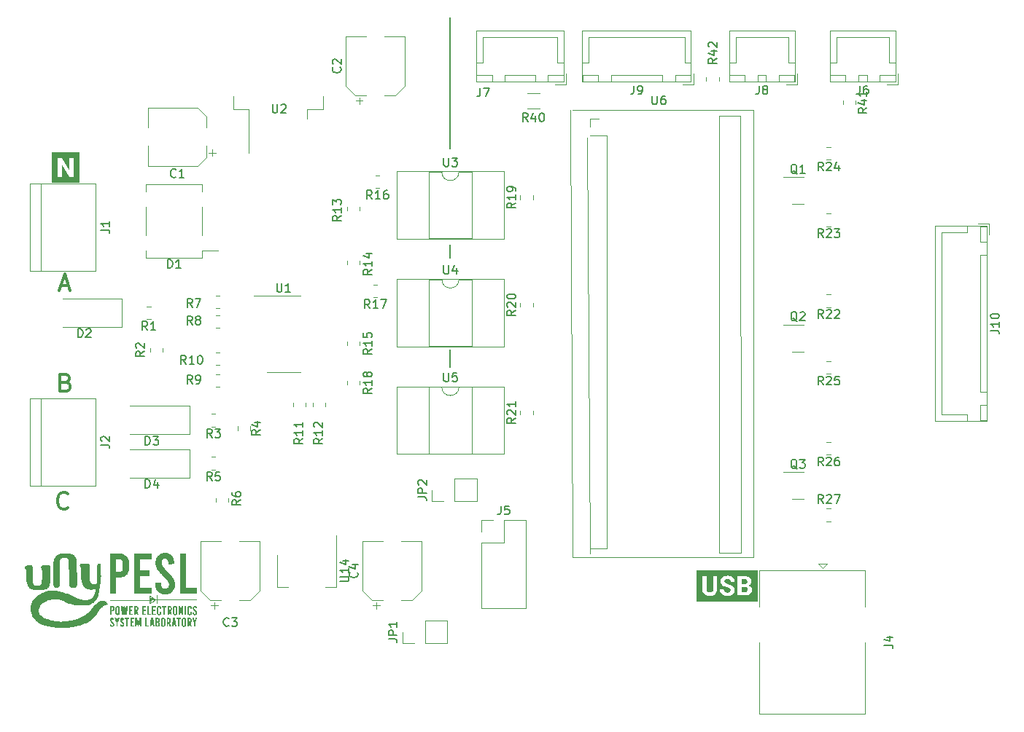
<source format=gbr>
%TF.GenerationSoftware,KiCad,Pcbnew,(7.0.0)*%
%TF.CreationDate,2023-04-03T14:28:29+07:00*%
%TF.ProjectId,3_phase_firing,335f7068-6173-4655-9f66-6972696e672e,rev?*%
%TF.SameCoordinates,Original*%
%TF.FileFunction,Legend,Top*%
%TF.FilePolarity,Positive*%
%FSLAX46Y46*%
G04 Gerber Fmt 4.6, Leading zero omitted, Abs format (unit mm)*
G04 Created by KiCad (PCBNEW (7.0.0)) date 2023-04-03 14:28:29*
%MOMM*%
%LPD*%
G01*
G04 APERTURE LIST*
%ADD10C,0.150000*%
%ADD11C,0.300000*%
%ADD12C,0.120000*%
%ADD13C,0.100000*%
G04 APERTURE END LIST*
D10*
X122428000Y-72136000D02*
X122428000Y-73660000D01*
X122500000Y-84328000D02*
X122500000Y-86360000D01*
X122500000Y-60960000D02*
X122500000Y-45720000D01*
D11*
X77247809Y-76871333D02*
X78200190Y-76871333D01*
X77057333Y-77442761D02*
X77723999Y-75442761D01*
X77723999Y-75442761D02*
X78390666Y-77442761D01*
X77866857Y-88079142D02*
X78152571Y-88174380D01*
X78152571Y-88174380D02*
X78247809Y-88269619D01*
X78247809Y-88269619D02*
X78343047Y-88460095D01*
X78343047Y-88460095D02*
X78343047Y-88745809D01*
X78343047Y-88745809D02*
X78247809Y-88936285D01*
X78247809Y-88936285D02*
X78152571Y-89031523D01*
X78152571Y-89031523D02*
X77962095Y-89126761D01*
X77962095Y-89126761D02*
X77200190Y-89126761D01*
X77200190Y-89126761D02*
X77200190Y-87126761D01*
X77200190Y-87126761D02*
X77866857Y-87126761D01*
X77866857Y-87126761D02*
X78057333Y-87222000D01*
X78057333Y-87222000D02*
X78152571Y-87317238D01*
X78152571Y-87317238D02*
X78247809Y-87507714D01*
X78247809Y-87507714D02*
X78247809Y-87698190D01*
X78247809Y-87698190D02*
X78152571Y-87888666D01*
X78152571Y-87888666D02*
X78057333Y-87983904D01*
X78057333Y-87983904D02*
X77866857Y-88079142D01*
X77866857Y-88079142D02*
X77200190Y-88079142D01*
X78119047Y-102652285D02*
X78023809Y-102747523D01*
X78023809Y-102747523D02*
X77738095Y-102842761D01*
X77738095Y-102842761D02*
X77547619Y-102842761D01*
X77547619Y-102842761D02*
X77261904Y-102747523D01*
X77261904Y-102747523D02*
X77071428Y-102557047D01*
X77071428Y-102557047D02*
X76976190Y-102366571D01*
X76976190Y-102366571D02*
X76880952Y-101985619D01*
X76880952Y-101985619D02*
X76880952Y-101699904D01*
X76880952Y-101699904D02*
X76976190Y-101318952D01*
X76976190Y-101318952D02*
X77071428Y-101128476D01*
X77071428Y-101128476D02*
X77261904Y-100938000D01*
X77261904Y-100938000D02*
X77547619Y-100842761D01*
X77547619Y-100842761D02*
X77738095Y-100842761D01*
X77738095Y-100842761D02*
X78023809Y-100938000D01*
X78023809Y-100938000D02*
X78119047Y-101033238D01*
D10*
%TO.C,JP2*%
X118750380Y-101434333D02*
X119464666Y-101434333D01*
X119464666Y-101434333D02*
X119607523Y-101481952D01*
X119607523Y-101481952D02*
X119702761Y-101577190D01*
X119702761Y-101577190D02*
X119750380Y-101720047D01*
X119750380Y-101720047D02*
X119750380Y-101815285D01*
X119750380Y-100958142D02*
X118750380Y-100958142D01*
X118750380Y-100958142D02*
X118750380Y-100577190D01*
X118750380Y-100577190D02*
X118798000Y-100481952D01*
X118798000Y-100481952D02*
X118845619Y-100434333D01*
X118845619Y-100434333D02*
X118940857Y-100386714D01*
X118940857Y-100386714D02*
X119083714Y-100386714D01*
X119083714Y-100386714D02*
X119178952Y-100434333D01*
X119178952Y-100434333D02*
X119226571Y-100481952D01*
X119226571Y-100481952D02*
X119274190Y-100577190D01*
X119274190Y-100577190D02*
X119274190Y-100958142D01*
X118845619Y-100005761D02*
X118798000Y-99958142D01*
X118798000Y-99958142D02*
X118750380Y-99862904D01*
X118750380Y-99862904D02*
X118750380Y-99624809D01*
X118750380Y-99624809D02*
X118798000Y-99529571D01*
X118798000Y-99529571D02*
X118845619Y-99481952D01*
X118845619Y-99481952D02*
X118940857Y-99434333D01*
X118940857Y-99434333D02*
X119036095Y-99434333D01*
X119036095Y-99434333D02*
X119178952Y-99481952D01*
X119178952Y-99481952D02*
X119750380Y-100053380D01*
X119750380Y-100053380D02*
X119750380Y-99434333D01*
%TO.C,J4*%
X172872380Y-118625833D02*
X173586666Y-118625833D01*
X173586666Y-118625833D02*
X173729523Y-118673452D01*
X173729523Y-118673452D02*
X173824761Y-118768690D01*
X173824761Y-118768690D02*
X173872380Y-118911547D01*
X173872380Y-118911547D02*
X173872380Y-119006785D01*
X173205714Y-117721071D02*
X173872380Y-117721071D01*
X172824761Y-117959166D02*
X173539047Y-118197261D01*
X173539047Y-118197261D02*
X173539047Y-117578214D01*
%TO.C,U3*%
X121738095Y-61997380D02*
X121738095Y-62806904D01*
X121738095Y-62806904D02*
X121785714Y-62902142D01*
X121785714Y-62902142D02*
X121833333Y-62949761D01*
X121833333Y-62949761D02*
X121928571Y-62997380D01*
X121928571Y-62997380D02*
X122119047Y-62997380D01*
X122119047Y-62997380D02*
X122214285Y-62949761D01*
X122214285Y-62949761D02*
X122261904Y-62902142D01*
X122261904Y-62902142D02*
X122309523Y-62806904D01*
X122309523Y-62806904D02*
X122309523Y-61997380D01*
X122690476Y-61997380D02*
X123309523Y-61997380D01*
X123309523Y-61997380D02*
X122976190Y-62378333D01*
X122976190Y-62378333D02*
X123119047Y-62378333D01*
X123119047Y-62378333D02*
X123214285Y-62425952D01*
X123214285Y-62425952D02*
X123261904Y-62473571D01*
X123261904Y-62473571D02*
X123309523Y-62568809D01*
X123309523Y-62568809D02*
X123309523Y-62806904D01*
X123309523Y-62806904D02*
X123261904Y-62902142D01*
X123261904Y-62902142D02*
X123214285Y-62949761D01*
X123214285Y-62949761D02*
X123119047Y-62997380D01*
X123119047Y-62997380D02*
X122833333Y-62997380D01*
X122833333Y-62997380D02*
X122738095Y-62949761D01*
X122738095Y-62949761D02*
X122690476Y-62902142D01*
%TO.C,R17*%
X113149142Y-79487380D02*
X112815809Y-79011190D01*
X112577714Y-79487380D02*
X112577714Y-78487380D01*
X112577714Y-78487380D02*
X112958666Y-78487380D01*
X112958666Y-78487380D02*
X113053904Y-78535000D01*
X113053904Y-78535000D02*
X113101523Y-78582619D01*
X113101523Y-78582619D02*
X113149142Y-78677857D01*
X113149142Y-78677857D02*
X113149142Y-78820714D01*
X113149142Y-78820714D02*
X113101523Y-78915952D01*
X113101523Y-78915952D02*
X113053904Y-78963571D01*
X113053904Y-78963571D02*
X112958666Y-79011190D01*
X112958666Y-79011190D02*
X112577714Y-79011190D01*
X114101523Y-79487380D02*
X113530095Y-79487380D01*
X113815809Y-79487380D02*
X113815809Y-78487380D01*
X113815809Y-78487380D02*
X113720571Y-78630238D01*
X113720571Y-78630238D02*
X113625333Y-78725476D01*
X113625333Y-78725476D02*
X113530095Y-78773095D01*
X114434857Y-78487380D02*
X115101523Y-78487380D01*
X115101523Y-78487380D02*
X114672952Y-79487380D01*
%TO.C,R41*%
X170847380Y-56182357D02*
X170371190Y-56515690D01*
X170847380Y-56753785D02*
X169847380Y-56753785D01*
X169847380Y-56753785D02*
X169847380Y-56372833D01*
X169847380Y-56372833D02*
X169895000Y-56277595D01*
X169895000Y-56277595D02*
X169942619Y-56229976D01*
X169942619Y-56229976D02*
X170037857Y-56182357D01*
X170037857Y-56182357D02*
X170180714Y-56182357D01*
X170180714Y-56182357D02*
X170275952Y-56229976D01*
X170275952Y-56229976D02*
X170323571Y-56277595D01*
X170323571Y-56277595D02*
X170371190Y-56372833D01*
X170371190Y-56372833D02*
X170371190Y-56753785D01*
X170180714Y-55325214D02*
X170847380Y-55325214D01*
X169799761Y-55563309D02*
X170514047Y-55801404D01*
X170514047Y-55801404D02*
X170514047Y-55182357D01*
X170847380Y-54277595D02*
X170847380Y-54849023D01*
X170847380Y-54563309D02*
X169847380Y-54563309D01*
X169847380Y-54563309D02*
X169990238Y-54658547D01*
X169990238Y-54658547D02*
X170085476Y-54753785D01*
X170085476Y-54753785D02*
X170133095Y-54849023D01*
%TO.C,R1*%
X87333333Y-82017380D02*
X87000000Y-81541190D01*
X86761905Y-82017380D02*
X86761905Y-81017380D01*
X86761905Y-81017380D02*
X87142857Y-81017380D01*
X87142857Y-81017380D02*
X87238095Y-81065000D01*
X87238095Y-81065000D02*
X87285714Y-81112619D01*
X87285714Y-81112619D02*
X87333333Y-81207857D01*
X87333333Y-81207857D02*
X87333333Y-81350714D01*
X87333333Y-81350714D02*
X87285714Y-81445952D01*
X87285714Y-81445952D02*
X87238095Y-81493571D01*
X87238095Y-81493571D02*
X87142857Y-81541190D01*
X87142857Y-81541190D02*
X86761905Y-81541190D01*
X88285714Y-82017380D02*
X87714286Y-82017380D01*
X88000000Y-82017380D02*
X88000000Y-81017380D01*
X88000000Y-81017380D02*
X87904762Y-81160238D01*
X87904762Y-81160238D02*
X87809524Y-81255476D01*
X87809524Y-81255476D02*
X87714286Y-81303095D01*
%TO.C,R22*%
X165774142Y-80647380D02*
X165440809Y-80171190D01*
X165202714Y-80647380D02*
X165202714Y-79647380D01*
X165202714Y-79647380D02*
X165583666Y-79647380D01*
X165583666Y-79647380D02*
X165678904Y-79695000D01*
X165678904Y-79695000D02*
X165726523Y-79742619D01*
X165726523Y-79742619D02*
X165774142Y-79837857D01*
X165774142Y-79837857D02*
X165774142Y-79980714D01*
X165774142Y-79980714D02*
X165726523Y-80075952D01*
X165726523Y-80075952D02*
X165678904Y-80123571D01*
X165678904Y-80123571D02*
X165583666Y-80171190D01*
X165583666Y-80171190D02*
X165202714Y-80171190D01*
X166155095Y-79742619D02*
X166202714Y-79695000D01*
X166202714Y-79695000D02*
X166297952Y-79647380D01*
X166297952Y-79647380D02*
X166536047Y-79647380D01*
X166536047Y-79647380D02*
X166631285Y-79695000D01*
X166631285Y-79695000D02*
X166678904Y-79742619D01*
X166678904Y-79742619D02*
X166726523Y-79837857D01*
X166726523Y-79837857D02*
X166726523Y-79933095D01*
X166726523Y-79933095D02*
X166678904Y-80075952D01*
X166678904Y-80075952D02*
X166107476Y-80647380D01*
X166107476Y-80647380D02*
X166726523Y-80647380D01*
X167107476Y-79742619D02*
X167155095Y-79695000D01*
X167155095Y-79695000D02*
X167250333Y-79647380D01*
X167250333Y-79647380D02*
X167488428Y-79647380D01*
X167488428Y-79647380D02*
X167583666Y-79695000D01*
X167583666Y-79695000D02*
X167631285Y-79742619D01*
X167631285Y-79742619D02*
X167678904Y-79837857D01*
X167678904Y-79837857D02*
X167678904Y-79933095D01*
X167678904Y-79933095D02*
X167631285Y-80075952D01*
X167631285Y-80075952D02*
X167059857Y-80647380D01*
X167059857Y-80647380D02*
X167678904Y-80647380D01*
%TO.C,U14*%
X109705380Y-111237094D02*
X110514904Y-111237094D01*
X110514904Y-111237094D02*
X110610142Y-111189475D01*
X110610142Y-111189475D02*
X110657761Y-111141856D01*
X110657761Y-111141856D02*
X110705380Y-111046618D01*
X110705380Y-111046618D02*
X110705380Y-110856142D01*
X110705380Y-110856142D02*
X110657761Y-110760904D01*
X110657761Y-110760904D02*
X110610142Y-110713285D01*
X110610142Y-110713285D02*
X110514904Y-110665666D01*
X110514904Y-110665666D02*
X109705380Y-110665666D01*
X110705380Y-109665666D02*
X110705380Y-110237094D01*
X110705380Y-109951380D02*
X109705380Y-109951380D01*
X109705380Y-109951380D02*
X109848238Y-110046618D01*
X109848238Y-110046618D02*
X109943476Y-110141856D01*
X109943476Y-110141856D02*
X109991095Y-110237094D01*
X110038714Y-108808523D02*
X110705380Y-108808523D01*
X109657761Y-109046618D02*
X110372047Y-109284713D01*
X110372047Y-109284713D02*
X110372047Y-108665666D01*
%TO.C,R14*%
X113397380Y-74961357D02*
X112921190Y-75294690D01*
X113397380Y-75532785D02*
X112397380Y-75532785D01*
X112397380Y-75532785D02*
X112397380Y-75151833D01*
X112397380Y-75151833D02*
X112445000Y-75056595D01*
X112445000Y-75056595D02*
X112492619Y-75008976D01*
X112492619Y-75008976D02*
X112587857Y-74961357D01*
X112587857Y-74961357D02*
X112730714Y-74961357D01*
X112730714Y-74961357D02*
X112825952Y-75008976D01*
X112825952Y-75008976D02*
X112873571Y-75056595D01*
X112873571Y-75056595D02*
X112921190Y-75151833D01*
X112921190Y-75151833D02*
X112921190Y-75532785D01*
X113397380Y-74008976D02*
X113397380Y-74580404D01*
X113397380Y-74294690D02*
X112397380Y-74294690D01*
X112397380Y-74294690D02*
X112540238Y-74389928D01*
X112540238Y-74389928D02*
X112635476Y-74485166D01*
X112635476Y-74485166D02*
X112683095Y-74580404D01*
X112730714Y-73151833D02*
X113397380Y-73151833D01*
X112349761Y-73389928D02*
X113064047Y-73628023D01*
X113064047Y-73628023D02*
X113064047Y-73008976D01*
%TO.C,R42*%
X153449380Y-50443857D02*
X152973190Y-50777190D01*
X153449380Y-51015285D02*
X152449380Y-51015285D01*
X152449380Y-51015285D02*
X152449380Y-50634333D01*
X152449380Y-50634333D02*
X152497000Y-50539095D01*
X152497000Y-50539095D02*
X152544619Y-50491476D01*
X152544619Y-50491476D02*
X152639857Y-50443857D01*
X152639857Y-50443857D02*
X152782714Y-50443857D01*
X152782714Y-50443857D02*
X152877952Y-50491476D01*
X152877952Y-50491476D02*
X152925571Y-50539095D01*
X152925571Y-50539095D02*
X152973190Y-50634333D01*
X152973190Y-50634333D02*
X152973190Y-51015285D01*
X152782714Y-49586714D02*
X153449380Y-49586714D01*
X152401761Y-49824809D02*
X153116047Y-50062904D01*
X153116047Y-50062904D02*
X153116047Y-49443857D01*
X152544619Y-49110523D02*
X152497000Y-49062904D01*
X152497000Y-49062904D02*
X152449380Y-48967666D01*
X152449380Y-48967666D02*
X152449380Y-48729571D01*
X152449380Y-48729571D02*
X152497000Y-48634333D01*
X152497000Y-48634333D02*
X152544619Y-48586714D01*
X152544619Y-48586714D02*
X152639857Y-48539095D01*
X152639857Y-48539095D02*
X152735095Y-48539095D01*
X152735095Y-48539095D02*
X152877952Y-48586714D01*
X152877952Y-48586714D02*
X153449380Y-49158142D01*
X153449380Y-49158142D02*
X153449380Y-48539095D01*
%TO.C,Q1*%
X162765761Y-63865619D02*
X162670523Y-63818000D01*
X162670523Y-63818000D02*
X162575285Y-63722761D01*
X162575285Y-63722761D02*
X162432428Y-63579904D01*
X162432428Y-63579904D02*
X162337190Y-63532285D01*
X162337190Y-63532285D02*
X162241952Y-63532285D01*
X162289571Y-63770380D02*
X162194333Y-63722761D01*
X162194333Y-63722761D02*
X162099095Y-63627523D01*
X162099095Y-63627523D02*
X162051476Y-63437047D01*
X162051476Y-63437047D02*
X162051476Y-63103714D01*
X162051476Y-63103714D02*
X162099095Y-62913238D01*
X162099095Y-62913238D02*
X162194333Y-62818000D01*
X162194333Y-62818000D02*
X162289571Y-62770380D01*
X162289571Y-62770380D02*
X162480047Y-62770380D01*
X162480047Y-62770380D02*
X162575285Y-62818000D01*
X162575285Y-62818000D02*
X162670523Y-62913238D01*
X162670523Y-62913238D02*
X162718142Y-63103714D01*
X162718142Y-63103714D02*
X162718142Y-63437047D01*
X162718142Y-63437047D02*
X162670523Y-63627523D01*
X162670523Y-63627523D02*
X162575285Y-63722761D01*
X162575285Y-63722761D02*
X162480047Y-63770380D01*
X162480047Y-63770380D02*
X162289571Y-63770380D01*
X163670523Y-63770380D02*
X163099095Y-63770380D01*
X163384809Y-63770380D02*
X163384809Y-62770380D01*
X163384809Y-62770380D02*
X163289571Y-62913238D01*
X163289571Y-62913238D02*
X163194333Y-63008476D01*
X163194333Y-63008476D02*
X163099095Y-63056095D01*
%TO.C,R27*%
X165774142Y-102152380D02*
X165440809Y-101676190D01*
X165202714Y-102152380D02*
X165202714Y-101152380D01*
X165202714Y-101152380D02*
X165583666Y-101152380D01*
X165583666Y-101152380D02*
X165678904Y-101200000D01*
X165678904Y-101200000D02*
X165726523Y-101247619D01*
X165726523Y-101247619D02*
X165774142Y-101342857D01*
X165774142Y-101342857D02*
X165774142Y-101485714D01*
X165774142Y-101485714D02*
X165726523Y-101580952D01*
X165726523Y-101580952D02*
X165678904Y-101628571D01*
X165678904Y-101628571D02*
X165583666Y-101676190D01*
X165583666Y-101676190D02*
X165202714Y-101676190D01*
X166155095Y-101247619D02*
X166202714Y-101200000D01*
X166202714Y-101200000D02*
X166297952Y-101152380D01*
X166297952Y-101152380D02*
X166536047Y-101152380D01*
X166536047Y-101152380D02*
X166631285Y-101200000D01*
X166631285Y-101200000D02*
X166678904Y-101247619D01*
X166678904Y-101247619D02*
X166726523Y-101342857D01*
X166726523Y-101342857D02*
X166726523Y-101438095D01*
X166726523Y-101438095D02*
X166678904Y-101580952D01*
X166678904Y-101580952D02*
X166107476Y-102152380D01*
X166107476Y-102152380D02*
X166726523Y-102152380D01*
X167059857Y-101152380D02*
X167726523Y-101152380D01*
X167726523Y-101152380D02*
X167297952Y-102152380D01*
%TO.C,U1*%
X102362095Y-76587380D02*
X102362095Y-77396904D01*
X102362095Y-77396904D02*
X102409714Y-77492142D01*
X102409714Y-77492142D02*
X102457333Y-77539761D01*
X102457333Y-77539761D02*
X102552571Y-77587380D01*
X102552571Y-77587380D02*
X102743047Y-77587380D01*
X102743047Y-77587380D02*
X102838285Y-77539761D01*
X102838285Y-77539761D02*
X102885904Y-77492142D01*
X102885904Y-77492142D02*
X102933523Y-77396904D01*
X102933523Y-77396904D02*
X102933523Y-76587380D01*
X103933523Y-77587380D02*
X103362095Y-77587380D01*
X103647809Y-77587380D02*
X103647809Y-76587380D01*
X103647809Y-76587380D02*
X103552571Y-76730238D01*
X103552571Y-76730238D02*
X103457333Y-76825476D01*
X103457333Y-76825476D02*
X103362095Y-76873095D01*
%TO.C,R26*%
X165774142Y-97792380D02*
X165440809Y-97316190D01*
X165202714Y-97792380D02*
X165202714Y-96792380D01*
X165202714Y-96792380D02*
X165583666Y-96792380D01*
X165583666Y-96792380D02*
X165678904Y-96840000D01*
X165678904Y-96840000D02*
X165726523Y-96887619D01*
X165726523Y-96887619D02*
X165774142Y-96982857D01*
X165774142Y-96982857D02*
X165774142Y-97125714D01*
X165774142Y-97125714D02*
X165726523Y-97220952D01*
X165726523Y-97220952D02*
X165678904Y-97268571D01*
X165678904Y-97268571D02*
X165583666Y-97316190D01*
X165583666Y-97316190D02*
X165202714Y-97316190D01*
X166155095Y-96887619D02*
X166202714Y-96840000D01*
X166202714Y-96840000D02*
X166297952Y-96792380D01*
X166297952Y-96792380D02*
X166536047Y-96792380D01*
X166536047Y-96792380D02*
X166631285Y-96840000D01*
X166631285Y-96840000D02*
X166678904Y-96887619D01*
X166678904Y-96887619D02*
X166726523Y-96982857D01*
X166726523Y-96982857D02*
X166726523Y-97078095D01*
X166726523Y-97078095D02*
X166678904Y-97220952D01*
X166678904Y-97220952D02*
X166107476Y-97792380D01*
X166107476Y-97792380D02*
X166726523Y-97792380D01*
X167583666Y-96792380D02*
X167393190Y-96792380D01*
X167393190Y-96792380D02*
X167297952Y-96840000D01*
X167297952Y-96840000D02*
X167250333Y-96887619D01*
X167250333Y-96887619D02*
X167155095Y-97030476D01*
X167155095Y-97030476D02*
X167107476Y-97220952D01*
X167107476Y-97220952D02*
X167107476Y-97601904D01*
X167107476Y-97601904D02*
X167155095Y-97697142D01*
X167155095Y-97697142D02*
X167202714Y-97744761D01*
X167202714Y-97744761D02*
X167297952Y-97792380D01*
X167297952Y-97792380D02*
X167488428Y-97792380D01*
X167488428Y-97792380D02*
X167583666Y-97744761D01*
X167583666Y-97744761D02*
X167631285Y-97697142D01*
X167631285Y-97697142D02*
X167678904Y-97601904D01*
X167678904Y-97601904D02*
X167678904Y-97363809D01*
X167678904Y-97363809D02*
X167631285Y-97268571D01*
X167631285Y-97268571D02*
X167583666Y-97220952D01*
X167583666Y-97220952D02*
X167488428Y-97173333D01*
X167488428Y-97173333D02*
X167297952Y-97173333D01*
X167297952Y-97173333D02*
X167202714Y-97220952D01*
X167202714Y-97220952D02*
X167155095Y-97268571D01*
X167155095Y-97268571D02*
X167107476Y-97363809D01*
%TO.C,C3*%
X96781333Y-116367142D02*
X96733714Y-116414761D01*
X96733714Y-116414761D02*
X96590857Y-116462380D01*
X96590857Y-116462380D02*
X96495619Y-116462380D01*
X96495619Y-116462380D02*
X96352762Y-116414761D01*
X96352762Y-116414761D02*
X96257524Y-116319523D01*
X96257524Y-116319523D02*
X96209905Y-116224285D01*
X96209905Y-116224285D02*
X96162286Y-116033809D01*
X96162286Y-116033809D02*
X96162286Y-115890952D01*
X96162286Y-115890952D02*
X96209905Y-115700476D01*
X96209905Y-115700476D02*
X96257524Y-115605238D01*
X96257524Y-115605238D02*
X96352762Y-115510000D01*
X96352762Y-115510000D02*
X96495619Y-115462380D01*
X96495619Y-115462380D02*
X96590857Y-115462380D01*
X96590857Y-115462380D02*
X96733714Y-115510000D01*
X96733714Y-115510000D02*
X96781333Y-115557619D01*
X97114667Y-115462380D02*
X97733714Y-115462380D01*
X97733714Y-115462380D02*
X97400381Y-115843333D01*
X97400381Y-115843333D02*
X97543238Y-115843333D01*
X97543238Y-115843333D02*
X97638476Y-115890952D01*
X97638476Y-115890952D02*
X97686095Y-115938571D01*
X97686095Y-115938571D02*
X97733714Y-116033809D01*
X97733714Y-116033809D02*
X97733714Y-116271904D01*
X97733714Y-116271904D02*
X97686095Y-116367142D01*
X97686095Y-116367142D02*
X97638476Y-116414761D01*
X97638476Y-116414761D02*
X97543238Y-116462380D01*
X97543238Y-116462380D02*
X97257524Y-116462380D01*
X97257524Y-116462380D02*
X97162286Y-116414761D01*
X97162286Y-116414761D02*
X97114667Y-116367142D01*
%TO.C,C4*%
X111666142Y-110165666D02*
X111713761Y-110213285D01*
X111713761Y-110213285D02*
X111761380Y-110356142D01*
X111761380Y-110356142D02*
X111761380Y-110451380D01*
X111761380Y-110451380D02*
X111713761Y-110594237D01*
X111713761Y-110594237D02*
X111618523Y-110689475D01*
X111618523Y-110689475D02*
X111523285Y-110737094D01*
X111523285Y-110737094D02*
X111332809Y-110784713D01*
X111332809Y-110784713D02*
X111189952Y-110784713D01*
X111189952Y-110784713D02*
X110999476Y-110737094D01*
X110999476Y-110737094D02*
X110904238Y-110689475D01*
X110904238Y-110689475D02*
X110809000Y-110594237D01*
X110809000Y-110594237D02*
X110761380Y-110451380D01*
X110761380Y-110451380D02*
X110761380Y-110356142D01*
X110761380Y-110356142D02*
X110809000Y-110213285D01*
X110809000Y-110213285D02*
X110856619Y-110165666D01*
X111094714Y-109308523D02*
X111761380Y-109308523D01*
X110713761Y-109546618D02*
X111428047Y-109784713D01*
X111428047Y-109784713D02*
X111428047Y-109165666D01*
%TO.C,R16*%
X113403142Y-66787380D02*
X113069809Y-66311190D01*
X112831714Y-66787380D02*
X112831714Y-65787380D01*
X112831714Y-65787380D02*
X113212666Y-65787380D01*
X113212666Y-65787380D02*
X113307904Y-65835000D01*
X113307904Y-65835000D02*
X113355523Y-65882619D01*
X113355523Y-65882619D02*
X113403142Y-65977857D01*
X113403142Y-65977857D02*
X113403142Y-66120714D01*
X113403142Y-66120714D02*
X113355523Y-66215952D01*
X113355523Y-66215952D02*
X113307904Y-66263571D01*
X113307904Y-66263571D02*
X113212666Y-66311190D01*
X113212666Y-66311190D02*
X112831714Y-66311190D01*
X114355523Y-66787380D02*
X113784095Y-66787380D01*
X114069809Y-66787380D02*
X114069809Y-65787380D01*
X114069809Y-65787380D02*
X113974571Y-65930238D01*
X113974571Y-65930238D02*
X113879333Y-66025476D01*
X113879333Y-66025476D02*
X113784095Y-66073095D01*
X115212666Y-65787380D02*
X115022190Y-65787380D01*
X115022190Y-65787380D02*
X114926952Y-65835000D01*
X114926952Y-65835000D02*
X114879333Y-65882619D01*
X114879333Y-65882619D02*
X114784095Y-66025476D01*
X114784095Y-66025476D02*
X114736476Y-66215952D01*
X114736476Y-66215952D02*
X114736476Y-66596904D01*
X114736476Y-66596904D02*
X114784095Y-66692142D01*
X114784095Y-66692142D02*
X114831714Y-66739761D01*
X114831714Y-66739761D02*
X114926952Y-66787380D01*
X114926952Y-66787380D02*
X115117428Y-66787380D01*
X115117428Y-66787380D02*
X115212666Y-66739761D01*
X115212666Y-66739761D02*
X115260285Y-66692142D01*
X115260285Y-66692142D02*
X115307904Y-66596904D01*
X115307904Y-66596904D02*
X115307904Y-66358809D01*
X115307904Y-66358809D02*
X115260285Y-66263571D01*
X115260285Y-66263571D02*
X115212666Y-66215952D01*
X115212666Y-66215952D02*
X115117428Y-66168333D01*
X115117428Y-66168333D02*
X114926952Y-66168333D01*
X114926952Y-66168333D02*
X114831714Y-66215952D01*
X114831714Y-66215952D02*
X114784095Y-66263571D01*
X114784095Y-66263571D02*
X114736476Y-66358809D01*
%TO.C,R24*%
X165774142Y-63502380D02*
X165440809Y-63026190D01*
X165202714Y-63502380D02*
X165202714Y-62502380D01*
X165202714Y-62502380D02*
X165583666Y-62502380D01*
X165583666Y-62502380D02*
X165678904Y-62550000D01*
X165678904Y-62550000D02*
X165726523Y-62597619D01*
X165726523Y-62597619D02*
X165774142Y-62692857D01*
X165774142Y-62692857D02*
X165774142Y-62835714D01*
X165774142Y-62835714D02*
X165726523Y-62930952D01*
X165726523Y-62930952D02*
X165678904Y-62978571D01*
X165678904Y-62978571D02*
X165583666Y-63026190D01*
X165583666Y-63026190D02*
X165202714Y-63026190D01*
X166155095Y-62597619D02*
X166202714Y-62550000D01*
X166202714Y-62550000D02*
X166297952Y-62502380D01*
X166297952Y-62502380D02*
X166536047Y-62502380D01*
X166536047Y-62502380D02*
X166631285Y-62550000D01*
X166631285Y-62550000D02*
X166678904Y-62597619D01*
X166678904Y-62597619D02*
X166726523Y-62692857D01*
X166726523Y-62692857D02*
X166726523Y-62788095D01*
X166726523Y-62788095D02*
X166678904Y-62930952D01*
X166678904Y-62930952D02*
X166107476Y-63502380D01*
X166107476Y-63502380D02*
X166726523Y-63502380D01*
X167583666Y-62835714D02*
X167583666Y-63502380D01*
X167345571Y-62454761D02*
X167107476Y-63169047D01*
X167107476Y-63169047D02*
X167726523Y-63169047D01*
%TO.C,R18*%
X113397380Y-88780857D02*
X112921190Y-89114190D01*
X113397380Y-89352285D02*
X112397380Y-89352285D01*
X112397380Y-89352285D02*
X112397380Y-88971333D01*
X112397380Y-88971333D02*
X112445000Y-88876095D01*
X112445000Y-88876095D02*
X112492619Y-88828476D01*
X112492619Y-88828476D02*
X112587857Y-88780857D01*
X112587857Y-88780857D02*
X112730714Y-88780857D01*
X112730714Y-88780857D02*
X112825952Y-88828476D01*
X112825952Y-88828476D02*
X112873571Y-88876095D01*
X112873571Y-88876095D02*
X112921190Y-88971333D01*
X112921190Y-88971333D02*
X112921190Y-89352285D01*
X113397380Y-87828476D02*
X113397380Y-88399904D01*
X113397380Y-88114190D02*
X112397380Y-88114190D01*
X112397380Y-88114190D02*
X112540238Y-88209428D01*
X112540238Y-88209428D02*
X112635476Y-88304666D01*
X112635476Y-88304666D02*
X112683095Y-88399904D01*
X112825952Y-87257047D02*
X112778333Y-87352285D01*
X112778333Y-87352285D02*
X112730714Y-87399904D01*
X112730714Y-87399904D02*
X112635476Y-87447523D01*
X112635476Y-87447523D02*
X112587857Y-87447523D01*
X112587857Y-87447523D02*
X112492619Y-87399904D01*
X112492619Y-87399904D02*
X112445000Y-87352285D01*
X112445000Y-87352285D02*
X112397380Y-87257047D01*
X112397380Y-87257047D02*
X112397380Y-87066571D01*
X112397380Y-87066571D02*
X112445000Y-86971333D01*
X112445000Y-86971333D02*
X112492619Y-86923714D01*
X112492619Y-86923714D02*
X112587857Y-86876095D01*
X112587857Y-86876095D02*
X112635476Y-86876095D01*
X112635476Y-86876095D02*
X112730714Y-86923714D01*
X112730714Y-86923714D02*
X112778333Y-86971333D01*
X112778333Y-86971333D02*
X112825952Y-87066571D01*
X112825952Y-87066571D02*
X112825952Y-87257047D01*
X112825952Y-87257047D02*
X112873571Y-87352285D01*
X112873571Y-87352285D02*
X112921190Y-87399904D01*
X112921190Y-87399904D02*
X113016428Y-87447523D01*
X113016428Y-87447523D02*
X113206904Y-87447523D01*
X113206904Y-87447523D02*
X113302142Y-87399904D01*
X113302142Y-87399904D02*
X113349761Y-87352285D01*
X113349761Y-87352285D02*
X113397380Y-87257047D01*
X113397380Y-87257047D02*
X113397380Y-87066571D01*
X113397380Y-87066571D02*
X113349761Y-86971333D01*
X113349761Y-86971333D02*
X113302142Y-86923714D01*
X113302142Y-86923714D02*
X113206904Y-86876095D01*
X113206904Y-86876095D02*
X113016428Y-86876095D01*
X113016428Y-86876095D02*
X112921190Y-86923714D01*
X112921190Y-86923714D02*
X112873571Y-86971333D01*
X112873571Y-86971333D02*
X112825952Y-87066571D01*
%TO.C,U5*%
X121738095Y-86997380D02*
X121738095Y-87806904D01*
X121738095Y-87806904D02*
X121785714Y-87902142D01*
X121785714Y-87902142D02*
X121833333Y-87949761D01*
X121833333Y-87949761D02*
X121928571Y-87997380D01*
X121928571Y-87997380D02*
X122119047Y-87997380D01*
X122119047Y-87997380D02*
X122214285Y-87949761D01*
X122214285Y-87949761D02*
X122261904Y-87902142D01*
X122261904Y-87902142D02*
X122309523Y-87806904D01*
X122309523Y-87806904D02*
X122309523Y-86997380D01*
X123261904Y-86997380D02*
X122785714Y-86997380D01*
X122785714Y-86997380D02*
X122738095Y-87473571D01*
X122738095Y-87473571D02*
X122785714Y-87425952D01*
X122785714Y-87425952D02*
X122880952Y-87378333D01*
X122880952Y-87378333D02*
X123119047Y-87378333D01*
X123119047Y-87378333D02*
X123214285Y-87425952D01*
X123214285Y-87425952D02*
X123261904Y-87473571D01*
X123261904Y-87473571D02*
X123309523Y-87568809D01*
X123309523Y-87568809D02*
X123309523Y-87806904D01*
X123309523Y-87806904D02*
X123261904Y-87902142D01*
X123261904Y-87902142D02*
X123214285Y-87949761D01*
X123214285Y-87949761D02*
X123119047Y-87997380D01*
X123119047Y-87997380D02*
X122880952Y-87997380D01*
X122880952Y-87997380D02*
X122785714Y-87949761D01*
X122785714Y-87949761D02*
X122738095Y-87902142D01*
%TO.C,C1*%
X90638333Y-64185142D02*
X90590714Y-64232761D01*
X90590714Y-64232761D02*
X90447857Y-64280380D01*
X90447857Y-64280380D02*
X90352619Y-64280380D01*
X90352619Y-64280380D02*
X90209762Y-64232761D01*
X90209762Y-64232761D02*
X90114524Y-64137523D01*
X90114524Y-64137523D02*
X90066905Y-64042285D01*
X90066905Y-64042285D02*
X90019286Y-63851809D01*
X90019286Y-63851809D02*
X90019286Y-63708952D01*
X90019286Y-63708952D02*
X90066905Y-63518476D01*
X90066905Y-63518476D02*
X90114524Y-63423238D01*
X90114524Y-63423238D02*
X90209762Y-63328000D01*
X90209762Y-63328000D02*
X90352619Y-63280380D01*
X90352619Y-63280380D02*
X90447857Y-63280380D01*
X90447857Y-63280380D02*
X90590714Y-63328000D01*
X90590714Y-63328000D02*
X90638333Y-63375619D01*
X91590714Y-64280380D02*
X91019286Y-64280380D01*
X91305000Y-64280380D02*
X91305000Y-63280380D01*
X91305000Y-63280380D02*
X91209762Y-63423238D01*
X91209762Y-63423238D02*
X91114524Y-63518476D01*
X91114524Y-63518476D02*
X91019286Y-63566095D01*
%TO.C,R7*%
X92543333Y-79361380D02*
X92210000Y-78885190D01*
X91971905Y-79361380D02*
X91971905Y-78361380D01*
X91971905Y-78361380D02*
X92352857Y-78361380D01*
X92352857Y-78361380D02*
X92448095Y-78409000D01*
X92448095Y-78409000D02*
X92495714Y-78456619D01*
X92495714Y-78456619D02*
X92543333Y-78551857D01*
X92543333Y-78551857D02*
X92543333Y-78694714D01*
X92543333Y-78694714D02*
X92495714Y-78789952D01*
X92495714Y-78789952D02*
X92448095Y-78837571D01*
X92448095Y-78837571D02*
X92352857Y-78885190D01*
X92352857Y-78885190D02*
X91971905Y-78885190D01*
X92876667Y-78361380D02*
X93543333Y-78361380D01*
X93543333Y-78361380D02*
X93114762Y-79361380D01*
%TO.C,R25*%
X165774142Y-88394380D02*
X165440809Y-87918190D01*
X165202714Y-88394380D02*
X165202714Y-87394380D01*
X165202714Y-87394380D02*
X165583666Y-87394380D01*
X165583666Y-87394380D02*
X165678904Y-87442000D01*
X165678904Y-87442000D02*
X165726523Y-87489619D01*
X165726523Y-87489619D02*
X165774142Y-87584857D01*
X165774142Y-87584857D02*
X165774142Y-87727714D01*
X165774142Y-87727714D02*
X165726523Y-87822952D01*
X165726523Y-87822952D02*
X165678904Y-87870571D01*
X165678904Y-87870571D02*
X165583666Y-87918190D01*
X165583666Y-87918190D02*
X165202714Y-87918190D01*
X166155095Y-87489619D02*
X166202714Y-87442000D01*
X166202714Y-87442000D02*
X166297952Y-87394380D01*
X166297952Y-87394380D02*
X166536047Y-87394380D01*
X166536047Y-87394380D02*
X166631285Y-87442000D01*
X166631285Y-87442000D02*
X166678904Y-87489619D01*
X166678904Y-87489619D02*
X166726523Y-87584857D01*
X166726523Y-87584857D02*
X166726523Y-87680095D01*
X166726523Y-87680095D02*
X166678904Y-87822952D01*
X166678904Y-87822952D02*
X166107476Y-88394380D01*
X166107476Y-88394380D02*
X166726523Y-88394380D01*
X167631285Y-87394380D02*
X167155095Y-87394380D01*
X167155095Y-87394380D02*
X167107476Y-87870571D01*
X167107476Y-87870571D02*
X167155095Y-87822952D01*
X167155095Y-87822952D02*
X167250333Y-87775333D01*
X167250333Y-87775333D02*
X167488428Y-87775333D01*
X167488428Y-87775333D02*
X167583666Y-87822952D01*
X167583666Y-87822952D02*
X167631285Y-87870571D01*
X167631285Y-87870571D02*
X167678904Y-87965809D01*
X167678904Y-87965809D02*
X167678904Y-88203904D01*
X167678904Y-88203904D02*
X167631285Y-88299142D01*
X167631285Y-88299142D02*
X167583666Y-88346761D01*
X167583666Y-88346761D02*
X167488428Y-88394380D01*
X167488428Y-88394380D02*
X167250333Y-88394380D01*
X167250333Y-88394380D02*
X167155095Y-88346761D01*
X167155095Y-88346761D02*
X167107476Y-88299142D01*
%TO.C,R5*%
X94833333Y-99517380D02*
X94500000Y-99041190D01*
X94261905Y-99517380D02*
X94261905Y-98517380D01*
X94261905Y-98517380D02*
X94642857Y-98517380D01*
X94642857Y-98517380D02*
X94738095Y-98565000D01*
X94738095Y-98565000D02*
X94785714Y-98612619D01*
X94785714Y-98612619D02*
X94833333Y-98707857D01*
X94833333Y-98707857D02*
X94833333Y-98850714D01*
X94833333Y-98850714D02*
X94785714Y-98945952D01*
X94785714Y-98945952D02*
X94738095Y-98993571D01*
X94738095Y-98993571D02*
X94642857Y-99041190D01*
X94642857Y-99041190D02*
X94261905Y-99041190D01*
X95738095Y-98517380D02*
X95261905Y-98517380D01*
X95261905Y-98517380D02*
X95214286Y-98993571D01*
X95214286Y-98993571D02*
X95261905Y-98945952D01*
X95261905Y-98945952D02*
X95357143Y-98898333D01*
X95357143Y-98898333D02*
X95595238Y-98898333D01*
X95595238Y-98898333D02*
X95690476Y-98945952D01*
X95690476Y-98945952D02*
X95738095Y-98993571D01*
X95738095Y-98993571D02*
X95785714Y-99088809D01*
X95785714Y-99088809D02*
X95785714Y-99326904D01*
X95785714Y-99326904D02*
X95738095Y-99422142D01*
X95738095Y-99422142D02*
X95690476Y-99469761D01*
X95690476Y-99469761D02*
X95595238Y-99517380D01*
X95595238Y-99517380D02*
X95357143Y-99517380D01*
X95357143Y-99517380D02*
X95261905Y-99469761D01*
X95261905Y-99469761D02*
X95214286Y-99422142D01*
%TO.C,R23*%
X165774142Y-71249380D02*
X165440809Y-70773190D01*
X165202714Y-71249380D02*
X165202714Y-70249380D01*
X165202714Y-70249380D02*
X165583666Y-70249380D01*
X165583666Y-70249380D02*
X165678904Y-70297000D01*
X165678904Y-70297000D02*
X165726523Y-70344619D01*
X165726523Y-70344619D02*
X165774142Y-70439857D01*
X165774142Y-70439857D02*
X165774142Y-70582714D01*
X165774142Y-70582714D02*
X165726523Y-70677952D01*
X165726523Y-70677952D02*
X165678904Y-70725571D01*
X165678904Y-70725571D02*
X165583666Y-70773190D01*
X165583666Y-70773190D02*
X165202714Y-70773190D01*
X166155095Y-70344619D02*
X166202714Y-70297000D01*
X166202714Y-70297000D02*
X166297952Y-70249380D01*
X166297952Y-70249380D02*
X166536047Y-70249380D01*
X166536047Y-70249380D02*
X166631285Y-70297000D01*
X166631285Y-70297000D02*
X166678904Y-70344619D01*
X166678904Y-70344619D02*
X166726523Y-70439857D01*
X166726523Y-70439857D02*
X166726523Y-70535095D01*
X166726523Y-70535095D02*
X166678904Y-70677952D01*
X166678904Y-70677952D02*
X166107476Y-71249380D01*
X166107476Y-71249380D02*
X166726523Y-71249380D01*
X167059857Y-70249380D02*
X167678904Y-70249380D01*
X167678904Y-70249380D02*
X167345571Y-70630333D01*
X167345571Y-70630333D02*
X167488428Y-70630333D01*
X167488428Y-70630333D02*
X167583666Y-70677952D01*
X167583666Y-70677952D02*
X167631285Y-70725571D01*
X167631285Y-70725571D02*
X167678904Y-70820809D01*
X167678904Y-70820809D02*
X167678904Y-71058904D01*
X167678904Y-71058904D02*
X167631285Y-71154142D01*
X167631285Y-71154142D02*
X167583666Y-71201761D01*
X167583666Y-71201761D02*
X167488428Y-71249380D01*
X167488428Y-71249380D02*
X167202714Y-71249380D01*
X167202714Y-71249380D02*
X167107476Y-71201761D01*
X167107476Y-71201761D02*
X167059857Y-71154142D01*
%TO.C,R40*%
X131487142Y-57788380D02*
X131153809Y-57312190D01*
X130915714Y-57788380D02*
X130915714Y-56788380D01*
X130915714Y-56788380D02*
X131296666Y-56788380D01*
X131296666Y-56788380D02*
X131391904Y-56836000D01*
X131391904Y-56836000D02*
X131439523Y-56883619D01*
X131439523Y-56883619D02*
X131487142Y-56978857D01*
X131487142Y-56978857D02*
X131487142Y-57121714D01*
X131487142Y-57121714D02*
X131439523Y-57216952D01*
X131439523Y-57216952D02*
X131391904Y-57264571D01*
X131391904Y-57264571D02*
X131296666Y-57312190D01*
X131296666Y-57312190D02*
X130915714Y-57312190D01*
X132344285Y-57121714D02*
X132344285Y-57788380D01*
X132106190Y-56740761D02*
X131868095Y-57455047D01*
X131868095Y-57455047D02*
X132487142Y-57455047D01*
X133058571Y-56788380D02*
X133153809Y-56788380D01*
X133153809Y-56788380D02*
X133249047Y-56836000D01*
X133249047Y-56836000D02*
X133296666Y-56883619D01*
X133296666Y-56883619D02*
X133344285Y-56978857D01*
X133344285Y-56978857D02*
X133391904Y-57169333D01*
X133391904Y-57169333D02*
X133391904Y-57407428D01*
X133391904Y-57407428D02*
X133344285Y-57597904D01*
X133344285Y-57597904D02*
X133296666Y-57693142D01*
X133296666Y-57693142D02*
X133249047Y-57740761D01*
X133249047Y-57740761D02*
X133153809Y-57788380D01*
X133153809Y-57788380D02*
X133058571Y-57788380D01*
X133058571Y-57788380D02*
X132963333Y-57740761D01*
X132963333Y-57740761D02*
X132915714Y-57693142D01*
X132915714Y-57693142D02*
X132868095Y-57597904D01*
X132868095Y-57597904D02*
X132820476Y-57407428D01*
X132820476Y-57407428D02*
X132820476Y-57169333D01*
X132820476Y-57169333D02*
X132868095Y-56978857D01*
X132868095Y-56978857D02*
X132915714Y-56883619D01*
X132915714Y-56883619D02*
X132963333Y-56836000D01*
X132963333Y-56836000D02*
X133058571Y-56788380D01*
%TO.C,R15*%
X113397380Y-84208857D02*
X112921190Y-84542190D01*
X113397380Y-84780285D02*
X112397380Y-84780285D01*
X112397380Y-84780285D02*
X112397380Y-84399333D01*
X112397380Y-84399333D02*
X112445000Y-84304095D01*
X112445000Y-84304095D02*
X112492619Y-84256476D01*
X112492619Y-84256476D02*
X112587857Y-84208857D01*
X112587857Y-84208857D02*
X112730714Y-84208857D01*
X112730714Y-84208857D02*
X112825952Y-84256476D01*
X112825952Y-84256476D02*
X112873571Y-84304095D01*
X112873571Y-84304095D02*
X112921190Y-84399333D01*
X112921190Y-84399333D02*
X112921190Y-84780285D01*
X113397380Y-83256476D02*
X113397380Y-83827904D01*
X113397380Y-83542190D02*
X112397380Y-83542190D01*
X112397380Y-83542190D02*
X112540238Y-83637428D01*
X112540238Y-83637428D02*
X112635476Y-83732666D01*
X112635476Y-83732666D02*
X112683095Y-83827904D01*
X112397380Y-82351714D02*
X112397380Y-82827904D01*
X112397380Y-82827904D02*
X112873571Y-82875523D01*
X112873571Y-82875523D02*
X112825952Y-82827904D01*
X112825952Y-82827904D02*
X112778333Y-82732666D01*
X112778333Y-82732666D02*
X112778333Y-82494571D01*
X112778333Y-82494571D02*
X112825952Y-82399333D01*
X112825952Y-82399333D02*
X112873571Y-82351714D01*
X112873571Y-82351714D02*
X112968809Y-82304095D01*
X112968809Y-82304095D02*
X113206904Y-82304095D01*
X113206904Y-82304095D02*
X113302142Y-82351714D01*
X113302142Y-82351714D02*
X113349761Y-82399333D01*
X113349761Y-82399333D02*
X113397380Y-82494571D01*
X113397380Y-82494571D02*
X113397380Y-82732666D01*
X113397380Y-82732666D02*
X113349761Y-82827904D01*
X113349761Y-82827904D02*
X113302142Y-82875523D01*
%TO.C,R6*%
X98157380Y-101766666D02*
X97681190Y-102099999D01*
X98157380Y-102338094D02*
X97157380Y-102338094D01*
X97157380Y-102338094D02*
X97157380Y-101957142D01*
X97157380Y-101957142D02*
X97205000Y-101861904D01*
X97205000Y-101861904D02*
X97252619Y-101814285D01*
X97252619Y-101814285D02*
X97347857Y-101766666D01*
X97347857Y-101766666D02*
X97490714Y-101766666D01*
X97490714Y-101766666D02*
X97585952Y-101814285D01*
X97585952Y-101814285D02*
X97633571Y-101861904D01*
X97633571Y-101861904D02*
X97681190Y-101957142D01*
X97681190Y-101957142D02*
X97681190Y-102338094D01*
X97157380Y-100909523D02*
X97157380Y-101099999D01*
X97157380Y-101099999D02*
X97205000Y-101195237D01*
X97205000Y-101195237D02*
X97252619Y-101242856D01*
X97252619Y-101242856D02*
X97395476Y-101338094D01*
X97395476Y-101338094D02*
X97585952Y-101385713D01*
X97585952Y-101385713D02*
X97966904Y-101385713D01*
X97966904Y-101385713D02*
X98062142Y-101338094D01*
X98062142Y-101338094D02*
X98109761Y-101290475D01*
X98109761Y-101290475D02*
X98157380Y-101195237D01*
X98157380Y-101195237D02*
X98157380Y-101004761D01*
X98157380Y-101004761D02*
X98109761Y-100909523D01*
X98109761Y-100909523D02*
X98062142Y-100861904D01*
X98062142Y-100861904D02*
X97966904Y-100814285D01*
X97966904Y-100814285D02*
X97728809Y-100814285D01*
X97728809Y-100814285D02*
X97633571Y-100861904D01*
X97633571Y-100861904D02*
X97585952Y-100909523D01*
X97585952Y-100909523D02*
X97538333Y-101004761D01*
X97538333Y-101004761D02*
X97538333Y-101195237D01*
X97538333Y-101195237D02*
X97585952Y-101290475D01*
X97585952Y-101290475D02*
X97633571Y-101338094D01*
X97633571Y-101338094D02*
X97728809Y-101385713D01*
%TO.C,U6*%
X145938095Y-54787380D02*
X145938095Y-55596904D01*
X145938095Y-55596904D02*
X145985714Y-55692142D01*
X145985714Y-55692142D02*
X146033333Y-55739761D01*
X146033333Y-55739761D02*
X146128571Y-55787380D01*
X146128571Y-55787380D02*
X146319047Y-55787380D01*
X146319047Y-55787380D02*
X146414285Y-55739761D01*
X146414285Y-55739761D02*
X146461904Y-55692142D01*
X146461904Y-55692142D02*
X146509523Y-55596904D01*
X146509523Y-55596904D02*
X146509523Y-54787380D01*
X147414285Y-54787380D02*
X147223809Y-54787380D01*
X147223809Y-54787380D02*
X147128571Y-54835000D01*
X147128571Y-54835000D02*
X147080952Y-54882619D01*
X147080952Y-54882619D02*
X146985714Y-55025476D01*
X146985714Y-55025476D02*
X146938095Y-55215952D01*
X146938095Y-55215952D02*
X146938095Y-55596904D01*
X146938095Y-55596904D02*
X146985714Y-55692142D01*
X146985714Y-55692142D02*
X147033333Y-55739761D01*
X147033333Y-55739761D02*
X147128571Y-55787380D01*
X147128571Y-55787380D02*
X147319047Y-55787380D01*
X147319047Y-55787380D02*
X147414285Y-55739761D01*
X147414285Y-55739761D02*
X147461904Y-55692142D01*
X147461904Y-55692142D02*
X147509523Y-55596904D01*
X147509523Y-55596904D02*
X147509523Y-55358809D01*
X147509523Y-55358809D02*
X147461904Y-55263571D01*
X147461904Y-55263571D02*
X147414285Y-55215952D01*
X147414285Y-55215952D02*
X147319047Y-55168333D01*
X147319047Y-55168333D02*
X147128571Y-55168333D01*
X147128571Y-55168333D02*
X147033333Y-55215952D01*
X147033333Y-55215952D02*
X146985714Y-55263571D01*
X146985714Y-55263571D02*
X146938095Y-55358809D01*
%TO.C,J9*%
X143798666Y-53607380D02*
X143798666Y-54321666D01*
X143798666Y-54321666D02*
X143751047Y-54464523D01*
X143751047Y-54464523D02*
X143655809Y-54559761D01*
X143655809Y-54559761D02*
X143512952Y-54607380D01*
X143512952Y-54607380D02*
X143417714Y-54607380D01*
X144322476Y-54607380D02*
X144512952Y-54607380D01*
X144512952Y-54607380D02*
X144608190Y-54559761D01*
X144608190Y-54559761D02*
X144655809Y-54512142D01*
X144655809Y-54512142D02*
X144751047Y-54369285D01*
X144751047Y-54369285D02*
X144798666Y-54178809D01*
X144798666Y-54178809D02*
X144798666Y-53797857D01*
X144798666Y-53797857D02*
X144751047Y-53702619D01*
X144751047Y-53702619D02*
X144703428Y-53655000D01*
X144703428Y-53655000D02*
X144608190Y-53607380D01*
X144608190Y-53607380D02*
X144417714Y-53607380D01*
X144417714Y-53607380D02*
X144322476Y-53655000D01*
X144322476Y-53655000D02*
X144274857Y-53702619D01*
X144274857Y-53702619D02*
X144227238Y-53797857D01*
X144227238Y-53797857D02*
X144227238Y-54035952D01*
X144227238Y-54035952D02*
X144274857Y-54131190D01*
X144274857Y-54131190D02*
X144322476Y-54178809D01*
X144322476Y-54178809D02*
X144417714Y-54226428D01*
X144417714Y-54226428D02*
X144608190Y-54226428D01*
X144608190Y-54226428D02*
X144703428Y-54178809D01*
X144703428Y-54178809D02*
X144751047Y-54131190D01*
X144751047Y-54131190D02*
X144798666Y-54035952D01*
%TO.C,JP1*%
X115316380Y-117944333D02*
X116030666Y-117944333D01*
X116030666Y-117944333D02*
X116173523Y-117991952D01*
X116173523Y-117991952D02*
X116268761Y-118087190D01*
X116268761Y-118087190D02*
X116316380Y-118230047D01*
X116316380Y-118230047D02*
X116316380Y-118325285D01*
X116316380Y-117468142D02*
X115316380Y-117468142D01*
X115316380Y-117468142D02*
X115316380Y-117087190D01*
X115316380Y-117087190D02*
X115364000Y-116991952D01*
X115364000Y-116991952D02*
X115411619Y-116944333D01*
X115411619Y-116944333D02*
X115506857Y-116896714D01*
X115506857Y-116896714D02*
X115649714Y-116896714D01*
X115649714Y-116896714D02*
X115744952Y-116944333D01*
X115744952Y-116944333D02*
X115792571Y-116991952D01*
X115792571Y-116991952D02*
X115840190Y-117087190D01*
X115840190Y-117087190D02*
X115840190Y-117468142D01*
X116316380Y-115944333D02*
X116316380Y-116515761D01*
X116316380Y-116230047D02*
X115316380Y-116230047D01*
X115316380Y-116230047D02*
X115459238Y-116325285D01*
X115459238Y-116325285D02*
X115554476Y-116420523D01*
X115554476Y-116420523D02*
X115602095Y-116515761D01*
%TO.C,D2*%
X79261905Y-82867380D02*
X79261905Y-81867380D01*
X79261905Y-81867380D02*
X79500000Y-81867380D01*
X79500000Y-81867380D02*
X79642857Y-81915000D01*
X79642857Y-81915000D02*
X79738095Y-82010238D01*
X79738095Y-82010238D02*
X79785714Y-82105476D01*
X79785714Y-82105476D02*
X79833333Y-82295952D01*
X79833333Y-82295952D02*
X79833333Y-82438809D01*
X79833333Y-82438809D02*
X79785714Y-82629285D01*
X79785714Y-82629285D02*
X79738095Y-82724523D01*
X79738095Y-82724523D02*
X79642857Y-82819761D01*
X79642857Y-82819761D02*
X79500000Y-82867380D01*
X79500000Y-82867380D02*
X79261905Y-82867380D01*
X80214286Y-81962619D02*
X80261905Y-81915000D01*
X80261905Y-81915000D02*
X80357143Y-81867380D01*
X80357143Y-81867380D02*
X80595238Y-81867380D01*
X80595238Y-81867380D02*
X80690476Y-81915000D01*
X80690476Y-81915000D02*
X80738095Y-81962619D01*
X80738095Y-81962619D02*
X80785714Y-82057857D01*
X80785714Y-82057857D02*
X80785714Y-82153095D01*
X80785714Y-82153095D02*
X80738095Y-82295952D01*
X80738095Y-82295952D02*
X80166667Y-82867380D01*
X80166667Y-82867380D02*
X80785714Y-82867380D01*
%TO.C,R13*%
X109841380Y-68714857D02*
X109365190Y-69048190D01*
X109841380Y-69286285D02*
X108841380Y-69286285D01*
X108841380Y-69286285D02*
X108841380Y-68905333D01*
X108841380Y-68905333D02*
X108889000Y-68810095D01*
X108889000Y-68810095D02*
X108936619Y-68762476D01*
X108936619Y-68762476D02*
X109031857Y-68714857D01*
X109031857Y-68714857D02*
X109174714Y-68714857D01*
X109174714Y-68714857D02*
X109269952Y-68762476D01*
X109269952Y-68762476D02*
X109317571Y-68810095D01*
X109317571Y-68810095D02*
X109365190Y-68905333D01*
X109365190Y-68905333D02*
X109365190Y-69286285D01*
X109841380Y-67762476D02*
X109841380Y-68333904D01*
X109841380Y-68048190D02*
X108841380Y-68048190D01*
X108841380Y-68048190D02*
X108984238Y-68143428D01*
X108984238Y-68143428D02*
X109079476Y-68238666D01*
X109079476Y-68238666D02*
X109127095Y-68333904D01*
X108841380Y-67429142D02*
X108841380Y-66810095D01*
X108841380Y-66810095D02*
X109222333Y-67143428D01*
X109222333Y-67143428D02*
X109222333Y-67000571D01*
X109222333Y-67000571D02*
X109269952Y-66905333D01*
X109269952Y-66905333D02*
X109317571Y-66857714D01*
X109317571Y-66857714D02*
X109412809Y-66810095D01*
X109412809Y-66810095D02*
X109650904Y-66810095D01*
X109650904Y-66810095D02*
X109746142Y-66857714D01*
X109746142Y-66857714D02*
X109793761Y-66905333D01*
X109793761Y-66905333D02*
X109841380Y-67000571D01*
X109841380Y-67000571D02*
X109841380Y-67286285D01*
X109841380Y-67286285D02*
X109793761Y-67381523D01*
X109793761Y-67381523D02*
X109746142Y-67429142D01*
%TO.C,Q2*%
X162765761Y-81010619D02*
X162670523Y-80963000D01*
X162670523Y-80963000D02*
X162575285Y-80867761D01*
X162575285Y-80867761D02*
X162432428Y-80724904D01*
X162432428Y-80724904D02*
X162337190Y-80677285D01*
X162337190Y-80677285D02*
X162241952Y-80677285D01*
X162289571Y-80915380D02*
X162194333Y-80867761D01*
X162194333Y-80867761D02*
X162099095Y-80772523D01*
X162099095Y-80772523D02*
X162051476Y-80582047D01*
X162051476Y-80582047D02*
X162051476Y-80248714D01*
X162051476Y-80248714D02*
X162099095Y-80058238D01*
X162099095Y-80058238D02*
X162194333Y-79963000D01*
X162194333Y-79963000D02*
X162289571Y-79915380D01*
X162289571Y-79915380D02*
X162480047Y-79915380D01*
X162480047Y-79915380D02*
X162575285Y-79963000D01*
X162575285Y-79963000D02*
X162670523Y-80058238D01*
X162670523Y-80058238D02*
X162718142Y-80248714D01*
X162718142Y-80248714D02*
X162718142Y-80582047D01*
X162718142Y-80582047D02*
X162670523Y-80772523D01*
X162670523Y-80772523D02*
X162575285Y-80867761D01*
X162575285Y-80867761D02*
X162480047Y-80915380D01*
X162480047Y-80915380D02*
X162289571Y-80915380D01*
X163099095Y-80010619D02*
X163146714Y-79963000D01*
X163146714Y-79963000D02*
X163241952Y-79915380D01*
X163241952Y-79915380D02*
X163480047Y-79915380D01*
X163480047Y-79915380D02*
X163575285Y-79963000D01*
X163575285Y-79963000D02*
X163622904Y-80010619D01*
X163622904Y-80010619D02*
X163670523Y-80105857D01*
X163670523Y-80105857D02*
X163670523Y-80201095D01*
X163670523Y-80201095D02*
X163622904Y-80343952D01*
X163622904Y-80343952D02*
X163051476Y-80915380D01*
X163051476Y-80915380D02*
X163670523Y-80915380D01*
%TO.C,D1*%
X89685905Y-74809380D02*
X89685905Y-73809380D01*
X89685905Y-73809380D02*
X89924000Y-73809380D01*
X89924000Y-73809380D02*
X90066857Y-73857000D01*
X90066857Y-73857000D02*
X90162095Y-73952238D01*
X90162095Y-73952238D02*
X90209714Y-74047476D01*
X90209714Y-74047476D02*
X90257333Y-74237952D01*
X90257333Y-74237952D02*
X90257333Y-74380809D01*
X90257333Y-74380809D02*
X90209714Y-74571285D01*
X90209714Y-74571285D02*
X90162095Y-74666523D01*
X90162095Y-74666523D02*
X90066857Y-74761761D01*
X90066857Y-74761761D02*
X89924000Y-74809380D01*
X89924000Y-74809380D02*
X89685905Y-74809380D01*
X91209714Y-74809380D02*
X90638286Y-74809380D01*
X90924000Y-74809380D02*
X90924000Y-73809380D01*
X90924000Y-73809380D02*
X90828762Y-73952238D01*
X90828762Y-73952238D02*
X90733524Y-74047476D01*
X90733524Y-74047476D02*
X90638286Y-74095095D01*
%TO.C,J8*%
X158329998Y-53607380D02*
X158329998Y-54321666D01*
X158329998Y-54321666D02*
X158282379Y-54464523D01*
X158282379Y-54464523D02*
X158187141Y-54559761D01*
X158187141Y-54559761D02*
X158044284Y-54607380D01*
X158044284Y-54607380D02*
X157949046Y-54607380D01*
X158949046Y-54035952D02*
X158853808Y-53988333D01*
X158853808Y-53988333D02*
X158806189Y-53940714D01*
X158806189Y-53940714D02*
X158758570Y-53845476D01*
X158758570Y-53845476D02*
X158758570Y-53797857D01*
X158758570Y-53797857D02*
X158806189Y-53702619D01*
X158806189Y-53702619D02*
X158853808Y-53655000D01*
X158853808Y-53655000D02*
X158949046Y-53607380D01*
X158949046Y-53607380D02*
X159139522Y-53607380D01*
X159139522Y-53607380D02*
X159234760Y-53655000D01*
X159234760Y-53655000D02*
X159282379Y-53702619D01*
X159282379Y-53702619D02*
X159329998Y-53797857D01*
X159329998Y-53797857D02*
X159329998Y-53845476D01*
X159329998Y-53845476D02*
X159282379Y-53940714D01*
X159282379Y-53940714D02*
X159234760Y-53988333D01*
X159234760Y-53988333D02*
X159139522Y-54035952D01*
X159139522Y-54035952D02*
X158949046Y-54035952D01*
X158949046Y-54035952D02*
X158853808Y-54083571D01*
X158853808Y-54083571D02*
X158806189Y-54131190D01*
X158806189Y-54131190D02*
X158758570Y-54226428D01*
X158758570Y-54226428D02*
X158758570Y-54416904D01*
X158758570Y-54416904D02*
X158806189Y-54512142D01*
X158806189Y-54512142D02*
X158853808Y-54559761D01*
X158853808Y-54559761D02*
X158949046Y-54607380D01*
X158949046Y-54607380D02*
X159139522Y-54607380D01*
X159139522Y-54607380D02*
X159234760Y-54559761D01*
X159234760Y-54559761D02*
X159282379Y-54512142D01*
X159282379Y-54512142D02*
X159329998Y-54416904D01*
X159329998Y-54416904D02*
X159329998Y-54226428D01*
X159329998Y-54226428D02*
X159282379Y-54131190D01*
X159282379Y-54131190D02*
X159234760Y-54083571D01*
X159234760Y-54083571D02*
X159139522Y-54035952D01*
%TO.C,R4*%
X100443380Y-93613266D02*
X99967190Y-93946599D01*
X100443380Y-94184694D02*
X99443380Y-94184694D01*
X99443380Y-94184694D02*
X99443380Y-93803742D01*
X99443380Y-93803742D02*
X99491000Y-93708504D01*
X99491000Y-93708504D02*
X99538619Y-93660885D01*
X99538619Y-93660885D02*
X99633857Y-93613266D01*
X99633857Y-93613266D02*
X99776714Y-93613266D01*
X99776714Y-93613266D02*
X99871952Y-93660885D01*
X99871952Y-93660885D02*
X99919571Y-93708504D01*
X99919571Y-93708504D02*
X99967190Y-93803742D01*
X99967190Y-93803742D02*
X99967190Y-94184694D01*
X99776714Y-92756123D02*
X100443380Y-92756123D01*
X99395761Y-92994218D02*
X100110047Y-93232313D01*
X100110047Y-93232313D02*
X100110047Y-92613266D01*
%TO.C,R8*%
X92543333Y-81393380D02*
X92210000Y-80917190D01*
X91971905Y-81393380D02*
X91971905Y-80393380D01*
X91971905Y-80393380D02*
X92352857Y-80393380D01*
X92352857Y-80393380D02*
X92448095Y-80441000D01*
X92448095Y-80441000D02*
X92495714Y-80488619D01*
X92495714Y-80488619D02*
X92543333Y-80583857D01*
X92543333Y-80583857D02*
X92543333Y-80726714D01*
X92543333Y-80726714D02*
X92495714Y-80821952D01*
X92495714Y-80821952D02*
X92448095Y-80869571D01*
X92448095Y-80869571D02*
X92352857Y-80917190D01*
X92352857Y-80917190D02*
X91971905Y-80917190D01*
X93114762Y-80821952D02*
X93019524Y-80774333D01*
X93019524Y-80774333D02*
X92971905Y-80726714D01*
X92971905Y-80726714D02*
X92924286Y-80631476D01*
X92924286Y-80631476D02*
X92924286Y-80583857D01*
X92924286Y-80583857D02*
X92971905Y-80488619D01*
X92971905Y-80488619D02*
X93019524Y-80441000D01*
X93019524Y-80441000D02*
X93114762Y-80393380D01*
X93114762Y-80393380D02*
X93305238Y-80393380D01*
X93305238Y-80393380D02*
X93400476Y-80441000D01*
X93400476Y-80441000D02*
X93448095Y-80488619D01*
X93448095Y-80488619D02*
X93495714Y-80583857D01*
X93495714Y-80583857D02*
X93495714Y-80631476D01*
X93495714Y-80631476D02*
X93448095Y-80726714D01*
X93448095Y-80726714D02*
X93400476Y-80774333D01*
X93400476Y-80774333D02*
X93305238Y-80821952D01*
X93305238Y-80821952D02*
X93114762Y-80821952D01*
X93114762Y-80821952D02*
X93019524Y-80869571D01*
X93019524Y-80869571D02*
X92971905Y-80917190D01*
X92971905Y-80917190D02*
X92924286Y-81012428D01*
X92924286Y-81012428D02*
X92924286Y-81202904D01*
X92924286Y-81202904D02*
X92971905Y-81298142D01*
X92971905Y-81298142D02*
X93019524Y-81345761D01*
X93019524Y-81345761D02*
X93114762Y-81393380D01*
X93114762Y-81393380D02*
X93305238Y-81393380D01*
X93305238Y-81393380D02*
X93400476Y-81345761D01*
X93400476Y-81345761D02*
X93448095Y-81298142D01*
X93448095Y-81298142D02*
X93495714Y-81202904D01*
X93495714Y-81202904D02*
X93495714Y-81012428D01*
X93495714Y-81012428D02*
X93448095Y-80917190D01*
X93448095Y-80917190D02*
X93400476Y-80869571D01*
X93400476Y-80869571D02*
X93305238Y-80821952D01*
%TO.C,R3*%
X94833333Y-94517380D02*
X94500000Y-94041190D01*
X94261905Y-94517380D02*
X94261905Y-93517380D01*
X94261905Y-93517380D02*
X94642857Y-93517380D01*
X94642857Y-93517380D02*
X94738095Y-93565000D01*
X94738095Y-93565000D02*
X94785714Y-93612619D01*
X94785714Y-93612619D02*
X94833333Y-93707857D01*
X94833333Y-93707857D02*
X94833333Y-93850714D01*
X94833333Y-93850714D02*
X94785714Y-93945952D01*
X94785714Y-93945952D02*
X94738095Y-93993571D01*
X94738095Y-93993571D02*
X94642857Y-94041190D01*
X94642857Y-94041190D02*
X94261905Y-94041190D01*
X95166667Y-93517380D02*
X95785714Y-93517380D01*
X95785714Y-93517380D02*
X95452381Y-93898333D01*
X95452381Y-93898333D02*
X95595238Y-93898333D01*
X95595238Y-93898333D02*
X95690476Y-93945952D01*
X95690476Y-93945952D02*
X95738095Y-93993571D01*
X95738095Y-93993571D02*
X95785714Y-94088809D01*
X95785714Y-94088809D02*
X95785714Y-94326904D01*
X95785714Y-94326904D02*
X95738095Y-94422142D01*
X95738095Y-94422142D02*
X95690476Y-94469761D01*
X95690476Y-94469761D02*
X95595238Y-94517380D01*
X95595238Y-94517380D02*
X95309524Y-94517380D01*
X95309524Y-94517380D02*
X95214286Y-94469761D01*
X95214286Y-94469761D02*
X95166667Y-94422142D01*
%TO.C,R9*%
X92543333Y-88251380D02*
X92210000Y-87775190D01*
X91971905Y-88251380D02*
X91971905Y-87251380D01*
X91971905Y-87251380D02*
X92352857Y-87251380D01*
X92352857Y-87251380D02*
X92448095Y-87299000D01*
X92448095Y-87299000D02*
X92495714Y-87346619D01*
X92495714Y-87346619D02*
X92543333Y-87441857D01*
X92543333Y-87441857D02*
X92543333Y-87584714D01*
X92543333Y-87584714D02*
X92495714Y-87679952D01*
X92495714Y-87679952D02*
X92448095Y-87727571D01*
X92448095Y-87727571D02*
X92352857Y-87775190D01*
X92352857Y-87775190D02*
X91971905Y-87775190D01*
X93019524Y-88251380D02*
X93210000Y-88251380D01*
X93210000Y-88251380D02*
X93305238Y-88203761D01*
X93305238Y-88203761D02*
X93352857Y-88156142D01*
X93352857Y-88156142D02*
X93448095Y-88013285D01*
X93448095Y-88013285D02*
X93495714Y-87822809D01*
X93495714Y-87822809D02*
X93495714Y-87441857D01*
X93495714Y-87441857D02*
X93448095Y-87346619D01*
X93448095Y-87346619D02*
X93400476Y-87299000D01*
X93400476Y-87299000D02*
X93305238Y-87251380D01*
X93305238Y-87251380D02*
X93114762Y-87251380D01*
X93114762Y-87251380D02*
X93019524Y-87299000D01*
X93019524Y-87299000D02*
X92971905Y-87346619D01*
X92971905Y-87346619D02*
X92924286Y-87441857D01*
X92924286Y-87441857D02*
X92924286Y-87679952D01*
X92924286Y-87679952D02*
X92971905Y-87775190D01*
X92971905Y-87775190D02*
X93019524Y-87822809D01*
X93019524Y-87822809D02*
X93114762Y-87870428D01*
X93114762Y-87870428D02*
X93305238Y-87870428D01*
X93305238Y-87870428D02*
X93400476Y-87822809D01*
X93400476Y-87822809D02*
X93448095Y-87775190D01*
X93448095Y-87775190D02*
X93495714Y-87679952D01*
%TO.C,U4*%
X121738095Y-74497380D02*
X121738095Y-75306904D01*
X121738095Y-75306904D02*
X121785714Y-75402142D01*
X121785714Y-75402142D02*
X121833333Y-75449761D01*
X121833333Y-75449761D02*
X121928571Y-75497380D01*
X121928571Y-75497380D02*
X122119047Y-75497380D01*
X122119047Y-75497380D02*
X122214285Y-75449761D01*
X122214285Y-75449761D02*
X122261904Y-75402142D01*
X122261904Y-75402142D02*
X122309523Y-75306904D01*
X122309523Y-75306904D02*
X122309523Y-74497380D01*
X123214285Y-74830714D02*
X123214285Y-75497380D01*
X122976190Y-74449761D02*
X122738095Y-75164047D01*
X122738095Y-75164047D02*
X123357142Y-75164047D01*
%TO.C,R20*%
X130082380Y-79730357D02*
X129606190Y-80063690D01*
X130082380Y-80301785D02*
X129082380Y-80301785D01*
X129082380Y-80301785D02*
X129082380Y-79920833D01*
X129082380Y-79920833D02*
X129130000Y-79825595D01*
X129130000Y-79825595D02*
X129177619Y-79777976D01*
X129177619Y-79777976D02*
X129272857Y-79730357D01*
X129272857Y-79730357D02*
X129415714Y-79730357D01*
X129415714Y-79730357D02*
X129510952Y-79777976D01*
X129510952Y-79777976D02*
X129558571Y-79825595D01*
X129558571Y-79825595D02*
X129606190Y-79920833D01*
X129606190Y-79920833D02*
X129606190Y-80301785D01*
X129177619Y-79349404D02*
X129130000Y-79301785D01*
X129130000Y-79301785D02*
X129082380Y-79206547D01*
X129082380Y-79206547D02*
X129082380Y-78968452D01*
X129082380Y-78968452D02*
X129130000Y-78873214D01*
X129130000Y-78873214D02*
X129177619Y-78825595D01*
X129177619Y-78825595D02*
X129272857Y-78777976D01*
X129272857Y-78777976D02*
X129368095Y-78777976D01*
X129368095Y-78777976D02*
X129510952Y-78825595D01*
X129510952Y-78825595D02*
X130082380Y-79397023D01*
X130082380Y-79397023D02*
X130082380Y-78777976D01*
X129082380Y-78158928D02*
X129082380Y-78063690D01*
X129082380Y-78063690D02*
X129130000Y-77968452D01*
X129130000Y-77968452D02*
X129177619Y-77920833D01*
X129177619Y-77920833D02*
X129272857Y-77873214D01*
X129272857Y-77873214D02*
X129463333Y-77825595D01*
X129463333Y-77825595D02*
X129701428Y-77825595D01*
X129701428Y-77825595D02*
X129891904Y-77873214D01*
X129891904Y-77873214D02*
X129987142Y-77920833D01*
X129987142Y-77920833D02*
X130034761Y-77968452D01*
X130034761Y-77968452D02*
X130082380Y-78063690D01*
X130082380Y-78063690D02*
X130082380Y-78158928D01*
X130082380Y-78158928D02*
X130034761Y-78254166D01*
X130034761Y-78254166D02*
X129987142Y-78301785D01*
X129987142Y-78301785D02*
X129891904Y-78349404D01*
X129891904Y-78349404D02*
X129701428Y-78397023D01*
X129701428Y-78397023D02*
X129463333Y-78397023D01*
X129463333Y-78397023D02*
X129272857Y-78349404D01*
X129272857Y-78349404D02*
X129177619Y-78301785D01*
X129177619Y-78301785D02*
X129130000Y-78254166D01*
X129130000Y-78254166D02*
X129082380Y-78158928D01*
%TO.C,J1*%
X81947380Y-70373333D02*
X82661666Y-70373333D01*
X82661666Y-70373333D02*
X82804523Y-70420952D01*
X82804523Y-70420952D02*
X82899761Y-70516190D01*
X82899761Y-70516190D02*
X82947380Y-70659047D01*
X82947380Y-70659047D02*
X82947380Y-70754285D01*
X82947380Y-69373333D02*
X82947380Y-69944761D01*
X82947380Y-69659047D02*
X81947380Y-69659047D01*
X81947380Y-69659047D02*
X82090238Y-69754285D01*
X82090238Y-69754285D02*
X82185476Y-69849523D01*
X82185476Y-69849523D02*
X82233095Y-69944761D01*
%TO.C,U2*%
X101854095Y-55755380D02*
X101854095Y-56564904D01*
X101854095Y-56564904D02*
X101901714Y-56660142D01*
X101901714Y-56660142D02*
X101949333Y-56707761D01*
X101949333Y-56707761D02*
X102044571Y-56755380D01*
X102044571Y-56755380D02*
X102235047Y-56755380D01*
X102235047Y-56755380D02*
X102330285Y-56707761D01*
X102330285Y-56707761D02*
X102377904Y-56660142D01*
X102377904Y-56660142D02*
X102425523Y-56564904D01*
X102425523Y-56564904D02*
X102425523Y-55755380D01*
X102854095Y-55850619D02*
X102901714Y-55803000D01*
X102901714Y-55803000D02*
X102996952Y-55755380D01*
X102996952Y-55755380D02*
X103235047Y-55755380D01*
X103235047Y-55755380D02*
X103330285Y-55803000D01*
X103330285Y-55803000D02*
X103377904Y-55850619D01*
X103377904Y-55850619D02*
X103425523Y-55945857D01*
X103425523Y-55945857D02*
X103425523Y-56041095D01*
X103425523Y-56041095D02*
X103377904Y-56183952D01*
X103377904Y-56183952D02*
X102806476Y-56755380D01*
X102806476Y-56755380D02*
X103425523Y-56755380D01*
%TO.C,J6*%
X170020666Y-53607380D02*
X170020666Y-54321666D01*
X170020666Y-54321666D02*
X169973047Y-54464523D01*
X169973047Y-54464523D02*
X169877809Y-54559761D01*
X169877809Y-54559761D02*
X169734952Y-54607380D01*
X169734952Y-54607380D02*
X169639714Y-54607380D01*
X170925428Y-53607380D02*
X170734952Y-53607380D01*
X170734952Y-53607380D02*
X170639714Y-53655000D01*
X170639714Y-53655000D02*
X170592095Y-53702619D01*
X170592095Y-53702619D02*
X170496857Y-53845476D01*
X170496857Y-53845476D02*
X170449238Y-54035952D01*
X170449238Y-54035952D02*
X170449238Y-54416904D01*
X170449238Y-54416904D02*
X170496857Y-54512142D01*
X170496857Y-54512142D02*
X170544476Y-54559761D01*
X170544476Y-54559761D02*
X170639714Y-54607380D01*
X170639714Y-54607380D02*
X170830190Y-54607380D01*
X170830190Y-54607380D02*
X170925428Y-54559761D01*
X170925428Y-54559761D02*
X170973047Y-54512142D01*
X170973047Y-54512142D02*
X171020666Y-54416904D01*
X171020666Y-54416904D02*
X171020666Y-54178809D01*
X171020666Y-54178809D02*
X170973047Y-54083571D01*
X170973047Y-54083571D02*
X170925428Y-54035952D01*
X170925428Y-54035952D02*
X170830190Y-53988333D01*
X170830190Y-53988333D02*
X170639714Y-53988333D01*
X170639714Y-53988333D02*
X170544476Y-54035952D01*
X170544476Y-54035952D02*
X170496857Y-54083571D01*
X170496857Y-54083571D02*
X170449238Y-54178809D01*
%TO.C,R11*%
X105370980Y-94622857D02*
X104894790Y-94956190D01*
X105370980Y-95194285D02*
X104370980Y-95194285D01*
X104370980Y-95194285D02*
X104370980Y-94813333D01*
X104370980Y-94813333D02*
X104418600Y-94718095D01*
X104418600Y-94718095D02*
X104466219Y-94670476D01*
X104466219Y-94670476D02*
X104561457Y-94622857D01*
X104561457Y-94622857D02*
X104704314Y-94622857D01*
X104704314Y-94622857D02*
X104799552Y-94670476D01*
X104799552Y-94670476D02*
X104847171Y-94718095D01*
X104847171Y-94718095D02*
X104894790Y-94813333D01*
X104894790Y-94813333D02*
X104894790Y-95194285D01*
X105370980Y-93670476D02*
X105370980Y-94241904D01*
X105370980Y-93956190D02*
X104370980Y-93956190D01*
X104370980Y-93956190D02*
X104513838Y-94051428D01*
X104513838Y-94051428D02*
X104609076Y-94146666D01*
X104609076Y-94146666D02*
X104656695Y-94241904D01*
X105370980Y-92718095D02*
X105370980Y-93289523D01*
X105370980Y-93003809D02*
X104370980Y-93003809D01*
X104370980Y-93003809D02*
X104513838Y-93099047D01*
X104513838Y-93099047D02*
X104609076Y-93194285D01*
X104609076Y-93194285D02*
X104656695Y-93289523D01*
%TO.C,J7*%
X125951666Y-53867380D02*
X125951666Y-54581666D01*
X125951666Y-54581666D02*
X125904047Y-54724523D01*
X125904047Y-54724523D02*
X125808809Y-54819761D01*
X125808809Y-54819761D02*
X125665952Y-54867380D01*
X125665952Y-54867380D02*
X125570714Y-54867380D01*
X126332619Y-53867380D02*
X126999285Y-53867380D01*
X126999285Y-53867380D02*
X126570714Y-54867380D01*
%TO.C,R12*%
X107656980Y-94622857D02*
X107180790Y-94956190D01*
X107656980Y-95194285D02*
X106656980Y-95194285D01*
X106656980Y-95194285D02*
X106656980Y-94813333D01*
X106656980Y-94813333D02*
X106704600Y-94718095D01*
X106704600Y-94718095D02*
X106752219Y-94670476D01*
X106752219Y-94670476D02*
X106847457Y-94622857D01*
X106847457Y-94622857D02*
X106990314Y-94622857D01*
X106990314Y-94622857D02*
X107085552Y-94670476D01*
X107085552Y-94670476D02*
X107133171Y-94718095D01*
X107133171Y-94718095D02*
X107180790Y-94813333D01*
X107180790Y-94813333D02*
X107180790Y-95194285D01*
X107656980Y-93670476D02*
X107656980Y-94241904D01*
X107656980Y-93956190D02*
X106656980Y-93956190D01*
X106656980Y-93956190D02*
X106799838Y-94051428D01*
X106799838Y-94051428D02*
X106895076Y-94146666D01*
X106895076Y-94146666D02*
X106942695Y-94241904D01*
X106752219Y-93289523D02*
X106704600Y-93241904D01*
X106704600Y-93241904D02*
X106656980Y-93146666D01*
X106656980Y-93146666D02*
X106656980Y-92908571D01*
X106656980Y-92908571D02*
X106704600Y-92813333D01*
X106704600Y-92813333D02*
X106752219Y-92765714D01*
X106752219Y-92765714D02*
X106847457Y-92718095D01*
X106847457Y-92718095D02*
X106942695Y-92718095D01*
X106942695Y-92718095D02*
X107085552Y-92765714D01*
X107085552Y-92765714D02*
X107656980Y-93337142D01*
X107656980Y-93337142D02*
X107656980Y-92718095D01*
%TO.C,J5*%
X128364666Y-102464380D02*
X128364666Y-103178666D01*
X128364666Y-103178666D02*
X128317047Y-103321523D01*
X128317047Y-103321523D02*
X128221809Y-103416761D01*
X128221809Y-103416761D02*
X128078952Y-103464380D01*
X128078952Y-103464380D02*
X127983714Y-103464380D01*
X129317047Y-102464380D02*
X128840857Y-102464380D01*
X128840857Y-102464380D02*
X128793238Y-102940571D01*
X128793238Y-102940571D02*
X128840857Y-102892952D01*
X128840857Y-102892952D02*
X128936095Y-102845333D01*
X128936095Y-102845333D02*
X129174190Y-102845333D01*
X129174190Y-102845333D02*
X129269428Y-102892952D01*
X129269428Y-102892952D02*
X129317047Y-102940571D01*
X129317047Y-102940571D02*
X129364666Y-103035809D01*
X129364666Y-103035809D02*
X129364666Y-103273904D01*
X129364666Y-103273904D02*
X129317047Y-103369142D01*
X129317047Y-103369142D02*
X129269428Y-103416761D01*
X129269428Y-103416761D02*
X129174190Y-103464380D01*
X129174190Y-103464380D02*
X128936095Y-103464380D01*
X128936095Y-103464380D02*
X128840857Y-103416761D01*
X128840857Y-103416761D02*
X128793238Y-103369142D01*
%TO.C,C2*%
X109714142Y-51474666D02*
X109761761Y-51522285D01*
X109761761Y-51522285D02*
X109809380Y-51665142D01*
X109809380Y-51665142D02*
X109809380Y-51760380D01*
X109809380Y-51760380D02*
X109761761Y-51903237D01*
X109761761Y-51903237D02*
X109666523Y-51998475D01*
X109666523Y-51998475D02*
X109571285Y-52046094D01*
X109571285Y-52046094D02*
X109380809Y-52093713D01*
X109380809Y-52093713D02*
X109237952Y-52093713D01*
X109237952Y-52093713D02*
X109047476Y-52046094D01*
X109047476Y-52046094D02*
X108952238Y-51998475D01*
X108952238Y-51998475D02*
X108857000Y-51903237D01*
X108857000Y-51903237D02*
X108809380Y-51760380D01*
X108809380Y-51760380D02*
X108809380Y-51665142D01*
X108809380Y-51665142D02*
X108857000Y-51522285D01*
X108857000Y-51522285D02*
X108904619Y-51474666D01*
X108904619Y-51093713D02*
X108857000Y-51046094D01*
X108857000Y-51046094D02*
X108809380Y-50950856D01*
X108809380Y-50950856D02*
X108809380Y-50712761D01*
X108809380Y-50712761D02*
X108857000Y-50617523D01*
X108857000Y-50617523D02*
X108904619Y-50569904D01*
X108904619Y-50569904D02*
X108999857Y-50522285D01*
X108999857Y-50522285D02*
X109095095Y-50522285D01*
X109095095Y-50522285D02*
X109237952Y-50569904D01*
X109237952Y-50569904D02*
X109809380Y-51141332D01*
X109809380Y-51141332D02*
X109809380Y-50522285D01*
%TO.C,D3*%
X87091905Y-95367380D02*
X87091905Y-94367380D01*
X87091905Y-94367380D02*
X87330000Y-94367380D01*
X87330000Y-94367380D02*
X87472857Y-94415000D01*
X87472857Y-94415000D02*
X87568095Y-94510238D01*
X87568095Y-94510238D02*
X87615714Y-94605476D01*
X87615714Y-94605476D02*
X87663333Y-94795952D01*
X87663333Y-94795952D02*
X87663333Y-94938809D01*
X87663333Y-94938809D02*
X87615714Y-95129285D01*
X87615714Y-95129285D02*
X87568095Y-95224523D01*
X87568095Y-95224523D02*
X87472857Y-95319761D01*
X87472857Y-95319761D02*
X87330000Y-95367380D01*
X87330000Y-95367380D02*
X87091905Y-95367380D01*
X87996667Y-94367380D02*
X88615714Y-94367380D01*
X88615714Y-94367380D02*
X88282381Y-94748333D01*
X88282381Y-94748333D02*
X88425238Y-94748333D01*
X88425238Y-94748333D02*
X88520476Y-94795952D01*
X88520476Y-94795952D02*
X88568095Y-94843571D01*
X88568095Y-94843571D02*
X88615714Y-94938809D01*
X88615714Y-94938809D02*
X88615714Y-95176904D01*
X88615714Y-95176904D02*
X88568095Y-95272142D01*
X88568095Y-95272142D02*
X88520476Y-95319761D01*
X88520476Y-95319761D02*
X88425238Y-95367380D01*
X88425238Y-95367380D02*
X88139524Y-95367380D01*
X88139524Y-95367380D02*
X88044286Y-95319761D01*
X88044286Y-95319761D02*
X87996667Y-95272142D01*
%TO.C,R10*%
X91813142Y-85965380D02*
X91479809Y-85489190D01*
X91241714Y-85965380D02*
X91241714Y-84965380D01*
X91241714Y-84965380D02*
X91622666Y-84965380D01*
X91622666Y-84965380D02*
X91717904Y-85013000D01*
X91717904Y-85013000D02*
X91765523Y-85060619D01*
X91765523Y-85060619D02*
X91813142Y-85155857D01*
X91813142Y-85155857D02*
X91813142Y-85298714D01*
X91813142Y-85298714D02*
X91765523Y-85393952D01*
X91765523Y-85393952D02*
X91717904Y-85441571D01*
X91717904Y-85441571D02*
X91622666Y-85489190D01*
X91622666Y-85489190D02*
X91241714Y-85489190D01*
X92765523Y-85965380D02*
X92194095Y-85965380D01*
X92479809Y-85965380D02*
X92479809Y-84965380D01*
X92479809Y-84965380D02*
X92384571Y-85108238D01*
X92384571Y-85108238D02*
X92289333Y-85203476D01*
X92289333Y-85203476D02*
X92194095Y-85251095D01*
X93384571Y-84965380D02*
X93479809Y-84965380D01*
X93479809Y-84965380D02*
X93575047Y-85013000D01*
X93575047Y-85013000D02*
X93622666Y-85060619D01*
X93622666Y-85060619D02*
X93670285Y-85155857D01*
X93670285Y-85155857D02*
X93717904Y-85346333D01*
X93717904Y-85346333D02*
X93717904Y-85584428D01*
X93717904Y-85584428D02*
X93670285Y-85774904D01*
X93670285Y-85774904D02*
X93622666Y-85870142D01*
X93622666Y-85870142D02*
X93575047Y-85917761D01*
X93575047Y-85917761D02*
X93479809Y-85965380D01*
X93479809Y-85965380D02*
X93384571Y-85965380D01*
X93384571Y-85965380D02*
X93289333Y-85917761D01*
X93289333Y-85917761D02*
X93241714Y-85870142D01*
X93241714Y-85870142D02*
X93194095Y-85774904D01*
X93194095Y-85774904D02*
X93146476Y-85584428D01*
X93146476Y-85584428D02*
X93146476Y-85346333D01*
X93146476Y-85346333D02*
X93194095Y-85155857D01*
X93194095Y-85155857D02*
X93241714Y-85060619D01*
X93241714Y-85060619D02*
X93289333Y-85013000D01*
X93289333Y-85013000D02*
X93384571Y-84965380D01*
%TO.C,R2*%
X86981380Y-84494666D02*
X86505190Y-84827999D01*
X86981380Y-85066094D02*
X85981380Y-85066094D01*
X85981380Y-85066094D02*
X85981380Y-84685142D01*
X85981380Y-84685142D02*
X86029000Y-84589904D01*
X86029000Y-84589904D02*
X86076619Y-84542285D01*
X86076619Y-84542285D02*
X86171857Y-84494666D01*
X86171857Y-84494666D02*
X86314714Y-84494666D01*
X86314714Y-84494666D02*
X86409952Y-84542285D01*
X86409952Y-84542285D02*
X86457571Y-84589904D01*
X86457571Y-84589904D02*
X86505190Y-84685142D01*
X86505190Y-84685142D02*
X86505190Y-85066094D01*
X86076619Y-84113713D02*
X86029000Y-84066094D01*
X86029000Y-84066094D02*
X85981380Y-83970856D01*
X85981380Y-83970856D02*
X85981380Y-83732761D01*
X85981380Y-83732761D02*
X86029000Y-83637523D01*
X86029000Y-83637523D02*
X86076619Y-83589904D01*
X86076619Y-83589904D02*
X86171857Y-83542285D01*
X86171857Y-83542285D02*
X86267095Y-83542285D01*
X86267095Y-83542285D02*
X86409952Y-83589904D01*
X86409952Y-83589904D02*
X86981380Y-84161332D01*
X86981380Y-84161332D02*
X86981380Y-83542285D01*
%TO.C,Q3*%
X162765761Y-98155619D02*
X162670523Y-98108000D01*
X162670523Y-98108000D02*
X162575285Y-98012761D01*
X162575285Y-98012761D02*
X162432428Y-97869904D01*
X162432428Y-97869904D02*
X162337190Y-97822285D01*
X162337190Y-97822285D02*
X162241952Y-97822285D01*
X162289571Y-98060380D02*
X162194333Y-98012761D01*
X162194333Y-98012761D02*
X162099095Y-97917523D01*
X162099095Y-97917523D02*
X162051476Y-97727047D01*
X162051476Y-97727047D02*
X162051476Y-97393714D01*
X162051476Y-97393714D02*
X162099095Y-97203238D01*
X162099095Y-97203238D02*
X162194333Y-97108000D01*
X162194333Y-97108000D02*
X162289571Y-97060380D01*
X162289571Y-97060380D02*
X162480047Y-97060380D01*
X162480047Y-97060380D02*
X162575285Y-97108000D01*
X162575285Y-97108000D02*
X162670523Y-97203238D01*
X162670523Y-97203238D02*
X162718142Y-97393714D01*
X162718142Y-97393714D02*
X162718142Y-97727047D01*
X162718142Y-97727047D02*
X162670523Y-97917523D01*
X162670523Y-97917523D02*
X162575285Y-98012761D01*
X162575285Y-98012761D02*
X162480047Y-98060380D01*
X162480047Y-98060380D02*
X162289571Y-98060380D01*
X163051476Y-97060380D02*
X163670523Y-97060380D01*
X163670523Y-97060380D02*
X163337190Y-97441333D01*
X163337190Y-97441333D02*
X163480047Y-97441333D01*
X163480047Y-97441333D02*
X163575285Y-97488952D01*
X163575285Y-97488952D02*
X163622904Y-97536571D01*
X163622904Y-97536571D02*
X163670523Y-97631809D01*
X163670523Y-97631809D02*
X163670523Y-97869904D01*
X163670523Y-97869904D02*
X163622904Y-97965142D01*
X163622904Y-97965142D02*
X163575285Y-98012761D01*
X163575285Y-98012761D02*
X163480047Y-98060380D01*
X163480047Y-98060380D02*
X163194333Y-98060380D01*
X163194333Y-98060380D02*
X163099095Y-98012761D01*
X163099095Y-98012761D02*
X163051476Y-97965142D01*
%TO.C,D4*%
X87091905Y-100367380D02*
X87091905Y-99367380D01*
X87091905Y-99367380D02*
X87330000Y-99367380D01*
X87330000Y-99367380D02*
X87472857Y-99415000D01*
X87472857Y-99415000D02*
X87568095Y-99510238D01*
X87568095Y-99510238D02*
X87615714Y-99605476D01*
X87615714Y-99605476D02*
X87663333Y-99795952D01*
X87663333Y-99795952D02*
X87663333Y-99938809D01*
X87663333Y-99938809D02*
X87615714Y-100129285D01*
X87615714Y-100129285D02*
X87568095Y-100224523D01*
X87568095Y-100224523D02*
X87472857Y-100319761D01*
X87472857Y-100319761D02*
X87330000Y-100367380D01*
X87330000Y-100367380D02*
X87091905Y-100367380D01*
X88520476Y-99700714D02*
X88520476Y-100367380D01*
X88282381Y-99319761D02*
X88044286Y-100034047D01*
X88044286Y-100034047D02*
X88663333Y-100034047D01*
%TO.C,R21*%
X130082380Y-92230357D02*
X129606190Y-92563690D01*
X130082380Y-92801785D02*
X129082380Y-92801785D01*
X129082380Y-92801785D02*
X129082380Y-92420833D01*
X129082380Y-92420833D02*
X129130000Y-92325595D01*
X129130000Y-92325595D02*
X129177619Y-92277976D01*
X129177619Y-92277976D02*
X129272857Y-92230357D01*
X129272857Y-92230357D02*
X129415714Y-92230357D01*
X129415714Y-92230357D02*
X129510952Y-92277976D01*
X129510952Y-92277976D02*
X129558571Y-92325595D01*
X129558571Y-92325595D02*
X129606190Y-92420833D01*
X129606190Y-92420833D02*
X129606190Y-92801785D01*
X129177619Y-91849404D02*
X129130000Y-91801785D01*
X129130000Y-91801785D02*
X129082380Y-91706547D01*
X129082380Y-91706547D02*
X129082380Y-91468452D01*
X129082380Y-91468452D02*
X129130000Y-91373214D01*
X129130000Y-91373214D02*
X129177619Y-91325595D01*
X129177619Y-91325595D02*
X129272857Y-91277976D01*
X129272857Y-91277976D02*
X129368095Y-91277976D01*
X129368095Y-91277976D02*
X129510952Y-91325595D01*
X129510952Y-91325595D02*
X130082380Y-91897023D01*
X130082380Y-91897023D02*
X130082380Y-91277976D01*
X130082380Y-90325595D02*
X130082380Y-90897023D01*
X130082380Y-90611309D02*
X129082380Y-90611309D01*
X129082380Y-90611309D02*
X129225238Y-90706547D01*
X129225238Y-90706547D02*
X129320476Y-90801785D01*
X129320476Y-90801785D02*
X129368095Y-90897023D01*
%TO.C,R19*%
X130082380Y-67230357D02*
X129606190Y-67563690D01*
X130082380Y-67801785D02*
X129082380Y-67801785D01*
X129082380Y-67801785D02*
X129082380Y-67420833D01*
X129082380Y-67420833D02*
X129130000Y-67325595D01*
X129130000Y-67325595D02*
X129177619Y-67277976D01*
X129177619Y-67277976D02*
X129272857Y-67230357D01*
X129272857Y-67230357D02*
X129415714Y-67230357D01*
X129415714Y-67230357D02*
X129510952Y-67277976D01*
X129510952Y-67277976D02*
X129558571Y-67325595D01*
X129558571Y-67325595D02*
X129606190Y-67420833D01*
X129606190Y-67420833D02*
X129606190Y-67801785D01*
X130082380Y-66277976D02*
X130082380Y-66849404D01*
X130082380Y-66563690D02*
X129082380Y-66563690D01*
X129082380Y-66563690D02*
X129225238Y-66658928D01*
X129225238Y-66658928D02*
X129320476Y-66754166D01*
X129320476Y-66754166D02*
X129368095Y-66849404D01*
X130082380Y-65801785D02*
X130082380Y-65611309D01*
X130082380Y-65611309D02*
X130034761Y-65516071D01*
X130034761Y-65516071D02*
X129987142Y-65468452D01*
X129987142Y-65468452D02*
X129844285Y-65373214D01*
X129844285Y-65373214D02*
X129653809Y-65325595D01*
X129653809Y-65325595D02*
X129272857Y-65325595D01*
X129272857Y-65325595D02*
X129177619Y-65373214D01*
X129177619Y-65373214D02*
X129130000Y-65420833D01*
X129130000Y-65420833D02*
X129082380Y-65516071D01*
X129082380Y-65516071D02*
X129082380Y-65706547D01*
X129082380Y-65706547D02*
X129130000Y-65801785D01*
X129130000Y-65801785D02*
X129177619Y-65849404D01*
X129177619Y-65849404D02*
X129272857Y-65897023D01*
X129272857Y-65897023D02*
X129510952Y-65897023D01*
X129510952Y-65897023D02*
X129606190Y-65849404D01*
X129606190Y-65849404D02*
X129653809Y-65801785D01*
X129653809Y-65801785D02*
X129701428Y-65706547D01*
X129701428Y-65706547D02*
X129701428Y-65516071D01*
X129701428Y-65516071D02*
X129653809Y-65420833D01*
X129653809Y-65420833D02*
X129606190Y-65373214D01*
X129606190Y-65373214D02*
X129510952Y-65325595D01*
%TO.C,J10*%
X185209380Y-82052023D02*
X185923666Y-82052023D01*
X185923666Y-82052023D02*
X186066523Y-82099642D01*
X186066523Y-82099642D02*
X186161761Y-82194880D01*
X186161761Y-82194880D02*
X186209380Y-82337737D01*
X186209380Y-82337737D02*
X186209380Y-82432975D01*
X186209380Y-81052023D02*
X186209380Y-81623451D01*
X186209380Y-81337737D02*
X185209380Y-81337737D01*
X185209380Y-81337737D02*
X185352238Y-81432975D01*
X185352238Y-81432975D02*
X185447476Y-81528213D01*
X185447476Y-81528213D02*
X185495095Y-81623451D01*
X185209380Y-80432975D02*
X185209380Y-80337737D01*
X185209380Y-80337737D02*
X185257000Y-80242499D01*
X185257000Y-80242499D02*
X185304619Y-80194880D01*
X185304619Y-80194880D02*
X185399857Y-80147261D01*
X185399857Y-80147261D02*
X185590333Y-80099642D01*
X185590333Y-80099642D02*
X185828428Y-80099642D01*
X185828428Y-80099642D02*
X186018904Y-80147261D01*
X186018904Y-80147261D02*
X186114142Y-80194880D01*
X186114142Y-80194880D02*
X186161761Y-80242499D01*
X186161761Y-80242499D02*
X186209380Y-80337737D01*
X186209380Y-80337737D02*
X186209380Y-80432975D01*
X186209380Y-80432975D02*
X186161761Y-80528213D01*
X186161761Y-80528213D02*
X186114142Y-80575832D01*
X186114142Y-80575832D02*
X186018904Y-80623451D01*
X186018904Y-80623451D02*
X185828428Y-80671070D01*
X185828428Y-80671070D02*
X185590333Y-80671070D01*
X185590333Y-80671070D02*
X185399857Y-80623451D01*
X185399857Y-80623451D02*
X185304619Y-80575832D01*
X185304619Y-80575832D02*
X185257000Y-80528213D01*
X185257000Y-80528213D02*
X185209380Y-80432975D01*
%TO.C,J2*%
X81947380Y-95373333D02*
X82661666Y-95373333D01*
X82661666Y-95373333D02*
X82804523Y-95420952D01*
X82804523Y-95420952D02*
X82899761Y-95516190D01*
X82899761Y-95516190D02*
X82947380Y-95659047D01*
X82947380Y-95659047D02*
X82947380Y-95754285D01*
X82042619Y-94944761D02*
X81995000Y-94897142D01*
X81995000Y-94897142D02*
X81947380Y-94801904D01*
X81947380Y-94801904D02*
X81947380Y-94563809D01*
X81947380Y-94563809D02*
X81995000Y-94468571D01*
X81995000Y-94468571D02*
X82042619Y-94420952D01*
X82042619Y-94420952D02*
X82137857Y-94373333D01*
X82137857Y-94373333D02*
X82233095Y-94373333D01*
X82233095Y-94373333D02*
X82375952Y-94420952D01*
X82375952Y-94420952D02*
X82947380Y-94992380D01*
X82947380Y-94992380D02*
X82947380Y-94373333D01*
D12*
%TO.C,JP2*%
X122983000Y-99271000D02*
X125583000Y-99271000D01*
X120383000Y-101931000D02*
X120383000Y-100601000D01*
X122983000Y-101931000D02*
X122983000Y-99271000D01*
X122983000Y-101931000D02*
X125583000Y-101931000D01*
X125583000Y-101931000D02*
X125583000Y-99271000D01*
X121713000Y-101931000D02*
X120383000Y-101931000D01*
%TO.C,J4*%
X166235000Y-109212500D02*
X165235000Y-109212500D01*
X165235000Y-109212500D02*
X165735000Y-109712500D01*
X165735000Y-109712500D02*
X166235000Y-109212500D01*
X170645000Y-109932500D02*
X158325000Y-109932500D01*
X158325000Y-109932500D02*
X158325000Y-114192500D01*
X170645000Y-114192500D02*
X170645000Y-109932500D01*
X170645000Y-118292500D02*
X170645000Y-126652500D01*
X170645000Y-126652500D02*
X158325000Y-126652500D01*
X158325000Y-126652500D02*
X158325000Y-118292500D01*
%TO.C,U3*%
X116265000Y-63570000D02*
X116265000Y-71430000D01*
X116265000Y-71430000D02*
X128735000Y-71430000D01*
X119965000Y-63630000D02*
X119965000Y-71370000D01*
X119965000Y-71370000D02*
X125035000Y-71370000D01*
X121500000Y-63630000D02*
X119965000Y-63630000D01*
X125035000Y-63630000D02*
X123500000Y-63630000D01*
X125035000Y-71370000D02*
X125035000Y-63630000D01*
X128735000Y-63570000D02*
X116265000Y-63570000D01*
X128735000Y-71430000D02*
X128735000Y-63570000D01*
X121500000Y-63630000D02*
G75*
G03*
X123500000Y-63630000I1000000J0D01*
G01*
%TO.C,R17*%
X114019064Y-78205000D02*
X113564936Y-78205000D01*
X114019064Y-76735000D02*
X113564936Y-76735000D01*
%TO.C,R41*%
X169565000Y-55312436D02*
X169565000Y-55766564D01*
X168095000Y-55312436D02*
X168095000Y-55766564D01*
%TO.C,R1*%
X87727064Y-80735000D02*
X87272936Y-80735000D01*
X87727064Y-79265000D02*
X87272936Y-79265000D01*
%TO.C,R22*%
X166644064Y-79365000D02*
X166189936Y-79365000D01*
X166644064Y-77895000D02*
X166189936Y-77895000D01*
%TO.C,U14*%
X109248000Y-105899000D02*
X109248000Y-111909000D01*
X102428000Y-108149000D02*
X102428000Y-111909000D01*
X109248000Y-111909000D02*
X107988000Y-111909000D01*
X102428000Y-111909000D02*
X103688000Y-111909000D01*
%TO.C,R14*%
X110517000Y-74395064D02*
X110517000Y-73940936D01*
X111987000Y-74395064D02*
X111987000Y-73940936D01*
%TO.C,R42*%
X152220000Y-53076064D02*
X152220000Y-52621936D01*
X153690000Y-53076064D02*
X153690000Y-52621936D01*
%TO.C,Q1*%
X162861000Y-64243000D02*
X161186000Y-64243000D01*
X162861000Y-64243000D02*
X163511000Y-64243000D01*
X162861000Y-67363000D02*
X162211000Y-67363000D01*
X162861000Y-67363000D02*
X163511000Y-67363000D01*
%TO.C,R27*%
X166644064Y-104257000D02*
X166189936Y-104257000D01*
X166644064Y-102787000D02*
X166189936Y-102787000D01*
%TO.C,U1*%
X103124000Y-78065000D02*
X99674000Y-78065000D01*
X103124000Y-78065000D02*
X105074000Y-78065000D01*
X103124000Y-86935000D02*
X101174000Y-86935000D01*
X103124000Y-86935000D02*
X105074000Y-86935000D01*
%TO.C,G\u002A\u002A\u002A*%
G36*
X91831997Y-114616144D02*
G01*
X91831997Y-115142722D01*
X91752123Y-115142722D01*
X91672249Y-115142722D01*
X91672249Y-114616144D01*
X91672249Y-114089566D01*
X91752123Y-114089566D01*
X91831997Y-114089566D01*
X91831997Y-114616144D01*
G37*
G36*
X87252542Y-115908923D02*
G01*
X87252542Y-116349710D01*
X87391583Y-116349710D01*
X87530623Y-116349710D01*
X87530623Y-116423668D01*
X87530623Y-116497625D01*
X87311708Y-116497625D01*
X87092794Y-116497625D01*
X87092794Y-115982880D01*
X87092794Y-115468135D01*
X87172668Y-115468135D01*
X87252542Y-115468135D01*
X87252542Y-115908923D01*
G37*
G36*
X87465540Y-114539228D02*
G01*
X87465540Y-114988890D01*
X87607539Y-114988890D01*
X87749537Y-114988890D01*
X87749537Y-115065806D01*
X87749537Y-115142722D01*
X87527665Y-115142722D01*
X87305792Y-115142722D01*
X87305792Y-114616144D01*
X87305792Y-114089566D01*
X87385666Y-114089566D01*
X87465540Y-114089566D01*
X87465540Y-114539228D01*
G37*
G36*
X91843830Y-109989356D02*
G01*
X91843830Y-111995086D01*
X92476908Y-111995086D01*
X93109985Y-111995086D01*
X93109985Y-112332333D01*
X93109985Y-112669580D01*
X92121911Y-112669580D01*
X91133837Y-112669580D01*
X91133837Y-110326603D01*
X91133837Y-107983626D01*
X91488834Y-107983626D01*
X91843830Y-107983626D01*
X91843830Y-109989356D01*
G37*
G36*
X85234979Y-115542093D02*
G01*
X85234979Y-115616051D01*
X85149188Y-115616051D01*
X85063397Y-115616051D01*
X85063397Y-116056838D01*
X85063397Y-116497625D01*
X84983523Y-116497625D01*
X84903649Y-116497625D01*
X84903649Y-116056838D01*
X84903649Y-115616051D01*
X84817858Y-115616051D01*
X84732067Y-115616051D01*
X84732067Y-115542093D01*
X84732067Y-115468135D01*
X84983523Y-115468135D01*
X85234979Y-115468135D01*
X85234979Y-115542093D01*
G37*
G36*
X89542270Y-114166418D02*
G01*
X89542270Y-114243398D01*
X89456479Y-114243398D01*
X89370688Y-114243398D01*
X89370688Y-114693060D01*
X89370688Y-115142722D01*
X89290814Y-115142722D01*
X89210940Y-115142722D01*
X89210940Y-114693060D01*
X89210940Y-114243398D01*
X89122014Y-114243398D01*
X89033088Y-114243398D01*
X89034744Y-114167961D01*
X89036400Y-114092524D01*
X89289335Y-114090981D01*
X89542270Y-114089439D01*
X89542270Y-114166418D01*
G37*
G36*
X91216670Y-115542093D02*
G01*
X91216670Y-115616051D01*
X91130879Y-115616051D01*
X91045088Y-115616051D01*
X91045088Y-116056838D01*
X91045088Y-116497625D01*
X90965214Y-116497625D01*
X90885340Y-116497625D01*
X90885340Y-116056838D01*
X90885340Y-115616051D01*
X90802507Y-115616051D01*
X90719675Y-115616051D01*
X90719675Y-115542093D01*
X90719675Y-115468135D01*
X90968172Y-115468135D01*
X91216670Y-115468135D01*
X91216670Y-115542093D01*
G37*
G36*
X85643225Y-114166482D02*
G01*
X85643225Y-114243398D01*
X85498268Y-114243398D01*
X85353311Y-114243398D01*
X85353311Y-114388354D01*
X85353311Y-114533311D01*
X85468685Y-114533311D01*
X85584059Y-114533311D01*
X85584059Y-114610227D01*
X85584059Y-114687143D01*
X85468685Y-114687143D01*
X85353311Y-114687143D01*
X85353311Y-114838017D01*
X85353311Y-114988890D01*
X85498268Y-114988890D01*
X85643225Y-114988890D01*
X85643225Y-115065806D01*
X85643225Y-115142722D01*
X85418394Y-115142722D01*
X85193563Y-115142722D01*
X85193563Y-114616144D01*
X85193563Y-114089566D01*
X85418394Y-114089566D01*
X85643225Y-114089566D01*
X85643225Y-114166482D01*
G37*
G36*
X85797057Y-115542093D02*
G01*
X85797057Y-115616051D01*
X85652100Y-115616051D01*
X85507143Y-115616051D01*
X85507143Y-115758049D01*
X85507143Y-115900048D01*
X85622517Y-115900048D01*
X85737891Y-115900048D01*
X85737891Y-115974005D01*
X85737891Y-116047963D01*
X85622517Y-116047963D01*
X85507143Y-116047963D01*
X85507143Y-116198837D01*
X85507143Y-116349710D01*
X85652100Y-116349710D01*
X85797057Y-116349710D01*
X85797057Y-116423668D01*
X85797057Y-116497625D01*
X85572225Y-116497625D01*
X85347394Y-116497625D01*
X85347394Y-115982880D01*
X85347394Y-115468135D01*
X85572225Y-115468135D01*
X85797057Y-115468135D01*
X85797057Y-115542093D01*
G37*
G36*
X87175626Y-114166482D02*
G01*
X87175626Y-114243398D01*
X87030669Y-114243398D01*
X86885713Y-114243398D01*
X86885713Y-114388354D01*
X86885713Y-114533311D01*
X87001086Y-114533311D01*
X87116460Y-114533311D01*
X87116460Y-114610227D01*
X87116460Y-114687143D01*
X87001086Y-114687143D01*
X86885713Y-114687143D01*
X86885713Y-114838017D01*
X86885713Y-114988890D01*
X87030669Y-114988890D01*
X87175626Y-114988890D01*
X87175626Y-115065806D01*
X87175626Y-115142722D01*
X86950795Y-115142722D01*
X86725964Y-115142722D01*
X86725964Y-114616144D01*
X86725964Y-114089566D01*
X86950795Y-114089566D01*
X87175626Y-114089566D01*
X87175626Y-114166482D01*
G37*
G36*
X87808703Y-108317914D02*
G01*
X87808703Y-108652203D01*
X87157877Y-108652203D01*
X86507050Y-108652203D01*
X86507050Y-109303029D01*
X86507050Y-109953856D01*
X87024753Y-109953856D01*
X87542456Y-109953856D01*
X87542456Y-110291103D01*
X87542456Y-110628350D01*
X87024753Y-110628350D01*
X86507050Y-110628350D01*
X86507050Y-111311718D01*
X86507050Y-111995086D01*
X87157877Y-111995086D01*
X87808703Y-111995086D01*
X87808703Y-112332333D01*
X87808703Y-112669580D01*
X86799922Y-112669580D01*
X85791140Y-112669580D01*
X85791140Y-110326603D01*
X85791140Y-107983626D01*
X86799922Y-107983626D01*
X87808703Y-107983626D01*
X87808703Y-108317914D01*
G37*
G36*
X88323448Y-114166411D02*
G01*
X88323448Y-114243398D01*
X88178491Y-114243398D01*
X88033535Y-114243398D01*
X88033535Y-114388354D01*
X88033535Y-114533311D01*
X88149085Y-114533311D01*
X88264636Y-114533311D01*
X88262980Y-114608748D01*
X88261324Y-114684185D01*
X88147429Y-114685792D01*
X88033535Y-114687399D01*
X88033535Y-114838144D01*
X88033535Y-114988890D01*
X88178491Y-114988890D01*
X88323448Y-114988890D01*
X88323448Y-115065806D01*
X88323448Y-115142722D01*
X88098432Y-115142722D01*
X88038016Y-115142638D01*
X87988529Y-115142365D01*
X87949068Y-115141875D01*
X87918730Y-115141138D01*
X87896611Y-115140125D01*
X87881808Y-115138806D01*
X87873419Y-115137153D01*
X87870594Y-115135326D01*
X87870190Y-115128429D01*
X87869838Y-115110562D01*
X87869539Y-115082587D01*
X87869296Y-115045368D01*
X87869111Y-114999769D01*
X87868986Y-114946651D01*
X87868924Y-114886878D01*
X87868925Y-114821313D01*
X87868993Y-114750819D01*
X87869129Y-114676259D01*
X87869301Y-114610227D01*
X87870828Y-114092524D01*
X88097138Y-114090975D01*
X88323448Y-114089425D01*
X88323448Y-114166411D01*
G37*
G36*
X91500667Y-114615972D02*
G01*
X91500667Y-115142722D01*
X91418043Y-115142722D01*
X91384798Y-115142567D01*
X91361477Y-115141952D01*
X91346175Y-115140653D01*
X91336985Y-115138445D01*
X91332001Y-115135103D01*
X91330189Y-115132368D01*
X91327490Y-115124907D01*
X91321627Y-115107207D01*
X91312938Y-115080332D01*
X91301761Y-115045348D01*
X91288433Y-115003319D01*
X91273292Y-114955308D01*
X91256677Y-114902380D01*
X91238926Y-114845600D01*
X91227919Y-114810284D01*
X91130879Y-114498554D01*
X91127921Y-114819159D01*
X91124962Y-115139764D01*
X91046567Y-115141415D01*
X90968172Y-115143065D01*
X90968172Y-114616316D01*
X90968172Y-114089566D01*
X91055992Y-114089566D01*
X91143812Y-114089566D01*
X91224265Y-114369125D01*
X91240861Y-114426821D01*
X91256998Y-114482975D01*
X91272270Y-114536175D01*
X91286274Y-114585006D01*
X91298604Y-114628056D01*
X91308854Y-114663910D01*
X91316619Y-114691155D01*
X91321339Y-114707823D01*
X91337960Y-114766960D01*
X91340919Y-114429742D01*
X91343877Y-114092524D01*
X91422272Y-114090873D01*
X91500667Y-114089222D01*
X91500667Y-114615972D01*
G37*
G36*
X84096134Y-115490323D02*
G01*
X84092507Y-115500202D01*
X84085406Y-115520088D01*
X84075244Y-115548813D01*
X84062431Y-115585206D01*
X84047378Y-115628098D01*
X84030496Y-115676318D01*
X84012197Y-115728698D01*
X83992891Y-115784067D01*
X83989683Y-115793276D01*
X83891909Y-116074042D01*
X83891909Y-116285834D01*
X83891909Y-116497625D01*
X83814993Y-116497625D01*
X83738077Y-116497625D01*
X83738077Y-116285188D01*
X83738077Y-116072751D01*
X83634536Y-115775799D01*
X83614825Y-115719168D01*
X83596343Y-115665871D01*
X83579449Y-115616960D01*
X83564504Y-115573485D01*
X83551866Y-115536496D01*
X83541895Y-115507046D01*
X83534952Y-115486184D01*
X83531395Y-115474961D01*
X83530996Y-115473329D01*
X83536630Y-115471308D01*
X83552427Y-115469917D01*
X83576731Y-115469234D01*
X83607885Y-115469335D01*
X83614588Y-115469452D01*
X83698181Y-115471094D01*
X83754141Y-115654509D01*
X83767803Y-115699027D01*
X83780499Y-115739895D01*
X83791790Y-115775742D01*
X83801238Y-115805194D01*
X83808404Y-115826879D01*
X83812850Y-115839425D01*
X83814026Y-115841991D01*
X83816651Y-115837544D01*
X83822314Y-115823057D01*
X83830580Y-115799803D01*
X83841015Y-115769055D01*
X83853185Y-115732086D01*
X83866655Y-115690168D01*
X83877085Y-115657097D01*
X83936219Y-115468135D01*
X84020515Y-115468135D01*
X84104811Y-115468135D01*
X84096134Y-115490323D01*
G37*
G36*
X92608307Y-115469256D02*
G01*
X92620209Y-115469452D01*
X92704344Y-115471094D01*
X92761463Y-115656230D01*
X92775287Y-115700859D01*
X92788068Y-115741781D01*
X92799377Y-115777646D01*
X92808782Y-115807104D01*
X92815855Y-115828806D01*
X92820166Y-115841401D01*
X92821274Y-115844058D01*
X92823615Y-115839288D01*
X92829015Y-115824509D01*
X92837042Y-115801020D01*
X92847266Y-115770118D01*
X92859254Y-115733102D01*
X92872576Y-115691268D01*
X92881818Y-115661880D01*
X92895885Y-115617197D01*
X92908975Y-115576124D01*
X92920641Y-115540029D01*
X92930434Y-115510278D01*
X92937906Y-115488240D01*
X92942608Y-115475282D01*
X92943943Y-115472399D01*
X92951129Y-115470825D01*
X92967838Y-115469730D01*
X92991766Y-115469195D01*
X93020610Y-115469301D01*
X93028502Y-115469441D01*
X93108788Y-115471094D01*
X93005846Y-115766376D01*
X92902903Y-116061657D01*
X92902903Y-116279641D01*
X92902903Y-116497625D01*
X92823029Y-116497625D01*
X92743155Y-116497625D01*
X92743173Y-116283148D01*
X92743191Y-116068671D01*
X92639632Y-115771867D01*
X92619926Y-115715321D01*
X92601448Y-115662170D01*
X92584556Y-115613456D01*
X92569611Y-115570221D01*
X92556971Y-115533508D01*
X92546997Y-115504358D01*
X92540046Y-115483815D01*
X92536479Y-115472920D01*
X92536074Y-115471436D01*
X92541638Y-115470251D01*
X92556931Y-115469460D01*
X92579854Y-115469112D01*
X92608307Y-115469256D01*
G37*
G36*
X83136062Y-114089683D02*
G01*
X83176551Y-114090006D01*
X83215848Y-114090839D01*
X83251394Y-114092089D01*
X83280628Y-114093662D01*
X83300990Y-114095465D01*
X83303206Y-114095762D01*
X83356563Y-114108703D01*
X83402862Y-114131073D01*
X83441892Y-114162721D01*
X83473446Y-114203499D01*
X83485087Y-114224661D01*
X83504371Y-114263809D01*
X83506355Y-114389393D01*
X83506897Y-114433916D01*
X83506879Y-114468534D01*
X83506204Y-114495166D01*
X83504780Y-114515731D01*
X83502510Y-114532148D01*
X83499302Y-114546338D01*
X83498478Y-114549290D01*
X83478767Y-114597723D01*
X83449958Y-114638967D01*
X83412916Y-114672220D01*
X83368503Y-114696683D01*
X83325102Y-114710074D01*
X83305305Y-114712964D01*
X83278094Y-114715219D01*
X83247886Y-114716526D01*
X83231916Y-114716726D01*
X83170082Y-114716726D01*
X83170082Y-114929724D01*
X83170082Y-115142722D01*
X83090208Y-115142722D01*
X83010334Y-115142722D01*
X83010334Y-114616144D01*
X83010334Y-114242021D01*
X83170082Y-114242021D01*
X83170082Y-114402458D01*
X83170082Y-114562894D01*
X83228374Y-114562894D01*
X83256512Y-114562554D01*
X83275903Y-114561181D01*
X83289625Y-114558248D01*
X83300754Y-114553228D01*
X83306769Y-114549464D01*
X83320992Y-114538625D01*
X83331530Y-114526542D01*
X83338913Y-114511313D01*
X83343671Y-114491036D01*
X83346334Y-114463811D01*
X83347433Y-114427734D01*
X83347562Y-114403146D01*
X83347337Y-114366100D01*
X83346530Y-114338773D01*
X83344948Y-114319055D01*
X83342396Y-114304839D01*
X83338680Y-114294015D01*
X83337217Y-114290932D01*
X83324823Y-114272492D01*
X83307916Y-114259398D01*
X83284537Y-114250814D01*
X83252728Y-114245907D01*
X83227915Y-114244344D01*
X83170082Y-114242021D01*
X83010334Y-114242021D01*
X83010334Y-114089566D01*
X83136062Y-114089683D01*
G37*
G36*
X89733229Y-115469191D02*
G01*
X89894605Y-115471094D01*
X89933640Y-115490322D01*
X89976801Y-115517789D01*
X90011338Y-115553262D01*
X90036993Y-115596376D01*
X90053505Y-115646765D01*
X90056659Y-115663384D01*
X90060068Y-115694169D01*
X90062053Y-115732557D01*
X90062614Y-115774500D01*
X90061749Y-115815950D01*
X90059459Y-115852857D01*
X90056685Y-115875872D01*
X90042834Y-115927392D01*
X90018812Y-115972983D01*
X89987827Y-116009868D01*
X89955525Y-116041658D01*
X90020200Y-116268162D01*
X90084874Y-116494667D01*
X90004852Y-116496320D01*
X89975208Y-116496603D01*
X89949930Y-116496223D01*
X89931313Y-116495261D01*
X89921650Y-116493798D01*
X89920902Y-116493361D01*
X89918538Y-116486768D01*
X89913541Y-116470034D01*
X89906274Y-116444466D01*
X89897098Y-116411373D01*
X89886377Y-116372060D01*
X89874472Y-116327836D01*
X89861795Y-116280190D01*
X89806616Y-116071630D01*
X89769109Y-116071630D01*
X89731601Y-116071630D01*
X89731601Y-116284627D01*
X89731601Y-116497625D01*
X89651727Y-116497625D01*
X89571853Y-116497625D01*
X89571853Y-115982457D01*
X89571853Y-115616051D01*
X89731601Y-115616051D01*
X89731601Y-115769882D01*
X89731601Y-115923714D01*
X89780413Y-115923584D01*
X89813073Y-115922223D01*
X89837793Y-115917958D01*
X89854626Y-115911926D01*
X89873004Y-115901152D01*
X89885367Y-115886444D01*
X89892136Y-115873023D01*
X89896906Y-115861015D01*
X89900144Y-115848729D01*
X89902061Y-115833749D01*
X89902871Y-115813655D01*
X89902784Y-115786032D01*
X89902235Y-115757894D01*
X89901272Y-115723058D01*
X89900038Y-115697917D01*
X89898243Y-115680337D01*
X89895595Y-115668180D01*
X89891800Y-115659309D01*
X89887971Y-115653449D01*
X89871616Y-115636164D01*
X89851091Y-115624725D01*
X89824086Y-115618307D01*
X89788291Y-115616084D01*
X89783372Y-115616060D01*
X89731601Y-115616051D01*
X89571853Y-115616051D01*
X89571853Y-115467289D01*
X89733229Y-115469191D01*
G37*
G36*
X86072612Y-115468171D02*
G01*
X86101395Y-115468401D01*
X86121570Y-115469013D01*
X86134748Y-115470191D01*
X86142541Y-115472122D01*
X86146563Y-115474991D01*
X86148425Y-115478986D01*
X86149047Y-115481448D01*
X86150812Y-115489676D01*
X86154717Y-115508363D01*
X86160528Y-115536375D01*
X86168011Y-115572578D01*
X86176932Y-115615840D01*
X86187057Y-115665025D01*
X86198152Y-115719001D01*
X86209984Y-115776634D01*
X86214649Y-115799380D01*
X86226627Y-115857661D01*
X86237919Y-115912352D01*
X86248299Y-115962374D01*
X86257539Y-116006648D01*
X86265414Y-116044094D01*
X86271698Y-116073634D01*
X86276163Y-116094187D01*
X86278584Y-116104675D01*
X86278935Y-116105818D01*
X86280396Y-116100557D01*
X86283901Y-116084769D01*
X86289228Y-116059543D01*
X86296155Y-116025967D01*
X86304460Y-115985129D01*
X86313920Y-115938116D01*
X86324313Y-115886017D01*
X86335417Y-115829919D01*
X86338161Y-115815990D01*
X86349608Y-115757874D01*
X86360533Y-115702492D01*
X86370687Y-115651088D01*
X86379826Y-115604904D01*
X86387704Y-115565180D01*
X86394074Y-115533160D01*
X86398690Y-115510085D01*
X86401307Y-115497197D01*
X86401508Y-115496239D01*
X86407448Y-115468135D01*
X86519373Y-115468135D01*
X86631298Y-115468135D01*
X86631298Y-115982880D01*
X86631298Y-116497625D01*
X86554382Y-116497625D01*
X86477467Y-116497625D01*
X86476999Y-116155941D01*
X86476856Y-116093902D01*
X86476608Y-116035789D01*
X86476267Y-115982609D01*
X86475846Y-115935370D01*
X86475355Y-115895076D01*
X86474808Y-115862736D01*
X86474217Y-115839354D01*
X86473592Y-115825939D01*
X86473041Y-115823132D01*
X86471228Y-115830422D01*
X86467257Y-115848239D01*
X86461352Y-115875521D01*
X86453738Y-115911204D01*
X86444640Y-115954226D01*
X86434283Y-116003522D01*
X86422892Y-116058031D01*
X86410693Y-116116688D01*
X86401029Y-116163337D01*
X86332510Y-116494667D01*
X86276313Y-116494667D01*
X86220116Y-116494667D01*
X86152064Y-116164024D01*
X86084012Y-115833380D01*
X86082484Y-116165503D01*
X86080955Y-116497625D01*
X86001130Y-116497625D01*
X85921305Y-116497625D01*
X85921305Y-115982880D01*
X85921305Y-115468135D01*
X86033608Y-115468135D01*
X86072612Y-115468171D01*
G37*
G36*
X92174079Y-115468225D02*
G01*
X92210886Y-115468568D01*
X92239394Y-115469279D01*
X92261368Y-115470471D01*
X92278573Y-115472257D01*
X92292777Y-115474751D01*
X92305744Y-115478065D01*
X92312098Y-115479996D01*
X92358626Y-115500508D01*
X92397691Y-115530042D01*
X92428651Y-115567947D01*
X92450861Y-115613575D01*
X92454139Y-115623387D01*
X92458673Y-115645108D01*
X92462122Y-115675874D01*
X92464466Y-115712958D01*
X92465688Y-115753632D01*
X92465767Y-115795168D01*
X92464685Y-115834841D01*
X92462422Y-115869921D01*
X92458960Y-115897682D01*
X92456147Y-115910211D01*
X92445927Y-115935892D01*
X92430784Y-115963560D01*
X92413039Y-115989707D01*
X92395017Y-116010824D01*
X92382580Y-116021338D01*
X92370640Y-116030991D01*
X92364666Y-116039398D01*
X92364509Y-116040453D01*
X92366079Y-116047601D01*
X92370559Y-116064839D01*
X92377597Y-116090881D01*
X92386837Y-116124441D01*
X92397925Y-116164236D01*
X92410508Y-116208979D01*
X92424230Y-116257387D01*
X92426616Y-116265766D01*
X92440495Y-116314652D01*
X92453293Y-116360081D01*
X92464658Y-116400769D01*
X92474235Y-116435433D01*
X92481669Y-116462789D01*
X92486607Y-116481554D01*
X92488695Y-116490445D01*
X92488741Y-116490879D01*
X92485317Y-116493845D01*
X92474242Y-116495733D01*
X92454309Y-116496624D01*
X92424312Y-116496598D01*
X92407432Y-116496313D01*
X92326122Y-116494667D01*
X92269870Y-116283156D01*
X92213618Y-116071645D01*
X92173681Y-116071637D01*
X92133744Y-116071630D01*
X92133744Y-116284627D01*
X92133744Y-116497625D01*
X92056828Y-116497625D01*
X91979912Y-116497625D01*
X91979912Y-115982880D01*
X91979912Y-115616051D01*
X92133744Y-115616051D01*
X92133744Y-115770571D01*
X92133744Y-115925091D01*
X92191431Y-115922722D01*
X92223849Y-115920610D01*
X92246916Y-115917102D01*
X92263075Y-115911771D01*
X92267545Y-115909399D01*
X92281847Y-115899731D01*
X92292395Y-115888918D01*
X92299743Y-115875059D01*
X92304448Y-115856253D01*
X92307062Y-115830601D01*
X92308142Y-115796202D01*
X92308284Y-115769882D01*
X92308130Y-115734098D01*
X92307514Y-115707974D01*
X92306203Y-115689339D01*
X92303964Y-115676021D01*
X92300566Y-115665851D01*
X92296250Y-115657467D01*
X92282680Y-115639506D01*
X92265054Y-115627226D01*
X92241261Y-115619817D01*
X92209189Y-115616467D01*
X92188473Y-115616060D01*
X92133744Y-115616051D01*
X91979912Y-115616051D01*
X91979912Y-115468135D01*
X92127204Y-115468135D01*
X92174079Y-115468225D01*
G37*
G36*
X87675009Y-116116720D02*
G01*
X87826453Y-116116720D01*
X87831856Y-116118088D01*
X87846045Y-116118859D01*
X87865991Y-116119089D01*
X87888664Y-116118833D01*
X87911036Y-116118146D01*
X87930078Y-116117084D01*
X87942760Y-116115703D01*
X87946261Y-116114525D01*
X87945916Y-116107835D01*
X87943956Y-116090814D01*
X87940569Y-116064826D01*
X87935942Y-116031233D01*
X87930263Y-115991400D01*
X87923718Y-115946690D01*
X87917628Y-115905964D01*
X87910455Y-115858715D01*
X87903839Y-115815662D01*
X87897981Y-115778082D01*
X87893084Y-115747250D01*
X87889351Y-115724442D01*
X87886983Y-115710934D01*
X87886190Y-115707758D01*
X87885205Y-115714820D01*
X87882695Y-115732195D01*
X87878863Y-115758492D01*
X87873912Y-115792318D01*
X87868047Y-115832280D01*
X87861471Y-115876986D01*
X87856006Y-115914076D01*
X87849050Y-115961307D01*
X87842677Y-116004703D01*
X87837085Y-116042904D01*
X87832472Y-116074551D01*
X87829037Y-116098285D01*
X87826977Y-116112745D01*
X87826453Y-116116720D01*
X87675009Y-116116720D01*
X87675908Y-116111290D01*
X87688070Y-116037921D01*
X87698188Y-115976964D01*
X87782212Y-115471094D01*
X87888810Y-115469486D01*
X87995407Y-115467879D01*
X88077756Y-115966481D01*
X88090245Y-116042112D01*
X88102215Y-116114631D01*
X88113520Y-116183154D01*
X88124016Y-116246799D01*
X88133557Y-116304684D01*
X88141997Y-116355925D01*
X88149192Y-116399639D01*
X88154995Y-116434944D01*
X88159261Y-116460958D01*
X88161845Y-116476796D01*
X88162574Y-116481355D01*
X88165043Y-116497625D01*
X88084967Y-116497625D01*
X88004892Y-116497625D01*
X88001724Y-116481355D01*
X87999762Y-116469760D01*
X87996541Y-116449049D01*
X87992456Y-116421824D01*
X87987900Y-116390684D01*
X87986260Y-116379293D01*
X87981666Y-116347697D01*
X87977431Y-116319393D01*
X87973936Y-116296883D01*
X87971566Y-116282669D01*
X87971054Y-116280024D01*
X87969520Y-116274659D01*
X87966367Y-116270994D01*
X87959684Y-116268758D01*
X87947561Y-116267684D01*
X87928086Y-116267502D01*
X87899349Y-116267943D01*
X87886976Y-116268191D01*
X87805808Y-116269836D01*
X87796128Y-116331960D01*
X87791019Y-116365319D01*
X87785625Y-116401462D01*
X87780834Y-116434410D01*
X87779215Y-116445855D01*
X87771982Y-116497625D01*
X87692718Y-116497625D01*
X87658756Y-116497335D01*
X87635287Y-116496382D01*
X87620983Y-116494640D01*
X87614517Y-116491987D01*
X87613810Y-116490230D01*
X87614812Y-116483406D01*
X87617617Y-116465766D01*
X87622084Y-116438164D01*
X87628072Y-116401457D01*
X87635441Y-116356500D01*
X87644049Y-116304149D01*
X87653757Y-116245260D01*
X87664424Y-116180689D01*
X87675009Y-116116720D01*
G37*
G36*
X88918068Y-116300627D02*
G01*
X88918068Y-115984774D01*
X89074858Y-115984774D01*
X89074858Y-116300627D01*
X89088288Y-116320731D01*
X89109772Y-116342930D01*
X89137297Y-116356697D01*
X89167933Y-116361315D01*
X89198747Y-116356067D01*
X89211032Y-116350751D01*
X89230497Y-116335032D01*
X89244960Y-116313998D01*
X89247934Y-116308031D01*
X89250428Y-116302026D01*
X89252485Y-116294944D01*
X89254146Y-116285747D01*
X89255453Y-116273397D01*
X89256450Y-116256854D01*
X89257176Y-116235079D01*
X89257676Y-116207034D01*
X89257990Y-116171681D01*
X89258161Y-116127980D01*
X89258231Y-116074893D01*
X89258242Y-116011382D01*
X89258240Y-115986064D01*
X89258116Y-115918481D01*
X89257772Y-115856900D01*
X89257223Y-115802190D01*
X89256485Y-115755220D01*
X89255574Y-115716860D01*
X89254506Y-115687979D01*
X89253296Y-115669444D01*
X89252360Y-115663047D01*
X89239678Y-115637625D01*
X89218995Y-115618536D01*
X89192737Y-115606516D01*
X89163329Y-115602301D01*
X89133196Y-115606626D01*
X89106771Y-115618876D01*
X89100064Y-115623473D01*
X89094369Y-115628407D01*
X89089604Y-115634629D01*
X89085685Y-115643088D01*
X89082531Y-115654732D01*
X89080057Y-115670513D01*
X89078182Y-115691379D01*
X89076823Y-115718281D01*
X89075896Y-115752167D01*
X89075318Y-115793987D01*
X89075008Y-115844691D01*
X89074882Y-115905229D01*
X89074858Y-115976550D01*
X89074858Y-115984774D01*
X88918068Y-115984774D01*
X88918068Y-115982880D01*
X88918068Y-115630842D01*
X88931798Y-115596841D01*
X88955238Y-115554134D01*
X88987936Y-115517349D01*
X89028307Y-115487674D01*
X89074765Y-115466295D01*
X89121357Y-115454997D01*
X89178419Y-115451699D01*
X89231984Y-115458524D01*
X89280920Y-115474996D01*
X89324095Y-115500638D01*
X89360376Y-115534977D01*
X89381133Y-115564049D01*
X89388822Y-115577377D01*
X89395357Y-115590433D01*
X89400832Y-115604269D01*
X89405342Y-115619935D01*
X89408979Y-115638482D01*
X89411837Y-115660962D01*
X89414009Y-115688424D01*
X89415589Y-115721920D01*
X89416671Y-115762501D01*
X89417349Y-115811218D01*
X89417714Y-115869121D01*
X89417862Y-115937261D01*
X89417884Y-115976964D01*
X89417783Y-116038545D01*
X89417464Y-116096927D01*
X89416948Y-116150881D01*
X89416258Y-116199174D01*
X89415413Y-116240576D01*
X89414435Y-116273858D01*
X89413346Y-116297787D01*
X89412165Y-116311133D01*
X89412146Y-116311252D01*
X89399054Y-116358601D01*
X89376655Y-116402481D01*
X89346512Y-116440880D01*
X89310188Y-116471786D01*
X89271565Y-116492301D01*
X89245909Y-116499500D01*
X89213150Y-116504689D01*
X89176966Y-116507691D01*
X89141037Y-116508324D01*
X89109041Y-116506409D01*
X89084657Y-116501768D01*
X89083733Y-116501470D01*
X89033161Y-116479299D01*
X88991070Y-116448908D01*
X88957284Y-116410145D01*
X88936849Y-116374564D01*
X88918068Y-116334919D01*
X88918068Y-116300627D01*
G37*
G36*
X88479614Y-115468221D02*
G01*
X88516853Y-115468551D01*
X88545738Y-115469235D01*
X88568010Y-115470383D01*
X88585408Y-115472104D01*
X88599672Y-115474509D01*
X88612542Y-115477708D01*
X88620135Y-115479996D01*
X88666212Y-115500462D01*
X88705347Y-115530150D01*
X88736599Y-115568082D01*
X88759027Y-115613281D01*
X88764358Y-115629722D01*
X88768464Y-115647259D01*
X88771108Y-115667242D01*
X88772446Y-115692187D01*
X88772638Y-115724607D01*
X88772156Y-115753971D01*
X88771246Y-115789028D01*
X88770078Y-115814744D01*
X88768275Y-115833610D01*
X88765463Y-115848117D01*
X88761269Y-115860757D01*
X88755318Y-115874020D01*
X88753584Y-115877580D01*
X88737781Y-115903306D01*
X88717221Y-115928359D01*
X88707994Y-115937412D01*
X88678974Y-115963504D01*
X88705685Y-115982687D01*
X88734967Y-116008354D01*
X88757576Y-116039095D01*
X88773904Y-116076081D01*
X88784346Y-116120484D01*
X88789295Y-116173473D01*
X88789317Y-116231378D01*
X88785096Y-116288700D01*
X88776150Y-116336432D01*
X88761822Y-116376098D01*
X88741455Y-116409219D01*
X88714395Y-116437317D01*
X88693755Y-116453030D01*
X88676815Y-116464336D01*
X88661575Y-116473349D01*
X88646419Y-116480352D01*
X88629727Y-116485627D01*
X88609881Y-116489457D01*
X88585264Y-116492125D01*
X88554256Y-116493913D01*
X88515240Y-116495105D01*
X88466597Y-116495983D01*
X88446218Y-116496280D01*
X88282032Y-116498600D01*
X88282032Y-116042046D01*
X88441781Y-116042046D01*
X88441781Y-116196716D01*
X88441781Y-116351386D01*
X88506170Y-116348334D01*
X88539680Y-116346129D01*
X88563694Y-116342952D01*
X88580537Y-116338410D01*
X88589128Y-116334313D01*
X88605163Y-116322063D01*
X88616805Y-116305880D01*
X88624618Y-116283977D01*
X88629163Y-116254567D01*
X88631003Y-116215862D01*
X88631112Y-116200810D01*
X88630454Y-116160867D01*
X88628160Y-116130496D01*
X88623747Y-116107491D01*
X88616733Y-116089647D01*
X88606636Y-116074760D01*
X88602539Y-116070113D01*
X88587645Y-116057706D01*
X88568578Y-116049304D01*
X88543123Y-116044340D01*
X88509067Y-116042243D01*
X88493551Y-116042079D01*
X88441781Y-116042046D01*
X88282032Y-116042046D01*
X88282032Y-115983368D01*
X88282032Y-115616051D01*
X88441781Y-115616051D01*
X88441781Y-115755912D01*
X88441781Y-115895773D01*
X88494678Y-115892757D01*
X88532308Y-115889015D01*
X88559589Y-115882561D01*
X88569733Y-115878242D01*
X88587537Y-115866588D01*
X88600396Y-115851649D01*
X88608992Y-115831531D01*
X88614009Y-115804344D01*
X88616129Y-115768196D01*
X88616321Y-115749174D01*
X88616044Y-115717504D01*
X88614984Y-115695024D01*
X88612794Y-115679099D01*
X88609129Y-115667094D01*
X88604286Y-115657467D01*
X88590716Y-115639506D01*
X88573090Y-115627226D01*
X88549297Y-115619817D01*
X88517226Y-115616467D01*
X88496509Y-115616060D01*
X88441781Y-115616051D01*
X88282032Y-115616051D01*
X88282032Y-115468135D01*
X88432282Y-115468135D01*
X88479614Y-115468221D01*
G37*
G36*
X92257993Y-114079302D02*
G01*
X92303722Y-114084476D01*
X92341495Y-114094819D01*
X92374574Y-114111732D01*
X92406220Y-114136618D01*
X92418283Y-114148191D01*
X92440077Y-114171280D01*
X92456650Y-114192729D01*
X92468751Y-114214773D01*
X92477134Y-114239651D01*
X92482547Y-114269601D01*
X92485744Y-114306859D01*
X92487474Y-114353663D01*
X92487490Y-114354334D01*
X92489759Y-114450479D01*
X92409376Y-114450479D01*
X92328992Y-114450479D01*
X92328992Y-114373269D01*
X92328572Y-114336674D01*
X92326902Y-114309535D01*
X92323371Y-114289492D01*
X92317366Y-114274186D01*
X92308275Y-114261257D01*
X92296932Y-114249686D01*
X92283126Y-114240118D01*
X92265007Y-114234912D01*
X92247558Y-114233089D01*
X92215049Y-114234994D01*
X92189846Y-114245825D01*
X92170808Y-114266224D01*
X92163113Y-114280499D01*
X92160587Y-114286593D01*
X92158464Y-114293488D01*
X92156708Y-114302212D01*
X92155286Y-114313789D01*
X92154160Y-114329248D01*
X92153295Y-114349613D01*
X92152657Y-114375912D01*
X92152209Y-114409171D01*
X92151917Y-114450417D01*
X92151744Y-114500675D01*
X92151656Y-114560973D01*
X92151624Y-114613225D01*
X92151708Y-114680651D01*
X92152007Y-114742320D01*
X92152508Y-114797344D01*
X92153194Y-114844832D01*
X92154050Y-114883897D01*
X92155062Y-114913648D01*
X92156212Y-114933199D01*
X92157269Y-114941065D01*
X92170461Y-114967522D01*
X92191416Y-114987197D01*
X92217622Y-114999174D01*
X92246567Y-115002542D01*
X92275739Y-114996386D01*
X92289887Y-114989290D01*
X92303615Y-114979369D01*
X92313770Y-114967757D01*
X92320864Y-114952594D01*
X92325410Y-114932021D01*
X92327921Y-114904181D01*
X92328908Y-114867213D01*
X92328992Y-114847477D01*
X92328992Y-114758142D01*
X92408867Y-114758142D01*
X92488741Y-114758142D01*
X92488671Y-114854287D01*
X92488054Y-114901684D01*
X92486020Y-114939534D01*
X92482176Y-114970081D01*
X92476127Y-114995567D01*
X92467479Y-115018234D01*
X92456111Y-115039867D01*
X92425063Y-115081397D01*
X92385643Y-115114701D01*
X92353910Y-115132556D01*
X92334444Y-115141081D01*
X92317406Y-115146608D01*
X92298980Y-115149885D01*
X92275348Y-115151660D01*
X92252433Y-115152442D01*
X92223766Y-115152604D01*
X92197121Y-115151718D01*
X92176228Y-115149957D01*
X92167741Y-115148488D01*
X92120993Y-115130792D01*
X92078834Y-115103085D01*
X92043038Y-115066849D01*
X92015380Y-115023567D01*
X92013486Y-115019661D01*
X91994704Y-114980015D01*
X91992809Y-114636852D01*
X91992415Y-114559932D01*
X91992187Y-114493868D01*
X91992185Y-114437685D01*
X91992468Y-114390405D01*
X91993097Y-114351053D01*
X91994132Y-114318652D01*
X91995634Y-114292226D01*
X91997662Y-114270798D01*
X92000276Y-114253393D01*
X92003537Y-114239034D01*
X92007505Y-114226744D01*
X92012240Y-114215548D01*
X92017802Y-114204468D01*
X92019660Y-114200986D01*
X92048927Y-114158403D01*
X92085881Y-114124483D01*
X92129741Y-114099626D01*
X92179723Y-114084230D01*
X92235044Y-114078695D01*
X92257993Y-114079302D01*
G37*
G36*
X88746916Y-114083273D02*
G01*
X88796852Y-114098627D01*
X88840836Y-114123357D01*
X88877843Y-114156885D01*
X88906852Y-114198630D01*
X88907656Y-114200132D01*
X88920137Y-114227509D01*
X88929060Y-114257011D01*
X88934853Y-114291083D01*
X88937946Y-114332170D01*
X88938776Y-114377608D01*
X88938776Y-114450479D01*
X88858901Y-114450479D01*
X88779027Y-114450479D01*
X88779018Y-114375042D01*
X88778290Y-114335634D01*
X88775678Y-114305900D01*
X88770524Y-114283743D01*
X88762172Y-114267067D01*
X88749962Y-114253777D01*
X88738215Y-114244995D01*
X88710883Y-114233290D01*
X88681714Y-114231705D01*
X88653526Y-114239479D01*
X88629139Y-114255853D01*
X88611892Y-114279015D01*
X88609625Y-114284290D01*
X88607713Y-114291000D01*
X88606126Y-114300128D01*
X88604834Y-114312658D01*
X88603808Y-114329574D01*
X88603017Y-114351859D01*
X88602431Y-114380497D01*
X88602021Y-114416473D01*
X88601757Y-114460769D01*
X88601609Y-114514369D01*
X88601547Y-114578257D01*
X88601538Y-114619706D01*
X88601529Y-114939807D01*
X88614841Y-114959367D01*
X88634095Y-114982657D01*
X88654755Y-114996052D01*
X88680046Y-115001352D01*
X88690605Y-115001628D01*
X88718271Y-114998380D01*
X88740162Y-114987825D01*
X88759984Y-114968005D01*
X88763870Y-114962968D01*
X88768540Y-114955647D01*
X88771933Y-114946765D01*
X88774307Y-114934293D01*
X88775921Y-114916202D01*
X88777033Y-114890465D01*
X88777902Y-114855054D01*
X88777955Y-114852397D01*
X88779842Y-114758142D01*
X88859309Y-114758142D01*
X88938776Y-114758142D01*
X88938776Y-114846600D01*
X88938329Y-114880772D01*
X88937102Y-114913505D01*
X88935266Y-114941661D01*
X88932995Y-114962103D01*
X88932223Y-114966412D01*
X88916288Y-115015727D01*
X88890889Y-115059584D01*
X88857282Y-115096623D01*
X88816724Y-115125489D01*
X88770471Y-115144824D01*
X88765798Y-115146124D01*
X88730714Y-115152162D01*
X88689919Y-115154076D01*
X88648395Y-115151972D01*
X88611124Y-115145959D01*
X88598571Y-115142499D01*
X88554342Y-115122295D01*
X88515011Y-115092426D01*
X88482334Y-115054633D01*
X88458064Y-115010659D01*
X88453268Y-114998202D01*
X88450846Y-114990803D01*
X88448790Y-114982828D01*
X88447070Y-114973296D01*
X88445655Y-114961225D01*
X88444517Y-114945635D01*
X88443626Y-114925543D01*
X88442951Y-114899968D01*
X88442463Y-114867929D01*
X88442132Y-114828444D01*
X88441928Y-114780532D01*
X88441822Y-114723212D01*
X88441784Y-114655501D01*
X88441781Y-114619777D01*
X88441801Y-114546645D01*
X88441881Y-114484357D01*
X88442049Y-114431923D01*
X88442335Y-114388354D01*
X88442767Y-114352661D01*
X88443375Y-114323854D01*
X88444186Y-114300944D01*
X88445230Y-114282943D01*
X88446536Y-114268859D01*
X88448133Y-114257704D01*
X88450048Y-114248489D01*
X88452313Y-114240224D01*
X88452908Y-114238284D01*
X88473296Y-114191406D01*
X88502568Y-114151845D01*
X88539895Y-114120157D01*
X88584451Y-114096896D01*
X88635406Y-114082617D01*
X88691934Y-114077877D01*
X88692048Y-114077877D01*
X88746916Y-114083273D01*
G37*
G36*
X85925743Y-114090960D02*
G01*
X85973842Y-114091906D01*
X86011816Y-114092937D01*
X86041374Y-114094188D01*
X86064223Y-114095792D01*
X86082073Y-114097880D01*
X86096632Y-114100588D01*
X86109608Y-114104047D01*
X86114799Y-114105691D01*
X86161512Y-114127026D01*
X86201555Y-114157653D01*
X86233801Y-114196407D01*
X86257121Y-114242123D01*
X86262561Y-114258189D01*
X86267532Y-114282488D01*
X86271111Y-114315642D01*
X86273298Y-114354771D01*
X86274093Y-114396992D01*
X86273497Y-114439426D01*
X86271509Y-114479191D01*
X86268131Y-114513404D01*
X86263363Y-114539186D01*
X86262517Y-114542186D01*
X86248101Y-114578601D01*
X86228297Y-114612680D01*
X86205367Y-114640976D01*
X86187569Y-114656269D01*
X86174328Y-114666797D01*
X86166890Y-114675447D01*
X86166245Y-114678268D01*
X86170157Y-114690939D01*
X86176548Y-114712629D01*
X86184996Y-114741839D01*
X86195081Y-114777071D01*
X86206383Y-114816825D01*
X86218481Y-114859603D01*
X86230955Y-114903907D01*
X86243384Y-114948237D01*
X86255347Y-114991095D01*
X86266424Y-115030983D01*
X86276195Y-115066401D01*
X86284238Y-115095852D01*
X86290134Y-115117835D01*
X86293462Y-115130853D01*
X86294052Y-115133752D01*
X86292425Y-115137420D01*
X86286392Y-115139955D01*
X86274220Y-115141552D01*
X86254177Y-115142405D01*
X86224532Y-115142709D01*
X86214051Y-115142722D01*
X86181884Y-115142636D01*
X86159560Y-115142170D01*
X86145086Y-115141015D01*
X86136472Y-115138861D01*
X86131726Y-115135399D01*
X86128857Y-115130319D01*
X86128470Y-115129410D01*
X86125661Y-115120640D01*
X86120254Y-115101869D01*
X86112645Y-115074544D01*
X86103231Y-115040112D01*
X86092409Y-115000020D01*
X86080574Y-114955715D01*
X86072122Y-114923807D01*
X86059920Y-114877633D01*
X86048589Y-114834825D01*
X86038505Y-114796803D01*
X86030044Y-114764985D01*
X86023584Y-114740787D01*
X86019501Y-114725627D01*
X86018263Y-114721164D01*
X86014600Y-114715556D01*
X86006064Y-114712376D01*
X85990048Y-114711012D01*
X85974156Y-114710810D01*
X85933139Y-114710810D01*
X85933139Y-114926766D01*
X85933139Y-115142722D01*
X85853264Y-115142722D01*
X85773390Y-115142722D01*
X85773390Y-114615499D01*
X85773390Y-114243398D01*
X85933139Y-114243398D01*
X85933139Y-114400188D01*
X85933139Y-114556978D01*
X85987867Y-114556969D01*
X86019862Y-114556116D01*
X86042920Y-114553316D01*
X86059833Y-114548184D01*
X86063186Y-114546615D01*
X86080538Y-114534406D01*
X86095767Y-114518219D01*
X86097207Y-114516166D01*
X86102328Y-114507741D01*
X86105954Y-114498864D01*
X86108341Y-114487394D01*
X86109744Y-114471188D01*
X86110419Y-114448105D01*
X86110621Y-114416003D01*
X86110628Y-114403750D01*
X86110197Y-114361585D01*
X86108529Y-114329430D01*
X86105046Y-114305481D01*
X86099169Y-114287933D01*
X86090321Y-114274980D01*
X86077923Y-114264820D01*
X86063529Y-114256710D01*
X86047077Y-114249702D01*
X86029537Y-114245597D01*
X86006993Y-114243730D01*
X85985134Y-114243398D01*
X85933139Y-114243398D01*
X85773390Y-114243398D01*
X85773390Y-114088276D01*
X85925743Y-114090960D01*
G37*
G36*
X92902236Y-114082711D02*
G01*
X92951102Y-114097273D01*
X92993465Y-114121629D01*
X93026009Y-114151796D01*
X93054430Y-114190799D01*
X93073433Y-114233351D01*
X93083730Y-114281488D01*
X93086174Y-114323916D01*
X93086318Y-114365976D01*
X93026940Y-114372728D01*
X92999636Y-114375637D01*
X92974959Y-114377916D01*
X92956457Y-114379256D01*
X92950024Y-114379480D01*
X92939824Y-114378867D01*
X92934619Y-114375044D01*
X92932723Y-114365030D01*
X92932453Y-114348417D01*
X92928900Y-114308003D01*
X92918024Y-114275833D01*
X92899927Y-114251071D01*
X92886965Y-114239529D01*
X92874757Y-114233706D01*
X92858228Y-114231714D01*
X92847493Y-114231564D01*
X92826365Y-114232597D01*
X92811630Y-114236890D01*
X92797940Y-114246237D01*
X92794213Y-114249434D01*
X92774979Y-114273810D01*
X92764820Y-114304039D01*
X92763714Y-114338407D01*
X92771634Y-114375205D01*
X92788558Y-114412721D01*
X92796726Y-114425887D01*
X92807802Y-114440593D01*
X92825551Y-114461917D01*
X92848361Y-114488024D01*
X92874621Y-114517083D01*
X92902721Y-114547258D01*
X92911529Y-114556528D01*
X92954550Y-114602183D01*
X92989832Y-114641096D01*
X93018369Y-114674508D01*
X93041156Y-114703662D01*
X93059187Y-114729801D01*
X93073455Y-114754166D01*
X93079942Y-114767017D01*
X93099536Y-114819654D01*
X93108983Y-114872750D01*
X93108782Y-114924966D01*
X93099431Y-114974964D01*
X93081426Y-115021402D01*
X93055267Y-115062944D01*
X93021452Y-115098249D01*
X92980477Y-115125978D01*
X92940267Y-115142630D01*
X92897156Y-115151592D01*
X92849327Y-115154357D01*
X92801855Y-115150931D01*
X92762905Y-115142335D01*
X92715925Y-115121529D01*
X92675721Y-115091525D01*
X92642972Y-115053266D01*
X92618354Y-115007695D01*
X92602548Y-114955756D01*
X92596762Y-114911283D01*
X92593688Y-114860301D01*
X92619610Y-114856716D01*
X92640039Y-114854194D01*
X92665661Y-114851431D01*
X92683989Y-114849666D01*
X92706071Y-114847468D01*
X92724866Y-114845232D01*
X92734900Y-114843691D01*
X92741278Y-114843329D01*
X92745369Y-114846919D01*
X92748046Y-114856753D01*
X92750186Y-114875121D01*
X92751161Y-114886240D01*
X92758092Y-114928399D01*
X92771124Y-114960613D01*
X92790607Y-114983280D01*
X92816889Y-114996794D01*
X92850318Y-115001553D01*
X92852612Y-115001569D01*
X92887064Y-114997225D01*
X92914669Y-114983755D01*
X92934826Y-114963290D01*
X92941556Y-114951911D01*
X92945353Y-114938056D01*
X92946917Y-114918176D01*
X92947072Y-114901165D01*
X92946293Y-114879227D01*
X92943595Y-114859643D01*
X92938112Y-114841049D01*
X92928978Y-114822077D01*
X92915328Y-114801362D01*
X92896296Y-114777538D01*
X92871017Y-114749238D01*
X92838625Y-114715098D01*
X92811600Y-114687343D01*
X92762306Y-114636250D01*
X92721269Y-114591652D01*
X92687806Y-114552294D01*
X92661233Y-114516918D01*
X92640866Y-114484269D01*
X92626022Y-114453091D01*
X92616017Y-114422127D01*
X92610167Y-114390122D01*
X92607788Y-114355819D01*
X92608198Y-114317963D01*
X92608365Y-114313955D01*
X92612636Y-114266334D01*
X92621451Y-114227253D01*
X92635770Y-114193973D01*
X92656558Y-114163755D01*
X92664284Y-114154783D01*
X92701679Y-114120601D01*
X92743609Y-114096693D01*
X92791157Y-114082603D01*
X92845401Y-114077875D01*
X92846696Y-114077873D01*
X92902236Y-114082711D01*
G37*
G36*
X83626780Y-114616144D02*
G01*
X83626864Y-114597602D01*
X83627246Y-114526383D01*
X83627612Y-114465998D01*
X83628002Y-114415445D01*
X83628457Y-114373727D01*
X83629018Y-114339842D01*
X83629729Y-114312792D01*
X83630538Y-114293689D01*
X83788368Y-114293689D01*
X83788368Y-114616144D01*
X83788391Y-114686523D01*
X83788479Y-114746046D01*
X83788663Y-114795688D01*
X83788972Y-114836428D01*
X83789437Y-114869241D01*
X83790087Y-114895105D01*
X83790953Y-114914995D01*
X83792063Y-114929889D01*
X83793449Y-114940764D01*
X83795140Y-114948595D01*
X83797166Y-114954360D01*
X83798845Y-114957772D01*
X83810374Y-114973859D01*
X83823902Y-114986489D01*
X83824500Y-114986890D01*
X83850225Y-114997906D01*
X83879861Y-115001665D01*
X83909447Y-114998356D01*
X83935017Y-114988169D01*
X83944442Y-114981134D01*
X83950865Y-114975068D01*
X83956310Y-114968993D01*
X83960856Y-114961928D01*
X83964586Y-114952898D01*
X83967580Y-114940923D01*
X83969918Y-114925026D01*
X83971682Y-114904229D01*
X83972953Y-114877554D01*
X83973810Y-114844024D01*
X83974336Y-114802660D01*
X83974611Y-114752484D01*
X83974716Y-114692519D01*
X83974732Y-114621786D01*
X83974732Y-114614855D01*
X83974705Y-114545220D01*
X83974607Y-114486426D01*
X83974408Y-114437481D01*
X83974078Y-114397393D01*
X83973585Y-114365169D01*
X83972899Y-114339817D01*
X83971990Y-114320345D01*
X83970827Y-114305762D01*
X83969379Y-114295074D01*
X83967616Y-114287290D01*
X83965507Y-114281417D01*
X83964378Y-114279015D01*
X83946521Y-114255410D01*
X83922300Y-114239655D01*
X83894304Y-114231860D01*
X83865119Y-114232133D01*
X83837332Y-114240584D01*
X83813531Y-114257323D01*
X83801774Y-114272131D01*
X83788368Y-114293689D01*
X83630538Y-114293689D01*
X83630628Y-114291576D01*
X83631759Y-114275194D01*
X83633162Y-114262647D01*
X83634879Y-114252935D01*
X83636951Y-114245059D01*
X83639420Y-114238017D01*
X83642017Y-114231564D01*
X83667707Y-114182966D01*
X83700927Y-114143468D01*
X83741490Y-114113199D01*
X83789209Y-114092288D01*
X83843899Y-114080864D01*
X83862588Y-114079247D01*
X83917654Y-114079678D01*
X83965741Y-114088474D01*
X84008845Y-114106289D01*
X84048959Y-114133777D01*
X84060876Y-114144159D01*
X84093827Y-114181806D01*
X84112160Y-114212665D01*
X84131531Y-114252006D01*
X84133191Y-114603520D01*
X84133552Y-114680451D01*
X84133794Y-114746527D01*
X84133831Y-114802726D01*
X84133575Y-114850024D01*
X84132938Y-114889401D01*
X84131835Y-114921833D01*
X84130176Y-114948299D01*
X84127876Y-114969776D01*
X84124847Y-114987242D01*
X84121001Y-115001674D01*
X84116251Y-115014052D01*
X84110510Y-115025352D01*
X84103691Y-115036552D01*
X84095706Y-115048630D01*
X84093112Y-115052507D01*
X84060365Y-115091333D01*
X84020283Y-115121045D01*
X83973351Y-115141413D01*
X83920052Y-115152204D01*
X83881027Y-115153961D01*
X83854383Y-115153067D01*
X83829463Y-115151225D01*
X83810759Y-115148792D01*
X83807573Y-115148132D01*
X83760799Y-115131231D01*
X83718847Y-115104472D01*
X83683110Y-115069323D01*
X83654980Y-115027251D01*
X83635850Y-114979723D01*
X83631683Y-114962772D01*
X83630055Y-114949232D01*
X83628735Y-114925615D01*
X83627720Y-114891656D01*
X83627007Y-114847086D01*
X83626591Y-114791640D01*
X83626470Y-114725050D01*
X83626639Y-114647049D01*
X83626780Y-114616144D01*
G37*
G36*
X89814434Y-114092693D02*
G01*
X89862250Y-114092844D01*
X89899925Y-114093247D01*
X89929149Y-114094002D01*
X89951612Y-114095214D01*
X89969005Y-114096985D01*
X89983018Y-114099417D01*
X89995342Y-114102614D01*
X89999598Y-114103942D01*
X90044459Y-114124163D01*
X90084358Y-114153386D01*
X90117389Y-114189728D01*
X90141644Y-114231304D01*
X90149428Y-114251980D01*
X90153968Y-114273183D01*
X90157663Y-114303332D01*
X90160414Y-114339561D01*
X90162121Y-114379006D01*
X90162684Y-114418804D01*
X90162005Y-114456089D01*
X90159984Y-114487998D01*
X90158149Y-114502963D01*
X90144936Y-114556005D01*
X90122727Y-114601833D01*
X90091012Y-114641475D01*
X90088479Y-114643989D01*
X90073230Y-114659909D01*
X90062105Y-114673413D01*
X90057251Y-114681864D01*
X90057192Y-114682447D01*
X90058817Y-114689661D01*
X90063374Y-114706971D01*
X90070510Y-114733109D01*
X90079871Y-114766803D01*
X90091104Y-114806782D01*
X90103856Y-114851778D01*
X90117772Y-114900518D01*
X90121439Y-114913303D01*
X90135479Y-114962556D01*
X90148299Y-115008200D01*
X90159569Y-115048997D01*
X90168953Y-115083712D01*
X90176120Y-115111110D01*
X90180737Y-115129953D01*
X90182471Y-115139007D01*
X90182400Y-115139613D01*
X90175281Y-115141087D01*
X90159159Y-115142077D01*
X90136715Y-115142609D01*
X90110629Y-115142709D01*
X90083581Y-115142404D01*
X90058253Y-115141718D01*
X90037324Y-115140677D01*
X90023476Y-115139308D01*
X90019322Y-115138043D01*
X90017141Y-115131371D01*
X90012325Y-115114670D01*
X90005263Y-115089353D01*
X89996344Y-115056832D01*
X89985955Y-115018518D01*
X89974487Y-114975825D01*
X89968435Y-114953149D01*
X89956192Y-114907242D01*
X89944528Y-114863622D01*
X89933900Y-114823986D01*
X89924762Y-114790029D01*
X89917570Y-114763446D01*
X89912780Y-114745931D01*
X89911646Y-114741872D01*
X89902852Y-114710810D01*
X89864633Y-114710810D01*
X89826415Y-114710810D01*
X89824862Y-114925287D01*
X89823309Y-115139764D01*
X89744794Y-115141415D01*
X89710769Y-115141835D01*
X89687078Y-115141354D01*
X89672248Y-115139864D01*
X89664805Y-115137258D01*
X89663393Y-115135499D01*
X89662979Y-115128575D01*
X89662617Y-115110682D01*
X89662310Y-115082682D01*
X89662059Y-115045440D01*
X89661866Y-114999818D01*
X89661735Y-114946680D01*
X89661666Y-114886888D01*
X89661663Y-114821308D01*
X89661728Y-114750801D01*
X89661862Y-114676232D01*
X89662033Y-114610227D01*
X89663118Y-114242255D01*
X89826267Y-114242255D01*
X89826267Y-114399617D01*
X89826267Y-114556978D01*
X89878037Y-114556969D01*
X89910156Y-114555944D01*
X89933362Y-114552621D01*
X89950398Y-114546615D01*
X89967750Y-114534406D01*
X89982979Y-114518219D01*
X89984418Y-114516166D01*
X89989453Y-114507908D01*
X89993046Y-114499218D01*
X89995439Y-114488010D01*
X89996873Y-114472200D01*
X89997590Y-114449703D01*
X89997831Y-114418434D01*
X89997849Y-114400188D01*
X89997750Y-114364119D01*
X89997292Y-114337799D01*
X89996231Y-114319144D01*
X89994324Y-114306070D01*
X89991328Y-114296494D01*
X89987000Y-114288331D01*
X89984315Y-114284210D01*
X89970876Y-114267994D01*
X89954557Y-114256800D01*
X89932902Y-114249681D01*
X89903456Y-114245691D01*
X89880996Y-114244404D01*
X89826267Y-114242255D01*
X89663118Y-114242255D01*
X89663560Y-114092524D01*
X89814434Y-114092693D01*
G37*
G36*
X84470124Y-115459990D02*
G01*
X84497528Y-115468332D01*
X84538097Y-115489634D01*
X84572817Y-115520307D01*
X84600894Y-115559022D01*
X84621530Y-115604448D01*
X84633931Y-115655258D01*
X84637401Y-115701991D01*
X84637281Y-115715734D01*
X84635692Y-115725345D01*
X84630793Y-115731776D01*
X84620740Y-115735979D01*
X84603691Y-115738907D01*
X84577805Y-115741513D01*
X84557527Y-115743295D01*
X84534148Y-115745568D01*
X84513479Y-115747954D01*
X84500618Y-115749834D01*
X84492879Y-115750867D01*
X84488111Y-115748882D01*
X84485370Y-115741606D01*
X84483711Y-115726763D01*
X84482418Y-115705984D01*
X84476892Y-115666267D01*
X84465271Y-115636494D01*
X84447206Y-115616264D01*
X84422348Y-115605180D01*
X84392441Y-115602742D01*
X84365091Y-115609093D01*
X84343252Y-115624732D01*
X84327691Y-115648105D01*
X84319174Y-115677658D01*
X84318470Y-115711837D01*
X84324011Y-115741339D01*
X84330769Y-115759201D01*
X84342186Y-115779762D01*
X84358994Y-115803964D01*
X84381927Y-115832748D01*
X84411718Y-115867058D01*
X84449101Y-115907836D01*
X84474824Y-115935108D01*
X84521093Y-115984761D01*
X84559097Y-116028057D01*
X84589579Y-116066309D01*
X84613284Y-116100834D01*
X84630953Y-116132945D01*
X84643333Y-116163958D01*
X84651165Y-116195187D01*
X84655193Y-116227948D01*
X84656175Y-116255749D01*
X84653404Y-116304987D01*
X84643881Y-116347396D01*
X84626634Y-116386474D01*
X84614136Y-116406869D01*
X84581247Y-116445789D01*
X84539467Y-116477178D01*
X84508842Y-116493038D01*
X84483089Y-116500953D01*
X84449674Y-116506188D01*
X84412488Y-116508617D01*
X84375422Y-116508112D01*
X84342368Y-116504547D01*
X84320786Y-116499178D01*
X84269810Y-116475344D01*
X84227618Y-116443692D01*
X84194489Y-116404631D01*
X84170702Y-116358571D01*
X84156535Y-116305922D01*
X84152239Y-116251799D01*
X84152239Y-116220585D01*
X84174427Y-116217351D01*
X84192538Y-116215045D01*
X84216454Y-116212422D01*
X84235072Y-116210604D01*
X84257848Y-116208286D01*
X84277996Y-116205830D01*
X84289138Y-116204117D01*
X84297174Y-116203034D01*
X84301998Y-116205155D01*
X84304657Y-116212828D01*
X84306203Y-116228401D01*
X84307134Y-116244366D01*
X84312909Y-116286207D01*
X84325243Y-116318376D01*
X84344414Y-116341230D01*
X84370699Y-116355123D01*
X84397237Y-116360042D01*
X84422548Y-116359624D01*
X84444833Y-116352869D01*
X84453549Y-116348618D01*
X84477694Y-116331901D01*
X84492677Y-116310825D01*
X84499475Y-116283404D01*
X84499645Y-116255044D01*
X84497557Y-116234436D01*
X84493550Y-116215583D01*
X84486746Y-116197176D01*
X84476267Y-116177906D01*
X84461237Y-116156465D01*
X84440777Y-116131544D01*
X84414011Y-116101835D01*
X84380060Y-116066029D01*
X84356845Y-116042069D01*
X84310628Y-115993907D01*
X84272483Y-115952294D01*
X84241633Y-115915918D01*
X84217304Y-115883468D01*
X84198718Y-115853633D01*
X84185101Y-115825103D01*
X84175677Y-115796566D01*
X84169671Y-115766711D01*
X84166306Y-115734229D01*
X84165456Y-115718604D01*
X84164496Y-115686236D01*
X84165069Y-115661807D01*
X84167518Y-115641482D01*
X84172182Y-115621428D01*
X84174925Y-115612026D01*
X84195247Y-115563228D01*
X84223983Y-115522433D01*
X84260759Y-115490104D01*
X84285363Y-115475545D01*
X84326302Y-115460556D01*
X84373098Y-115452887D01*
X84422217Y-115452658D01*
X84470124Y-115459990D01*
G37*
G36*
X91324118Y-116043378D02*
G01*
X91477822Y-116043378D01*
X91477837Y-116113722D01*
X91478219Y-116172296D01*
X91478967Y-116219126D01*
X91480083Y-116254241D01*
X91481566Y-116277668D01*
X91482847Y-116287246D01*
X91494531Y-116317801D01*
X91514161Y-116341032D01*
X91539713Y-116355996D01*
X91569168Y-116361747D01*
X91600503Y-116357342D01*
X91617756Y-116350273D01*
X91635338Y-116337763D01*
X91649925Y-116321722D01*
X91651541Y-116319211D01*
X91654132Y-116314510D01*
X91656314Y-116309133D01*
X91658124Y-116302087D01*
X91659594Y-116292377D01*
X91660762Y-116279010D01*
X91661661Y-116260992D01*
X91662326Y-116237329D01*
X91662793Y-116207027D01*
X91663096Y-116169092D01*
X91663270Y-116122531D01*
X91663351Y-116066348D01*
X91663373Y-115999551D01*
X91663374Y-115982880D01*
X91663361Y-115913572D01*
X91663300Y-115855100D01*
X91663154Y-115806470D01*
X91662888Y-115766684D01*
X91662466Y-115734747D01*
X91661853Y-115709663D01*
X91661013Y-115690435D01*
X91659911Y-115676068D01*
X91658510Y-115665565D01*
X91656776Y-115657930D01*
X91654673Y-115652168D01*
X91652165Y-115647282D01*
X91651331Y-115645843D01*
X91630900Y-115621925D01*
X91603590Y-115607471D01*
X91571666Y-115602852D01*
X91538435Y-115607893D01*
X91511406Y-115622762D01*
X91492002Y-115645843D01*
X91489274Y-115650874D01*
X91486983Y-115656580D01*
X91485083Y-115663996D01*
X91483528Y-115674161D01*
X91482273Y-115688111D01*
X91481273Y-115706882D01*
X91480481Y-115731513D01*
X91479853Y-115763039D01*
X91479343Y-115802497D01*
X91478905Y-115850925D01*
X91478495Y-115909359D01*
X91478173Y-115961233D01*
X91477822Y-116043378D01*
X91324118Y-116043378D01*
X91324224Y-116017989D01*
X91324462Y-115967761D01*
X91326127Y-115624658D01*
X91345030Y-115586271D01*
X91373378Y-115541166D01*
X91409240Y-115504756D01*
X91451702Y-115477428D01*
X91499851Y-115459568D01*
X91552774Y-115451564D01*
X91609559Y-115453802D01*
X91643447Y-115459842D01*
X91690641Y-115476448D01*
X91733005Y-115502955D01*
X91768935Y-115537877D01*
X91796831Y-115579731D01*
X91811899Y-115615968D01*
X91814291Y-115624581D01*
X91816314Y-115634795D01*
X91818012Y-115647681D01*
X91819425Y-115664309D01*
X91820595Y-115685749D01*
X91821565Y-115713071D01*
X91822375Y-115747345D01*
X91823067Y-115789640D01*
X91823683Y-115841028D01*
X91824265Y-115902579D01*
X91824593Y-115941997D01*
X91825118Y-116020349D01*
X91825309Y-116087858D01*
X91825110Y-116145510D01*
X91824466Y-116194292D01*
X91823322Y-116235191D01*
X91821623Y-116269194D01*
X91819313Y-116297286D01*
X91816339Y-116320456D01*
X91812645Y-116339689D01*
X91808175Y-116355973D01*
X91802875Y-116370293D01*
X91800391Y-116375955D01*
X91774740Y-116418196D01*
X91740085Y-116454204D01*
X91698317Y-116482369D01*
X91654904Y-116500061D01*
X91620658Y-116506637D01*
X91580143Y-116509161D01*
X91538178Y-116507708D01*
X91499582Y-116502357D01*
X91479959Y-116497278D01*
X91433836Y-116476302D01*
X91394172Y-116445970D01*
X91362209Y-116407548D01*
X91339192Y-116362299D01*
X91334808Y-116349516D01*
X91332273Y-116340970D01*
X91330129Y-116332296D01*
X91328349Y-116322492D01*
X91326905Y-116310556D01*
X91325772Y-116295485D01*
X91324921Y-116276276D01*
X91324325Y-116251927D01*
X91323957Y-116221435D01*
X91323790Y-116183798D01*
X91323797Y-116138013D01*
X91323951Y-116083078D01*
X91324118Y-116043378D01*
G37*
G36*
X90224582Y-116100703D02*
G01*
X90236595Y-116027850D01*
X90243512Y-115985839D01*
X90255798Y-115911235D01*
X90267586Y-115839747D01*
X90278729Y-115772271D01*
X90289078Y-115709704D01*
X90298483Y-115652941D01*
X90306797Y-115602879D01*
X90313869Y-115560415D01*
X90319553Y-115526443D01*
X90323698Y-115501861D01*
X90326156Y-115487565D01*
X90326736Y-115484406D01*
X90330119Y-115468135D01*
X90436148Y-115468135D01*
X90470089Y-115468257D01*
X90499530Y-115468596D01*
X90522599Y-115469111D01*
X90537425Y-115469761D01*
X90542177Y-115470443D01*
X90543117Y-115476628D01*
X90545826Y-115493460D01*
X90550133Y-115519910D01*
X90555869Y-115554953D01*
X90562863Y-115597560D01*
X90570945Y-115646705D01*
X90579947Y-115701360D01*
X90589698Y-115760498D01*
X90600027Y-115823092D01*
X90610766Y-115888115D01*
X90621744Y-115954539D01*
X90632792Y-116021338D01*
X90643739Y-116087484D01*
X90654416Y-116151950D01*
X90664653Y-116213709D01*
X90674280Y-116271733D01*
X90683128Y-116324996D01*
X90691025Y-116372471D01*
X90697803Y-116413129D01*
X90703292Y-116445944D01*
X90707321Y-116469889D01*
X90709722Y-116483937D01*
X90710327Y-116487271D01*
X90710348Y-116491409D01*
X90707066Y-116494275D01*
X90698725Y-116496099D01*
X90683570Y-116497112D01*
X90659846Y-116497544D01*
X90631274Y-116497625D01*
X90549897Y-116497625D01*
X90536494Y-116404439D01*
X90531596Y-116370839D01*
X90526956Y-116339833D01*
X90522972Y-116314014D01*
X90520039Y-116295974D01*
X90519064Y-116290544D01*
X90515037Y-116269836D01*
X90434096Y-116268191D01*
X90401783Y-116267597D01*
X90379387Y-116267536D01*
X90364994Y-116268277D01*
X90356692Y-116270092D01*
X90352568Y-116273250D01*
X90350707Y-116278021D01*
X90350257Y-116280024D01*
X90348407Y-116290559D01*
X90345299Y-116310310D01*
X90341316Y-116336776D01*
X90336836Y-116367455D01*
X90335141Y-116379293D01*
X90330535Y-116411193D01*
X90326246Y-116440093D01*
X90322668Y-116463390D01*
X90320196Y-116478484D01*
X90319664Y-116481355D01*
X90316405Y-116497625D01*
X90236888Y-116497625D01*
X90204939Y-116497573D01*
X90183032Y-116497206D01*
X90169380Y-116496214D01*
X90162192Y-116494284D01*
X90159678Y-116491105D01*
X90160049Y-116486364D01*
X90160521Y-116484313D01*
X90161947Y-116476542D01*
X90165141Y-116457984D01*
X90169956Y-116429527D01*
X90176243Y-116392060D01*
X90183854Y-116346473D01*
X90192642Y-116293655D01*
X90202458Y-116234494D01*
X90213154Y-116169880D01*
X90221566Y-116118962D01*
X90376512Y-116118962D01*
X90435678Y-116118962D01*
X90460515Y-116118749D01*
X90480218Y-116118174D01*
X90492282Y-116117335D01*
X90494844Y-116116669D01*
X90494017Y-116110485D01*
X90491666Y-116093949D01*
X90487988Y-116068415D01*
X90483179Y-116035237D01*
X90477436Y-115995770D01*
X90470954Y-115951370D01*
X90465261Y-115912467D01*
X90458298Y-115864936D01*
X90451886Y-115821138D01*
X90446224Y-115782448D01*
X90441515Y-115750237D01*
X90437958Y-115725879D01*
X90435754Y-115710748D01*
X90435099Y-115706201D01*
X90434084Y-115710100D01*
X90431644Y-115724122D01*
X90428015Y-115746671D01*
X90423430Y-115776153D01*
X90418126Y-115810974D01*
X90412336Y-115849540D01*
X90406297Y-115890255D01*
X90400242Y-115931526D01*
X90394407Y-115971758D01*
X90389026Y-116009357D01*
X90384334Y-116042728D01*
X90380567Y-116070278D01*
X90377959Y-116090411D01*
X90376745Y-116101533D01*
X90376687Y-116102692D01*
X90376512Y-116118962D01*
X90221566Y-116118962D01*
X90224582Y-116100703D01*
G37*
G36*
X83277879Y-115456598D02*
G01*
X83320686Y-115468542D01*
X83350282Y-115484027D01*
X83380429Y-115507239D01*
X83407453Y-115534849D01*
X83427682Y-115563531D01*
X83429678Y-115567277D01*
X83442624Y-115599573D01*
X83452734Y-115638147D01*
X83458765Y-115677547D01*
X83459909Y-115699704D01*
X83459869Y-115714361D01*
X83458436Y-115724596D01*
X83453771Y-115731410D01*
X83444037Y-115735809D01*
X83427396Y-115738797D01*
X83402011Y-115741376D01*
X83380122Y-115743295D01*
X83356719Y-115745572D01*
X83336003Y-115747968D01*
X83323098Y-115749859D01*
X83315061Y-115750915D01*
X83310238Y-115748774D01*
X83307578Y-115741084D01*
X83306031Y-115725495D01*
X83305101Y-115709562D01*
X83299714Y-115669063D01*
X83288371Y-115638561D01*
X83270730Y-115617638D01*
X83246449Y-115605875D01*
X83218050Y-115602781D01*
X83189852Y-115608396D01*
X83167269Y-115623332D01*
X83151059Y-115646120D01*
X83141980Y-115675290D01*
X83140788Y-115709374D01*
X83146606Y-115741339D01*
X83154178Y-115760967D01*
X83167168Y-115783738D01*
X83186281Y-115810576D01*
X83212226Y-115842401D01*
X83245710Y-115880135D01*
X83286996Y-115924234D01*
X83333939Y-115974168D01*
X83372795Y-116017464D01*
X83404264Y-116055406D01*
X83429047Y-116089279D01*
X83447844Y-116120368D01*
X83461358Y-116149959D01*
X83470288Y-116179336D01*
X83475335Y-116209783D01*
X83477202Y-116242587D01*
X83476846Y-116272266D01*
X83475503Y-116301951D01*
X83473343Y-116323546D01*
X83469578Y-116340795D01*
X83463419Y-116357440D01*
X83455230Y-116374894D01*
X83426548Y-116420510D01*
X83389586Y-116457674D01*
X83344376Y-116486354D01*
X83343802Y-116486637D01*
X83325423Y-116495226D01*
X83309705Y-116500900D01*
X83293139Y-116504361D01*
X83272212Y-116506309D01*
X83243414Y-116507445D01*
X83238972Y-116507568D01*
X83199004Y-116507689D01*
X83168903Y-116505508D01*
X83146904Y-116500895D01*
X83146416Y-116500739D01*
X83105709Y-116482998D01*
X83067129Y-116457828D01*
X83035118Y-116428218D01*
X83030474Y-116422743D01*
X83004112Y-116382737D01*
X82986671Y-116337851D01*
X82977449Y-116286127D01*
X82976349Y-116271967D01*
X82973267Y-116220850D01*
X82996238Y-116217484D01*
X83014831Y-116215099D01*
X83039104Y-116212421D01*
X83057667Y-116210604D01*
X83080417Y-116208290D01*
X83100516Y-116205846D01*
X83111618Y-116204143D01*
X83119353Y-116203083D01*
X83124120Y-116205044D01*
X83126862Y-116212296D01*
X83128520Y-116227109D01*
X83129821Y-116248004D01*
X83135513Y-116288905D01*
X83147545Y-116320096D01*
X83166324Y-116342108D01*
X83192257Y-116355469D01*
X83216091Y-116360079D01*
X83251751Y-116358636D01*
X83281199Y-116347549D01*
X83303503Y-116327760D01*
X83317730Y-116300217D01*
X83322948Y-116265864D01*
X83322463Y-116252282D01*
X83320040Y-116232143D01*
X83315604Y-116213514D01*
X83308270Y-116195095D01*
X83297153Y-116175587D01*
X83281367Y-116153687D01*
X83260027Y-116128096D01*
X83232248Y-116097514D01*
X83197144Y-116060639D01*
X83179843Y-116042799D01*
X83132172Y-115992958D01*
X83092764Y-115949529D01*
X83060888Y-115911235D01*
X83035812Y-115876800D01*
X83016806Y-115844947D01*
X83003137Y-115814398D01*
X82994076Y-115783878D01*
X82988889Y-115752109D01*
X82986846Y-115717814D01*
X82986738Y-115705656D01*
X82990146Y-115649251D01*
X83000605Y-115601131D01*
X83018686Y-115559675D01*
X83044966Y-115523263D01*
X83055230Y-115512383D01*
X83089815Y-115485748D01*
X83131663Y-115466473D01*
X83178483Y-115454938D01*
X83227985Y-115451520D01*
X83277879Y-115456598D01*
G37*
G36*
X90302554Y-114616144D02*
G01*
X90462302Y-114616144D01*
X90462325Y-114686523D01*
X90462413Y-114746046D01*
X90462597Y-114795688D01*
X90462907Y-114836428D01*
X90463371Y-114869241D01*
X90464021Y-114895105D01*
X90464887Y-114914995D01*
X90465997Y-114929889D01*
X90467383Y-114940764D01*
X90469074Y-114948595D01*
X90471101Y-114954360D01*
X90472780Y-114957772D01*
X90488872Y-114977710D01*
X90511176Y-114993349D01*
X90535832Y-115002666D01*
X90558982Y-115003639D01*
X90559926Y-115003454D01*
X90571850Y-115001012D01*
X90587782Y-114997791D01*
X90608779Y-114988139D01*
X90627345Y-114969926D01*
X90640753Y-114946422D01*
X90645619Y-114928495D01*
X90646298Y-114917711D01*
X90646867Y-114896324D01*
X90647319Y-114865564D01*
X90647648Y-114826660D01*
X90647846Y-114780842D01*
X90647906Y-114729340D01*
X90647822Y-114673384D01*
X90647586Y-114614203D01*
X90647499Y-114598394D01*
X90647047Y-114528779D01*
X90646554Y-114470043D01*
X90645987Y-114421229D01*
X90645315Y-114381382D01*
X90644506Y-114349549D01*
X90643529Y-114324772D01*
X90642351Y-114306097D01*
X90640942Y-114292569D01*
X90639270Y-114283233D01*
X90637303Y-114277132D01*
X90636842Y-114276160D01*
X90619564Y-114253984D01*
X90595715Y-114239264D01*
X90567957Y-114232052D01*
X90538950Y-114232400D01*
X90511355Y-114240360D01*
X90487832Y-114255985D01*
X90474337Y-114272981D01*
X90471725Y-114277803D01*
X90469521Y-114283199D01*
X90467690Y-114290153D01*
X90466198Y-114299653D01*
X90465010Y-114312686D01*
X90464092Y-114330236D01*
X90463408Y-114353292D01*
X90462925Y-114382838D01*
X90462608Y-114419862D01*
X90462421Y-114465350D01*
X90462332Y-114520289D01*
X90462304Y-114585664D01*
X90462302Y-114616144D01*
X90302554Y-114616144D01*
X90302558Y-114543648D01*
X90302622Y-114479039D01*
X90302825Y-114424289D01*
X90303243Y-114378410D01*
X90303956Y-114340415D01*
X90305041Y-114309317D01*
X90306575Y-114284128D01*
X90308638Y-114263860D01*
X90311307Y-114247528D01*
X90314660Y-114234142D01*
X90318775Y-114222716D01*
X90323730Y-114212263D01*
X90329602Y-114201795D01*
X90336410Y-114190427D01*
X90366791Y-114151091D01*
X90405436Y-114119587D01*
X90451206Y-114096564D01*
X90502964Y-114082671D01*
X90531537Y-114079293D01*
X90590042Y-114080140D01*
X90643515Y-114091032D01*
X90691231Y-114111639D01*
X90732469Y-114141631D01*
X90766506Y-114180679D01*
X90772027Y-114188981D01*
X90779434Y-114200775D01*
X90785775Y-114211769D01*
X90791125Y-114222944D01*
X90795565Y-114235281D01*
X90799173Y-114249758D01*
X90802025Y-114267358D01*
X90804202Y-114289061D01*
X90805781Y-114315846D01*
X90806840Y-114348695D01*
X90807458Y-114388587D01*
X90807713Y-114436504D01*
X90807683Y-114493426D01*
X90807447Y-114560332D01*
X90807128Y-114628644D01*
X90805466Y-114974099D01*
X90791215Y-115009598D01*
X90773025Y-115042982D01*
X90746673Y-115075930D01*
X90715269Y-115105346D01*
X90681921Y-115128133D01*
X90663467Y-115136877D01*
X90629476Y-115146339D01*
X90588726Y-115151968D01*
X90545449Y-115153640D01*
X90503878Y-115151230D01*
X90468244Y-115144614D01*
X90462302Y-115142808D01*
X90418632Y-115122535D01*
X90378835Y-115092753D01*
X90345198Y-115055680D01*
X90320013Y-115013534D01*
X90314053Y-114999179D01*
X90311641Y-114992187D01*
X90309591Y-114984597D01*
X90307874Y-114975439D01*
X90306460Y-114963742D01*
X90305321Y-114948535D01*
X90304427Y-114928845D01*
X90303748Y-114903702D01*
X90303256Y-114872136D01*
X90302920Y-114833173D01*
X90302711Y-114785844D01*
X90302600Y-114729177D01*
X90302558Y-114662201D01*
X90302554Y-114619102D01*
X90302554Y-114616144D01*
G37*
G36*
X82974834Y-110096699D02*
G01*
X83684780Y-110096699D01*
X83919989Y-110094367D01*
X83980713Y-110093708D01*
X84030863Y-110093008D01*
X84071698Y-110092207D01*
X84104478Y-110091246D01*
X84130462Y-110090065D01*
X84150910Y-110088604D01*
X84167080Y-110086803D01*
X84180231Y-110084604D01*
X84191624Y-110081945D01*
X84193656Y-110081394D01*
X84260683Y-110057768D01*
X84318848Y-110026337D01*
X84368356Y-109986886D01*
X84409418Y-109939205D01*
X84442239Y-109883081D01*
X84467029Y-109818301D01*
X84473277Y-109795795D01*
X84475967Y-109785004D01*
X84478265Y-109774690D01*
X84480202Y-109763868D01*
X84481808Y-109751556D01*
X84483115Y-109736769D01*
X84484151Y-109718523D01*
X84484948Y-109695835D01*
X84485536Y-109667721D01*
X84485945Y-109633198D01*
X84486206Y-109591281D01*
X84486349Y-109540987D01*
X84486404Y-109481332D01*
X84486402Y-109411333D01*
X84486389Y-109371070D01*
X84486352Y-109295388D01*
X84486282Y-109230565D01*
X84486147Y-109175631D01*
X84485918Y-109129611D01*
X84485564Y-109091534D01*
X84485053Y-109060426D01*
X84484355Y-109035315D01*
X84483440Y-109015228D01*
X84482276Y-108999192D01*
X84480832Y-108986236D01*
X84479079Y-108975384D01*
X84476985Y-108965667D01*
X84474519Y-108956109D01*
X84473111Y-108950991D01*
X84449086Y-108883032D01*
X84417154Y-108823871D01*
X84377256Y-108773452D01*
X84329333Y-108731718D01*
X84273325Y-108698611D01*
X84209175Y-108674075D01*
X84178864Y-108666098D01*
X84165195Y-108663212D01*
X84150786Y-108660874D01*
X84134261Y-108659028D01*
X84114243Y-108657618D01*
X84089358Y-108656590D01*
X84058229Y-108655885D01*
X84019480Y-108655450D01*
X83971735Y-108655227D01*
X83913618Y-108655161D01*
X83909658Y-108655161D01*
X83687786Y-108655161D01*
X83686283Y-109375930D01*
X83684780Y-110096699D01*
X82974834Y-110096699D01*
X82974834Y-107983180D01*
X83618266Y-107985120D01*
X83721530Y-107985425D01*
X83813722Y-107985706D01*
X83895602Y-107985998D01*
X83967933Y-107986335D01*
X84031474Y-107986753D01*
X84086986Y-107987285D01*
X84135230Y-107987968D01*
X84176968Y-107988836D01*
X84212960Y-107989923D01*
X84243967Y-107991265D01*
X84270750Y-107992896D01*
X84294070Y-107994851D01*
X84314687Y-107997166D01*
X84333363Y-107999874D01*
X84350859Y-108003011D01*
X84367934Y-108006611D01*
X84385352Y-108010710D01*
X84403871Y-108015341D01*
X84424253Y-108020541D01*
X84431320Y-108022337D01*
X84536098Y-108054790D01*
X84635023Y-108097293D01*
X84727589Y-108149341D01*
X84813291Y-108210427D01*
X84891622Y-108280045D01*
X84962077Y-108357691D01*
X85024150Y-108442857D01*
X85077335Y-108535038D01*
X85121127Y-108633729D01*
X85155018Y-108738422D01*
X85157749Y-108748833D01*
X85164847Y-108776722D01*
X85170991Y-108801957D01*
X85176258Y-108825618D01*
X85180722Y-108848784D01*
X85184457Y-108872535D01*
X85187540Y-108897949D01*
X85190046Y-108926108D01*
X85192048Y-108958089D01*
X85193624Y-108994972D01*
X85194846Y-109037838D01*
X85195792Y-109087764D01*
X85196535Y-109145831D01*
X85197152Y-109213118D01*
X85197716Y-109290704D01*
X85197957Y-109326696D01*
X85198474Y-109414409D01*
X85198766Y-109491336D01*
X85198788Y-109558525D01*
X85198496Y-109617022D01*
X85197846Y-109667874D01*
X85196793Y-109712127D01*
X85195294Y-109750828D01*
X85193305Y-109785024D01*
X85190780Y-109815761D01*
X85187677Y-109844086D01*
X85183951Y-109871045D01*
X85179558Y-109897686D01*
X85174454Y-109925055D01*
X85172270Y-109936107D01*
X85144806Y-110045094D01*
X85107440Y-110148199D01*
X85060629Y-110244958D01*
X85004832Y-110334907D01*
X84940509Y-110417583D01*
X84868118Y-110492521D01*
X84788118Y-110559258D01*
X84700968Y-110617330D01*
X84607126Y-110666273D01*
X84507051Y-110705623D01*
X84401202Y-110734918D01*
X84377071Y-110739990D01*
X84346785Y-110745827D01*
X84318857Y-110750727D01*
X84291830Y-110754787D01*
X84264251Y-110758105D01*
X84234662Y-110760780D01*
X84201609Y-110762909D01*
X84163637Y-110764591D01*
X84119289Y-110765923D01*
X84067112Y-110767004D01*
X84005648Y-110767931D01*
X83952554Y-110768585D01*
X83684827Y-110771684D01*
X83684827Y-111720632D01*
X83684827Y-112669580D01*
X83329831Y-112669580D01*
X82974834Y-112669580D01*
X82974834Y-110326380D01*
X82974834Y-110096699D01*
G37*
G36*
X85024959Y-114089788D02*
G01*
X85047032Y-114090581D01*
X85060656Y-114092129D01*
X85067519Y-114094620D01*
X85069314Y-114098015D01*
X85068473Y-114105075D01*
X85066052Y-114122807D01*
X85062201Y-114150177D01*
X85057073Y-114186151D01*
X85050819Y-114229695D01*
X85043589Y-114279776D01*
X85035536Y-114335359D01*
X85026811Y-114395410D01*
X85017565Y-114458896D01*
X85007949Y-114524782D01*
X84998115Y-114592035D01*
X84988215Y-114659621D01*
X84978400Y-114726506D01*
X84968820Y-114791655D01*
X84959628Y-114854036D01*
X84950976Y-114912614D01*
X84943013Y-114966355D01*
X84935892Y-115014226D01*
X84929764Y-115055192D01*
X84924781Y-115088219D01*
X84921093Y-115112274D01*
X84918853Y-115126323D01*
X84918293Y-115129410D01*
X84916715Y-115134544D01*
X84913489Y-115138153D01*
X84906779Y-115140505D01*
X84894751Y-115141870D01*
X84875569Y-115142515D01*
X84847399Y-115142709D01*
X84827409Y-115142722D01*
X84739561Y-115142722D01*
X84733427Y-115093910D01*
X84731475Y-115078150D01*
X84728277Y-115052039D01*
X84724003Y-115016972D01*
X84718821Y-114974346D01*
X84712901Y-114925557D01*
X84706413Y-114872002D01*
X84699527Y-114815078D01*
X84692701Y-114758576D01*
X84685831Y-114702267D01*
X84679323Y-114650079D01*
X84673322Y-114603077D01*
X84667969Y-114562330D01*
X84663408Y-114528905D01*
X84659783Y-114503870D01*
X84657235Y-114488292D01*
X84655909Y-114483240D01*
X84655824Y-114483454D01*
X84654697Y-114491336D01*
X84652287Y-114509853D01*
X84648731Y-114537895D01*
X84644169Y-114574347D01*
X84638739Y-114618100D01*
X84632578Y-114668040D01*
X84625825Y-114723057D01*
X84618619Y-114782037D01*
X84614324Y-114817309D01*
X84575108Y-115139764D01*
X84487798Y-115141402D01*
X84451792Y-115141822D01*
X84426180Y-115141458D01*
X84409546Y-115140216D01*
X84400471Y-115138003D01*
X84397705Y-115135485D01*
X84396573Y-115128988D01*
X84393879Y-115111809D01*
X84389774Y-115084977D01*
X84384411Y-115049519D01*
X84377940Y-115006461D01*
X84370515Y-114956831D01*
X84362285Y-114901656D01*
X84353405Y-114841964D01*
X84344024Y-114778782D01*
X84334296Y-114713137D01*
X84324372Y-114646057D01*
X84314403Y-114578568D01*
X84304542Y-114511699D01*
X84294940Y-114446475D01*
X84285750Y-114383926D01*
X84277122Y-114325077D01*
X84269210Y-114270957D01*
X84262163Y-114222592D01*
X84256136Y-114181009D01*
X84251278Y-114147237D01*
X84247743Y-114122302D01*
X84245681Y-114107232D01*
X84245322Y-114104357D01*
X84245398Y-114099628D01*
X84248113Y-114096302D01*
X84255267Y-114094076D01*
X84268662Y-114092645D01*
X84290098Y-114091707D01*
X84321377Y-114090958D01*
X84325300Y-114090878D01*
X84354778Y-114090606D01*
X84379493Y-114090996D01*
X84397311Y-114091966D01*
X84406097Y-114093436D01*
X84406654Y-114093980D01*
X84407360Y-114101293D01*
X84409374Y-114118925D01*
X84412539Y-114145613D01*
X84416697Y-114180091D01*
X84421690Y-114221094D01*
X84427362Y-114267357D01*
X84433554Y-114317616D01*
X84440110Y-114370607D01*
X84446871Y-114425063D01*
X84453681Y-114479721D01*
X84460382Y-114533316D01*
X84466817Y-114584583D01*
X84472828Y-114632256D01*
X84478257Y-114675073D01*
X84482948Y-114711767D01*
X84486742Y-114741074D01*
X84489483Y-114761728D01*
X84491014Y-114772467D01*
X84491264Y-114773726D01*
X84492254Y-114768333D01*
X84494518Y-114752230D01*
X84497924Y-114726454D01*
X84502341Y-114692044D01*
X84507639Y-114650039D01*
X84513685Y-114601477D01*
X84520349Y-114547397D01*
X84527500Y-114488837D01*
X84533077Y-114442819D01*
X84540557Y-114381139D01*
X84547687Y-114322805D01*
X84554331Y-114268905D01*
X84560350Y-114220530D01*
X84565609Y-114178769D01*
X84569970Y-114144714D01*
X84573296Y-114119453D01*
X84575450Y-114104077D01*
X84576193Y-114099756D01*
X84578369Y-114095546D01*
X84583376Y-114092708D01*
X84593106Y-114091042D01*
X84609446Y-114090349D01*
X84634286Y-114090427D01*
X84660031Y-114090881D01*
X84740924Y-114092524D01*
X84782295Y-114431510D01*
X84789891Y-114493022D01*
X84797172Y-114550583D01*
X84804001Y-114603200D01*
X84810241Y-114649880D01*
X84815754Y-114689629D01*
X84820402Y-114721457D01*
X84824050Y-114744368D01*
X84826559Y-114757372D01*
X84827698Y-114759882D01*
X84829147Y-114752157D01*
X84831851Y-114733786D01*
X84835669Y-114705872D01*
X84840458Y-114669519D01*
X84846075Y-114625832D01*
X84852379Y-114575913D01*
X84859226Y-114520867D01*
X84866474Y-114461798D01*
X84871049Y-114424120D01*
X84878438Y-114363357D01*
X84885477Y-114306122D01*
X84892029Y-114253490D01*
X84897956Y-114206541D01*
X84903119Y-114166352D01*
X84907382Y-114134000D01*
X84910605Y-114110565D01*
X84912651Y-114097122D01*
X84913273Y-114094269D01*
X84919956Y-114092509D01*
X84936156Y-114091049D01*
X84959560Y-114090025D01*
X84987852Y-114089575D01*
X84992747Y-114089566D01*
X85024959Y-114089788D01*
G37*
G36*
X87583872Y-113598980D02*
G01*
X87583872Y-113468337D01*
X87560610Y-113468322D01*
X87672621Y-113468322D01*
X87672621Y-113598980D01*
X87672846Y-113637358D01*
X87673476Y-113670921D01*
X87674447Y-113698085D01*
X87675696Y-113717263D01*
X87677158Y-113726870D01*
X87677830Y-113727666D01*
X87683891Y-113724380D01*
X87699127Y-113715776D01*
X87722472Y-113702466D01*
X87752860Y-113685059D01*
X87789227Y-113664168D01*
X87830505Y-113640404D01*
X87875630Y-113614377D01*
X87908262Y-113595529D01*
X87955051Y-113568325D01*
X87998345Y-113542841D01*
X88037131Y-113519693D01*
X88070400Y-113499499D01*
X88097141Y-113482879D01*
X88116344Y-113470449D01*
X88126997Y-113462828D01*
X88128816Y-113460674D01*
X88122039Y-113456021D01*
X88106713Y-113446625D01*
X88084437Y-113433399D01*
X88056809Y-113417255D01*
X88025426Y-113399103D01*
X87991888Y-113379856D01*
X87957792Y-113360425D01*
X87924737Y-113341721D01*
X87894319Y-113324657D01*
X87868138Y-113310143D01*
X87847792Y-113299091D01*
X87834878Y-113292413D01*
X87831040Y-113290824D01*
X87828805Y-113296253D01*
X87827322Y-113312682D01*
X87826586Y-113340325D01*
X87826590Y-113379393D01*
X87827130Y-113419510D01*
X87829412Y-113548196D01*
X87791146Y-113573342D01*
X87772394Y-113585296D01*
X87757407Y-113594169D01*
X87748928Y-113598354D01*
X87748250Y-113598487D01*
X87746390Y-113592969D01*
X87744887Y-113578008D01*
X87743910Y-113555990D01*
X87743621Y-113533405D01*
X87743621Y-113468322D01*
X87708121Y-113468322D01*
X87672621Y-113468322D01*
X87560610Y-113468322D01*
X85277874Y-113466850D01*
X82971876Y-113465364D01*
X82971876Y-113426906D01*
X82971876Y-113388448D01*
X85277874Y-113386961D01*
X87583872Y-113385474D01*
X87583872Y-113130435D01*
X87583938Y-113066571D01*
X87584152Y-113013683D01*
X87584540Y-112970911D01*
X87585127Y-112937398D01*
X87585937Y-112912287D01*
X87586997Y-112894718D01*
X87588330Y-112883835D01*
X87589963Y-112878779D01*
X87591268Y-112878236D01*
X87597447Y-112881579D01*
X87613075Y-112890391D01*
X87637358Y-112904215D01*
X87669501Y-112922596D01*
X87708710Y-112945077D01*
X87754191Y-112971203D01*
X87805150Y-113000517D01*
X87860792Y-113032564D01*
X87920323Y-113066887D01*
X87982948Y-113103032D01*
X87999473Y-113112575D01*
X88062634Y-113149033D01*
X88122808Y-113183726D01*
X88179214Y-113216205D01*
X88231069Y-113246021D01*
X88277589Y-113272724D01*
X88317993Y-113295867D01*
X88351496Y-113315001D01*
X88377317Y-113329676D01*
X88394672Y-113339445D01*
X88402779Y-113343858D01*
X88403281Y-113344073D01*
X88403920Y-113338360D01*
X88404513Y-113322036D01*
X88405044Y-113296324D01*
X88405499Y-113262445D01*
X88405864Y-113221622D01*
X88406123Y-113175077D01*
X88406261Y-113124033D01*
X88406281Y-113095575D01*
X88406281Y-112847078D01*
X88447697Y-112847078D01*
X88489113Y-112847078D01*
X88489113Y-113098534D01*
X88489113Y-113349990D01*
X90799549Y-113349990D01*
X93109985Y-113349990D01*
X93109985Y-113389927D01*
X93109985Y-113429864D01*
X90799549Y-113428348D01*
X88489113Y-113426831D01*
X88489113Y-113646053D01*
X88489113Y-113865275D01*
X88449176Y-113863526D01*
X88409239Y-113861776D01*
X88407687Y-113644341D01*
X88406135Y-113426906D01*
X88387961Y-113426906D01*
X88379358Y-113424755D01*
X88363866Y-113418122D01*
X88340975Y-113406733D01*
X88310180Y-113390317D01*
X88270972Y-113368601D01*
X88222843Y-113341312D01*
X88165286Y-113308178D01*
X88146932Y-113297538D01*
X88100477Y-113270589D01*
X88051304Y-113242098D01*
X88000619Y-113212759D01*
X87949628Y-113183269D01*
X87899538Y-113154324D01*
X87851554Y-113126621D01*
X87806883Y-113100855D01*
X87766731Y-113077723D01*
X87732303Y-113057921D01*
X87704807Y-113042144D01*
X87685448Y-113031089D01*
X87677059Y-113026352D01*
X87675959Y-113031399D01*
X87674958Y-113046873D01*
X87674091Y-113071366D01*
X87673394Y-113103471D01*
X87672901Y-113141782D01*
X87672648Y-113184892D01*
X87672621Y-113204684D01*
X87672621Y-113385489D01*
X87708121Y-113385489D01*
X87743621Y-113385489D01*
X87743621Y-113263566D01*
X87743681Y-113222658D01*
X87743946Y-113192146D01*
X87744542Y-113170590D01*
X87745595Y-113156551D01*
X87747231Y-113148593D01*
X87749577Y-113145276D01*
X87752759Y-113145162D01*
X87753975Y-113145567D01*
X87761437Y-113149386D01*
X87777874Y-113158432D01*
X87802104Y-113172025D01*
X87832944Y-113189483D01*
X87869212Y-113210126D01*
X87909726Y-113233273D01*
X87953303Y-113258243D01*
X87998761Y-113284354D01*
X88044917Y-113310926D01*
X88090588Y-113337278D01*
X88134593Y-113362729D01*
X88175749Y-113386598D01*
X88212873Y-113408204D01*
X88244783Y-113426866D01*
X88270296Y-113441903D01*
X88288231Y-113452634D01*
X88297404Y-113458379D01*
X88298247Y-113459006D01*
X88297374Y-113461751D01*
X88291175Y-113467267D01*
X88279119Y-113475876D01*
X88260678Y-113487900D01*
X88235323Y-113503662D01*
X88202523Y-113523484D01*
X88161749Y-113547688D01*
X88112472Y-113576595D01*
X88054163Y-113610529D01*
X87986292Y-113649811D01*
X87955084Y-113667823D01*
X87895850Y-113701956D01*
X87839465Y-113734391D01*
X87786791Y-113764635D01*
X87738690Y-113792197D01*
X87696024Y-113816583D01*
X87659655Y-113837302D01*
X87630446Y-113853861D01*
X87609258Y-113865769D01*
X87596953Y-113872531D01*
X87594226Y-113873902D01*
X87591463Y-113874360D01*
X87589239Y-113872663D01*
X87587495Y-113867680D01*
X87586175Y-113858283D01*
X87585220Y-113843343D01*
X87584571Y-113821730D01*
X87584170Y-113792314D01*
X87583960Y-113753967D01*
X87583881Y-113705559D01*
X87583872Y-113673085D01*
X87583872Y-113598980D01*
G37*
G36*
X75360712Y-109334328D02*
G01*
X75428258Y-109338936D01*
X75486966Y-109345069D01*
X75531773Y-109349969D01*
X75568349Y-109353097D01*
X75600138Y-109354599D01*
X75630584Y-109354621D01*
X75663132Y-109353309D01*
X75670781Y-109352864D01*
X75709216Y-109350924D01*
X75753411Y-109349300D01*
X75797294Y-109348189D01*
X75827571Y-109347803D01*
X75860653Y-109347812D01*
X75884552Y-109348451D01*
X75901912Y-109350057D01*
X75915379Y-109352967D01*
X75927601Y-109357521D01*
X75936528Y-109361718D01*
X75973681Y-109386242D01*
X76003496Y-109418866D01*
X76023403Y-109455830D01*
X76036335Y-109489403D01*
X76036102Y-110004148D01*
X76036030Y-110081306D01*
X76035888Y-110155160D01*
X76035682Y-110224842D01*
X76035418Y-110289482D01*
X76035103Y-110348212D01*
X76034741Y-110400163D01*
X76034339Y-110444465D01*
X76033903Y-110480251D01*
X76033438Y-110506650D01*
X76032951Y-110522795D01*
X76032541Y-110527767D01*
X76031985Y-110534961D01*
X76031399Y-110553067D01*
X76030794Y-110581167D01*
X76030180Y-110618339D01*
X76029570Y-110663665D01*
X76028973Y-110716223D01*
X76028401Y-110775095D01*
X76027865Y-110839359D01*
X76027377Y-110908097D01*
X76026947Y-110980387D01*
X76026854Y-110998138D01*
X76026377Y-111085707D01*
X76025886Y-111162304D01*
X76025362Y-111228789D01*
X76024785Y-111286022D01*
X76024134Y-111334864D01*
X76023391Y-111376175D01*
X76022534Y-111410816D01*
X76021543Y-111439646D01*
X76020400Y-111463528D01*
X76019084Y-111483321D01*
X76017575Y-111499885D01*
X76015853Y-111514082D01*
X76014726Y-111521721D01*
X75993733Y-111623959D01*
X75964197Y-111718026D01*
X75926076Y-111803982D01*
X75879328Y-111881885D01*
X75823912Y-111951796D01*
X75759787Y-112013774D01*
X75686912Y-112067877D01*
X75605244Y-112114166D01*
X75599782Y-112116833D01*
X75547537Y-112140077D01*
X75494516Y-112159296D01*
X75438830Y-112174892D01*
X75378591Y-112187266D01*
X75311909Y-112196821D01*
X75236896Y-112203959D01*
X75170554Y-112208149D01*
X75139201Y-112209491D01*
X75099055Y-112210752D01*
X75051301Y-112211926D01*
X74997127Y-112213004D01*
X74937718Y-112213981D01*
X74874260Y-112214849D01*
X74807940Y-112215600D01*
X74739944Y-112216229D01*
X74671457Y-112216728D01*
X74603667Y-112217089D01*
X74537759Y-112217307D01*
X74474920Y-112217373D01*
X74416335Y-112217281D01*
X74363191Y-112217024D01*
X74316673Y-112216594D01*
X74277969Y-112215985D01*
X74248264Y-112215190D01*
X74228745Y-112214202D01*
X74224170Y-112213765D01*
X74110187Y-112194385D01*
X74002291Y-112165047D01*
X73900826Y-112126063D01*
X73806142Y-112077743D01*
X73718583Y-112020400D01*
X73638497Y-111954343D01*
X73566230Y-111879885D01*
X73502130Y-111797337D01*
X73446541Y-111707009D01*
X73399812Y-111609213D01*
X73362288Y-111504260D01*
X73340184Y-111420097D01*
X73332889Y-111384955D01*
X73326377Y-111347666D01*
X73320608Y-111307460D01*
X73315547Y-111263562D01*
X73311153Y-111215203D01*
X73307391Y-111161611D01*
X73304221Y-111102013D01*
X73301606Y-111035638D01*
X73299508Y-110961714D01*
X73297889Y-110879470D01*
X73296711Y-110788133D01*
X73295937Y-110686933D01*
X73295527Y-110575097D01*
X73295444Y-110509165D01*
X73295300Y-110441901D01*
X73294951Y-110377319D01*
X73294419Y-110316647D01*
X73293721Y-110261111D01*
X73292877Y-110211939D01*
X73291908Y-110170356D01*
X73290831Y-110137589D01*
X73289667Y-110114866D01*
X73289109Y-110108137D01*
X73277147Y-110027447D01*
X73258065Y-109953983D01*
X73230817Y-109884814D01*
X73194357Y-109817009D01*
X73173536Y-109784474D01*
X73150252Y-109748703D01*
X73133427Y-109719661D01*
X73122156Y-109694814D01*
X73115529Y-109671632D01*
X73112641Y-109647582D01*
X73112582Y-109620134D01*
X73112786Y-109614997D01*
X73116544Y-109578279D01*
X73125250Y-109546997D01*
X73140404Y-109517851D01*
X73163502Y-109487541D01*
X73177928Y-109471529D01*
X73216668Y-109437349D01*
X73263324Y-109407996D01*
X73314302Y-109385542D01*
X73341230Y-109377307D01*
X73368889Y-109371576D01*
X73406389Y-109365919D01*
X73451735Y-109360535D01*
X73502935Y-109355626D01*
X73557996Y-109351393D01*
X73614926Y-109348038D01*
X73644343Y-109346717D01*
X73717207Y-109345463D01*
X73780246Y-109348396D01*
X73834192Y-109356225D01*
X73879777Y-109369662D01*
X73917735Y-109389416D01*
X73948796Y-109416198D01*
X73973693Y-109450718D01*
X73993160Y-109493687D01*
X74007927Y-109545816D01*
X74018728Y-109607814D01*
X74026294Y-109680392D01*
X74029035Y-109719891D01*
X74030278Y-109747291D01*
X74031294Y-109784706D01*
X74032084Y-109832343D01*
X74032648Y-109890412D01*
X74032986Y-109959120D01*
X74033100Y-110038677D01*
X74032990Y-110129290D01*
X74032657Y-110231168D01*
X74032102Y-110344519D01*
X74031567Y-110433102D01*
X74030876Y-110548812D01*
X74030381Y-110653382D01*
X74030098Y-110747503D01*
X74030040Y-110831867D01*
X74030222Y-110907164D01*
X74030659Y-110974086D01*
X74031363Y-111033325D01*
X74032351Y-111085571D01*
X74033635Y-111131517D01*
X74035231Y-111171853D01*
X74037152Y-111207272D01*
X74039413Y-111238463D01*
X74042028Y-111266120D01*
X74045011Y-111290932D01*
X74048377Y-111313592D01*
X74049938Y-111322803D01*
X74069371Y-111406901D01*
X74096567Y-111482530D01*
X74131384Y-111549506D01*
X74173682Y-111607643D01*
X74223319Y-111656759D01*
X74280155Y-111696666D01*
X74344049Y-111727181D01*
X74363211Y-111734025D01*
X74425476Y-111750714D01*
X74490556Y-111759928D01*
X74560247Y-111761749D01*
X74636346Y-111756255D01*
X74691583Y-111748559D01*
X74771036Y-111731400D01*
X74841613Y-111707265D01*
X74903098Y-111676311D01*
X74955274Y-111638697D01*
X74997928Y-111594582D01*
X75030843Y-111544125D01*
X75053803Y-111487485D01*
X75055874Y-111480297D01*
X75059533Y-111461198D01*
X75063041Y-111431477D01*
X75066290Y-111392346D01*
X75069171Y-111345017D01*
X75070615Y-111314676D01*
X75074434Y-111238637D01*
X75079772Y-111151627D01*
X75086573Y-111054404D01*
X75094784Y-110947726D01*
X75104349Y-110832350D01*
X75109997Y-110767390D01*
X75113297Y-110722289D01*
X75116001Y-110669642D01*
X75118111Y-110611190D01*
X75119627Y-110548672D01*
X75120548Y-110483829D01*
X75120876Y-110418402D01*
X75120609Y-110354130D01*
X75119749Y-110292754D01*
X75118295Y-110236013D01*
X75116248Y-110185650D01*
X75113608Y-110143402D01*
X75110375Y-110111012D01*
X75109921Y-110107688D01*
X75091776Y-109997754D01*
X75069593Y-109894406D01*
X75043763Y-109799243D01*
X75014676Y-109713864D01*
X75012671Y-109708662D01*
X74998790Y-109667773D01*
X74991053Y-109631099D01*
X74988917Y-109610011D01*
X74987782Y-109588428D01*
X74988343Y-109572484D01*
X74991535Y-109558299D01*
X74998289Y-109541991D01*
X75009539Y-109519683D01*
X75011597Y-109515724D01*
X75028777Y-109486434D01*
X75049470Y-109456596D01*
X75069785Y-109431794D01*
X75070882Y-109430615D01*
X75101471Y-109401279D01*
X75133572Y-109377567D01*
X75168441Y-109359221D01*
X75207333Y-109345982D01*
X75251505Y-109337592D01*
X75302213Y-109333793D01*
X75360712Y-109334328D01*
G37*
G36*
X77779294Y-107986264D02*
G01*
X77854394Y-107987070D01*
X77929512Y-107988318D01*
X78003338Y-107989993D01*
X78074561Y-107992081D01*
X78141868Y-107994569D01*
X78203949Y-107997444D01*
X78259493Y-108000691D01*
X78307188Y-108004298D01*
X78342130Y-108007816D01*
X78452403Y-108025803D01*
X78555360Y-108052769D01*
X78650790Y-108088530D01*
X78738481Y-108132902D01*
X78818224Y-108185699D01*
X78889806Y-108246737D01*
X78953017Y-108315831D01*
X79007645Y-108392796D01*
X79053479Y-108477448D01*
X79090308Y-108569602D01*
X79117921Y-108669072D01*
X79122487Y-108690661D01*
X79126544Y-108711166D01*
X79130176Y-108730526D01*
X79133406Y-108749480D01*
X79136259Y-108768770D01*
X79138758Y-108789135D01*
X79140925Y-108811316D01*
X79142786Y-108836054D01*
X79144362Y-108864088D01*
X79145679Y-108896160D01*
X79146758Y-108933009D01*
X79147625Y-108975377D01*
X79148302Y-109024002D01*
X79148813Y-109079627D01*
X79149181Y-109142990D01*
X79149430Y-109214834D01*
X79149584Y-109295897D01*
X79149666Y-109386920D01*
X79149699Y-109488645D01*
X79149705Y-109547090D01*
X79149747Y-110214187D01*
X79163059Y-110214187D01*
X79176372Y-110214187D01*
X79177667Y-110546996D01*
X79177889Y-110621018D01*
X79178023Y-110704060D01*
X79178071Y-110793309D01*
X79178035Y-110885953D01*
X79177919Y-110979179D01*
X79177723Y-111070174D01*
X79177450Y-111156126D01*
X79177103Y-111234222D01*
X79177100Y-111234802D01*
X79176628Y-111315638D01*
X79176064Y-111385661D01*
X79175328Y-111445890D01*
X79174337Y-111497345D01*
X79173009Y-111541046D01*
X79171263Y-111578013D01*
X79169017Y-111609266D01*
X79166189Y-111635824D01*
X79162697Y-111658708D01*
X79158460Y-111678937D01*
X79153395Y-111697530D01*
X79147421Y-111715509D01*
X79140456Y-111733892D01*
X79136219Y-111744433D01*
X79105501Y-111804943D01*
X79066053Y-111857947D01*
X79018571Y-111903092D01*
X78963753Y-111940022D01*
X78902297Y-111968382D01*
X78834900Y-111987817D01*
X78762261Y-111997973D01*
X78685077Y-111998494D01*
X78643877Y-111994899D01*
X78568586Y-111980583D01*
X78499688Y-111956415D01*
X78437609Y-111922764D01*
X78382779Y-111879997D01*
X78335623Y-111828483D01*
X78296571Y-111768590D01*
X78266049Y-111700686D01*
X78252464Y-111657926D01*
X78250319Y-111649001D01*
X78248314Y-111638121D01*
X78246441Y-111624847D01*
X78244692Y-111608741D01*
X78243059Y-111589362D01*
X78241534Y-111566272D01*
X78240109Y-111539031D01*
X78238775Y-111507199D01*
X78237525Y-111470337D01*
X78236351Y-111428006D01*
X78235245Y-111379767D01*
X78234197Y-111325179D01*
X78233201Y-111263804D01*
X78232249Y-111195202D01*
X78231331Y-111118934D01*
X78230440Y-111034561D01*
X78229569Y-110941642D01*
X78228708Y-110839739D01*
X78227850Y-110728412D01*
X78226987Y-110607222D01*
X78226110Y-110475730D01*
X78225212Y-110333496D01*
X78224284Y-110180080D01*
X78223823Y-110101772D01*
X78223133Y-109988831D01*
X78222401Y-109878436D01*
X78221634Y-109771225D01*
X78220839Y-109667837D01*
X78220023Y-109568910D01*
X78219192Y-109475083D01*
X78218353Y-109386994D01*
X78217512Y-109305283D01*
X78216677Y-109230587D01*
X78215854Y-109163547D01*
X78215050Y-109104799D01*
X78214271Y-109054983D01*
X78213525Y-109014737D01*
X78212817Y-108984701D01*
X78212155Y-108965513D01*
X78211817Y-108959866D01*
X78201438Y-108870755D01*
X78185956Y-108791963D01*
X78165032Y-108722977D01*
X78138323Y-108663285D01*
X78105490Y-108612372D01*
X78066190Y-108569725D01*
X78020083Y-108534831D01*
X77966828Y-108507175D01*
X77906083Y-108486246D01*
X77895292Y-108483397D01*
X77814410Y-108467057D01*
X77733114Y-108458588D01*
X77653107Y-108457856D01*
X77576088Y-108464724D01*
X77503759Y-108479056D01*
X77437821Y-108500717D01*
X77389931Y-108523730D01*
X77355649Y-108547076D01*
X77319984Y-108578207D01*
X77286076Y-108613973D01*
X77257064Y-108651224D01*
X77246297Y-108667872D01*
X77224327Y-108710334D01*
X77203694Y-108761364D01*
X77185529Y-108817700D01*
X77170964Y-108876078D01*
X77166676Y-108897742D01*
X77164734Y-108909045D01*
X77163041Y-108920877D01*
X77161581Y-108934077D01*
X77160338Y-108949487D01*
X77159298Y-108967948D01*
X77158445Y-108990301D01*
X77157763Y-109017386D01*
X77157238Y-109050044D01*
X77156853Y-109089117D01*
X77156594Y-109135445D01*
X77156445Y-109189869D01*
X77156391Y-109253230D01*
X77156416Y-109326369D01*
X77156505Y-109410127D01*
X77156561Y-109450945D01*
X77156820Y-109539760D01*
X77157340Y-109638113D01*
X77158097Y-109743711D01*
X77159065Y-109854262D01*
X77160221Y-109967473D01*
X77161539Y-110081053D01*
X77162995Y-110192709D01*
X77164565Y-110300148D01*
X77166223Y-110401079D01*
X77167575Y-110474518D01*
X77170130Y-110611619D01*
X77172343Y-110742457D01*
X77174211Y-110866600D01*
X77175734Y-110983618D01*
X77176909Y-111093079D01*
X77177736Y-111194551D01*
X77178212Y-111287602D01*
X77178337Y-111371802D01*
X77178109Y-111446717D01*
X77177525Y-111511918D01*
X77176585Y-111566971D01*
X77175288Y-111611447D01*
X77173630Y-111644912D01*
X77171842Y-111665167D01*
X77162644Y-111720397D01*
X77149380Y-111767099D01*
X77131022Y-111808183D01*
X77108853Y-111843372D01*
X77071162Y-111885904D01*
X77025569Y-111919950D01*
X76972607Y-111945320D01*
X76912812Y-111961827D01*
X76846717Y-111969281D01*
X76774857Y-111967495D01*
X76761199Y-111966161D01*
X76688608Y-111954078D01*
X76625190Y-111934583D01*
X76570967Y-111907690D01*
X76525959Y-111873417D01*
X76490188Y-111831778D01*
X76463675Y-111782791D01*
X76446442Y-111726472D01*
X76445915Y-111723918D01*
X76444805Y-111716129D01*
X76443736Y-111703658D01*
X76442698Y-111686044D01*
X76441683Y-111662824D01*
X76440684Y-111633538D01*
X76439691Y-111597723D01*
X76438696Y-111554917D01*
X76437692Y-111504660D01*
X76436669Y-111446489D01*
X76435619Y-111379942D01*
X76434535Y-111304558D01*
X76433406Y-111219876D01*
X76432226Y-111125433D01*
X76430986Y-111020768D01*
X76429676Y-110905419D01*
X76428290Y-110778924D01*
X76427582Y-110712918D01*
X76426165Y-110578218D01*
X76424908Y-110454549D01*
X76423808Y-110341112D01*
X76422864Y-110237104D01*
X76422074Y-110141727D01*
X76421436Y-110054178D01*
X76420948Y-109973659D01*
X76420607Y-109899367D01*
X76420413Y-109830503D01*
X76420363Y-109766265D01*
X76420455Y-109705854D01*
X76420687Y-109648469D01*
X76421058Y-109593309D01*
X76421565Y-109539573D01*
X76422206Y-109486461D01*
X76422981Y-109433173D01*
X76423885Y-109378907D01*
X76424315Y-109355057D01*
X76425638Y-109286918D01*
X76427058Y-109221058D01*
X76428541Y-109158634D01*
X76430053Y-109100805D01*
X76431560Y-109048728D01*
X76433028Y-109003559D01*
X76434422Y-108966458D01*
X76435710Y-108938582D01*
X76436856Y-108921087D01*
X76437120Y-108918450D01*
X76455503Y-108801774D01*
X76483291Y-108692000D01*
X76520401Y-108589264D01*
X76566749Y-108493701D01*
X76622252Y-108405447D01*
X76686828Y-108324638D01*
X76760392Y-108251408D01*
X76842862Y-108185895D01*
X76915238Y-108139105D01*
X76990337Y-108099928D01*
X77074529Y-108065079D01*
X77165633Y-108035291D01*
X77261466Y-108011298D01*
X77336517Y-107997328D01*
X77364263Y-107994115D01*
X77402518Y-107991451D01*
X77449969Y-107989325D01*
X77505307Y-107987721D01*
X77567219Y-107986627D01*
X77634396Y-107986029D01*
X77705524Y-107985912D01*
X77779294Y-107986264D01*
G37*
G36*
X89389087Y-107916901D02*
G01*
X89443658Y-107918420D01*
X89494123Y-107921167D01*
X89537312Y-107925113D01*
X89550517Y-107926829D01*
X89659101Y-107946960D01*
X89759510Y-107975168D01*
X89852571Y-108011848D01*
X89939114Y-108057397D01*
X90019965Y-108112212D01*
X90095952Y-108176690D01*
X90119294Y-108199347D01*
X90174282Y-108257782D01*
X90220787Y-108315117D01*
X90261273Y-108374748D01*
X90298202Y-108440072D01*
X90308275Y-108459913D01*
X90347151Y-108546117D01*
X90378397Y-108633618D01*
X90402841Y-108725240D01*
X90421317Y-108823806D01*
X90426760Y-108862242D01*
X90429669Y-108888724D01*
X90432377Y-108921197D01*
X90434826Y-108957924D01*
X90436959Y-108997164D01*
X90438719Y-109037180D01*
X90440049Y-109076233D01*
X90440891Y-109112585D01*
X90441190Y-109144496D01*
X90440886Y-109170229D01*
X90439924Y-109188044D01*
X90438247Y-109196202D01*
X90437738Y-109196531D01*
X90430942Y-109197150D01*
X90413461Y-109198932D01*
X90386375Y-109201761D01*
X90350763Y-109205523D01*
X90307703Y-109210103D01*
X90258276Y-109215387D01*
X90203561Y-109221259D01*
X90144637Y-109227606D01*
X90103987Y-109231997D01*
X90042736Y-109238602D01*
X89984869Y-109244809D01*
X89931481Y-109250502D01*
X89883669Y-109255566D01*
X89842528Y-109259886D01*
X89809153Y-109263346D01*
X89784639Y-109265832D01*
X89770084Y-109267228D01*
X89766484Y-109267496D01*
X89763310Y-109266301D01*
X89760818Y-109261749D01*
X89758864Y-109252430D01*
X89757310Y-109236933D01*
X89756012Y-109213849D01*
X89754831Y-109181766D01*
X89753625Y-109139275D01*
X89753614Y-109138844D01*
X89751486Y-109078322D01*
X89748342Y-109027175D01*
X89743846Y-108982962D01*
X89737659Y-108943244D01*
X89729446Y-108905582D01*
X89718869Y-108867536D01*
X89713956Y-108851836D01*
X89689715Y-108789948D01*
X89659036Y-108736411D01*
X89620551Y-108688884D01*
X89616227Y-108684379D01*
X89572752Y-108647965D01*
X89522246Y-108619829D01*
X89466336Y-108600178D01*
X89406644Y-108589217D01*
X89344794Y-108587154D01*
X89282410Y-108594195D01*
X89221117Y-108610547D01*
X89177757Y-108628597D01*
X89128848Y-108658823D01*
X89085577Y-108698564D01*
X89049032Y-108746413D01*
X89020304Y-108800961D01*
X89001593Y-108856326D01*
X88986692Y-108936945D01*
X88981524Y-109021576D01*
X88985952Y-109107703D01*
X88999837Y-109192812D01*
X89023041Y-109274388D01*
X89024816Y-109279363D01*
X89039444Y-109316967D01*
X89056315Y-109354553D01*
X89075899Y-109392708D01*
X89098667Y-109432019D01*
X89125088Y-109473071D01*
X89155632Y-109516453D01*
X89190768Y-109562749D01*
X89230967Y-109612548D01*
X89276699Y-109666436D01*
X89328433Y-109724999D01*
X89386639Y-109788825D01*
X89451788Y-109858499D01*
X89524348Y-109934608D01*
X89604790Y-110017740D01*
X89667901Y-110082321D01*
X89774019Y-110191625D01*
X89871248Y-110294173D01*
X89959972Y-110390558D01*
X90040576Y-110481375D01*
X90113445Y-110567217D01*
X90178962Y-110648678D01*
X90237514Y-110726352D01*
X90289483Y-110800833D01*
X90335255Y-110872715D01*
X90375213Y-110942592D01*
X90409744Y-111011057D01*
X90439230Y-111078704D01*
X90464057Y-111146128D01*
X90484609Y-111213922D01*
X90501271Y-111282679D01*
X90514427Y-111352995D01*
X90521366Y-111400467D01*
X90525290Y-111439401D01*
X90528163Y-111486433D01*
X90529955Y-111538424D01*
X90530637Y-111592238D01*
X90530181Y-111644737D01*
X90528558Y-111692784D01*
X90525738Y-111733240D01*
X90524533Y-111744449D01*
X90504769Y-111863210D01*
X90474980Y-111976057D01*
X90435539Y-112082619D01*
X90386819Y-112182525D01*
X90329193Y-112275403D01*
X90263034Y-112360882D01*
X90188717Y-112438591D01*
X90106613Y-112508160D01*
X90017096Y-112569216D01*
X89920540Y-112621389D01*
X89817317Y-112664308D01*
X89707801Y-112697601D01*
X89592364Y-112720897D01*
X89535107Y-112728404D01*
X89502497Y-112730963D01*
X89461488Y-112732688D01*
X89415291Y-112733581D01*
X89367117Y-112733647D01*
X89320179Y-112732888D01*
X89277688Y-112731309D01*
X89242854Y-112728914D01*
X89234606Y-112728062D01*
X89117452Y-112709102D01*
X89004721Y-112679576D01*
X88896988Y-112639716D01*
X88794827Y-112589749D01*
X88698811Y-112529907D01*
X88651822Y-112495211D01*
X88603970Y-112454318D01*
X88554596Y-112405805D01*
X88506733Y-112352970D01*
X88463411Y-112299114D01*
X88435692Y-112259987D01*
X88380911Y-112169175D01*
X88336050Y-112076735D01*
X88300337Y-111980622D01*
X88273001Y-111878786D01*
X88254978Y-111780926D01*
X88252485Y-111759706D01*
X88250108Y-111731123D01*
X88247896Y-111696881D01*
X88245901Y-111658686D01*
X88244172Y-111618242D01*
X88242758Y-111577252D01*
X88241712Y-111537421D01*
X88241081Y-111500452D01*
X88240917Y-111468051D01*
X88241270Y-111441922D01*
X88242189Y-111423768D01*
X88243725Y-111415295D01*
X88244216Y-111414888D01*
X88250911Y-111414196D01*
X88268309Y-111412335D01*
X88295346Y-111409420D01*
X88330962Y-111405567D01*
X88374094Y-111400890D01*
X88423681Y-111395505D01*
X88478661Y-111389527D01*
X88537972Y-111383071D01*
X88586737Y-111377757D01*
X88923984Y-111340997D01*
X88927663Y-111483148D01*
X88929551Y-111541467D01*
X88932095Y-111590084D01*
X88935580Y-111631122D01*
X88940289Y-111666705D01*
X88946506Y-111698958D01*
X88954514Y-111730006D01*
X88964596Y-111761971D01*
X88965064Y-111763350D01*
X88993121Y-111829865D01*
X89029395Y-111889729D01*
X89072996Y-111942032D01*
X89123034Y-111985864D01*
X89178619Y-112020314D01*
X89238861Y-112044473D01*
X89240523Y-112044968D01*
X89292742Y-112056192D01*
X89351680Y-112061737D01*
X89413668Y-112061596D01*
X89475040Y-112055764D01*
X89527478Y-112045450D01*
X89587185Y-112024653D01*
X89643515Y-111994280D01*
X89694628Y-111955796D01*
X89738686Y-111910664D01*
X89773851Y-111860348D01*
X89783975Y-111841254D01*
X89799401Y-111808049D01*
X89810939Y-111778701D01*
X89819128Y-111750460D01*
X89824508Y-111720574D01*
X89827619Y-111686291D01*
X89828999Y-111644862D01*
X89829225Y-111610507D01*
X89828880Y-111566448D01*
X89827719Y-111531621D01*
X89825552Y-111503440D01*
X89822189Y-111479320D01*
X89818143Y-111459633D01*
X89795708Y-111379250D01*
X89766621Y-111302894D01*
X89729873Y-111228590D01*
X89684452Y-111154358D01*
X89629349Y-111078221D01*
X89612231Y-111056522D01*
X89586379Y-111024926D01*
X89558649Y-110992361D01*
X89528280Y-110958029D01*
X89494516Y-110921135D01*
X89456596Y-110880883D01*
X89413763Y-110836476D01*
X89365257Y-110787119D01*
X89310321Y-110732015D01*
X89248195Y-110670369D01*
X89183671Y-110606831D01*
X89109347Y-110533593D01*
X89042876Y-110467503D01*
X88983418Y-110407684D01*
X88930128Y-110353260D01*
X88882164Y-110303355D01*
X88838684Y-110257091D01*
X88798846Y-110213592D01*
X88761807Y-110171981D01*
X88726723Y-110131382D01*
X88726542Y-110131169D01*
X88643388Y-110029715D01*
X88570339Y-109932273D01*
X88506832Y-109837729D01*
X88452308Y-109744966D01*
X88406206Y-109652869D01*
X88367965Y-109560323D01*
X88337025Y-109466213D01*
X88312824Y-109369424D01*
X88295539Y-109273792D01*
X88291695Y-109239872D01*
X88288710Y-109196775D01*
X88286598Y-109147127D01*
X88285376Y-109093555D01*
X88285059Y-109038684D01*
X88285663Y-108985141D01*
X88287203Y-108935552D01*
X88289694Y-108892542D01*
X88293078Y-108859284D01*
X88313887Y-108740125D01*
X88342461Y-108629531D01*
X88379060Y-108526918D01*
X88423949Y-108431700D01*
X88477389Y-108343291D01*
X88539643Y-108261104D01*
X88582699Y-108213103D01*
X88656836Y-108143442D01*
X88737462Y-108083163D01*
X88824871Y-108032126D01*
X88919358Y-107990193D01*
X89021215Y-107957224D01*
X89130737Y-107933080D01*
X89193190Y-107923660D01*
X89232463Y-107919988D01*
X89280318Y-107917657D01*
X89333583Y-107916637D01*
X89389087Y-107916901D01*
G37*
G36*
X80209504Y-109156383D02*
G01*
X80262069Y-109156824D01*
X80314800Y-109157598D01*
X80357284Y-109158421D01*
X80391108Y-109159399D01*
X80417858Y-109160635D01*
X80439121Y-109162235D01*
X80456483Y-109164305D01*
X80471530Y-109166948D01*
X80485849Y-109170271D01*
X80492817Y-109172108D01*
X80536504Y-109187193D01*
X80572105Y-109207258D01*
X80600664Y-109233575D01*
X80623226Y-109267414D01*
X80640835Y-109310048D01*
X80654535Y-109362747D01*
X80656214Y-109371070D01*
X80657276Y-109380269D01*
X80658277Y-109396919D01*
X80659221Y-109421366D01*
X80660112Y-109453951D01*
X80660954Y-109495018D01*
X80661752Y-109544911D01*
X80662509Y-109603973D01*
X80663230Y-109672546D01*
X80663918Y-109750974D01*
X80664578Y-109839601D01*
X80665214Y-109938769D01*
X80665829Y-110048823D01*
X80666428Y-110170104D01*
X80666877Y-110270395D01*
X80670591Y-111134220D01*
X80686513Y-111192421D01*
X80711774Y-111264833D01*
X80746027Y-111331793D01*
X80788372Y-111392296D01*
X80837909Y-111445340D01*
X80893737Y-111489919D01*
X80954957Y-111525032D01*
X81001645Y-111543812D01*
X81021083Y-111549986D01*
X81038223Y-111554322D01*
X81055882Y-111557140D01*
X81076881Y-111558764D01*
X81104038Y-111559516D01*
X81140173Y-111559719D01*
X81140686Y-111559719D01*
X81188991Y-111558982D01*
X81228400Y-111556317D01*
X81261769Y-111551178D01*
X81291954Y-111543016D01*
X81321812Y-111531282D01*
X81343979Y-111520683D01*
X81390662Y-111491405D01*
X81429439Y-111454469D01*
X81460613Y-111409385D01*
X81484491Y-111355663D01*
X81501376Y-111292811D01*
X81507299Y-111257755D01*
X81507815Y-111247932D01*
X81508234Y-111226951D01*
X81508558Y-111195488D01*
X81508788Y-111154217D01*
X81508924Y-111103814D01*
X81508967Y-111044953D01*
X81508919Y-110978311D01*
X81508781Y-110904561D01*
X81508553Y-110824380D01*
X81508236Y-110738442D01*
X81507832Y-110647423D01*
X81507342Y-110551997D01*
X81506766Y-110452839D01*
X81506105Y-110350626D01*
X81505905Y-110321494D01*
X81505003Y-110187727D01*
X81504241Y-110065454D01*
X81503621Y-109954336D01*
X81503141Y-109854035D01*
X81502803Y-109764213D01*
X81502606Y-109684532D01*
X81502550Y-109614652D01*
X81502635Y-109554235D01*
X81502861Y-109502944D01*
X81503229Y-109460439D01*
X81503738Y-109426382D01*
X81504389Y-109400434D01*
X81505182Y-109382258D01*
X81506070Y-109371846D01*
X81517580Y-109315100D01*
X81535817Y-109267955D01*
X81561089Y-109230069D01*
X81593705Y-109201100D01*
X81633975Y-109180709D01*
X81682208Y-109168552D01*
X81691288Y-109167271D01*
X81745269Y-109164394D01*
X81793265Y-109169962D01*
X81834383Y-109183739D01*
X81867733Y-109205489D01*
X81879355Y-109217110D01*
X81891189Y-109231970D01*
X81900963Y-109247934D01*
X81908866Y-109266249D01*
X81915086Y-109288156D01*
X81919810Y-109314901D01*
X81923226Y-109347727D01*
X81925522Y-109387878D01*
X81926885Y-109436597D01*
X81927503Y-109495129D01*
X81927595Y-109536751D01*
X81927859Y-109583615D01*
X81928611Y-109639665D01*
X81929789Y-109702264D01*
X81931333Y-109768776D01*
X81933181Y-109836567D01*
X81935273Y-109902999D01*
X81937512Y-109964571D01*
X81939999Y-110035033D01*
X81942152Y-110110466D01*
X81943968Y-110189570D01*
X81945442Y-110271042D01*
X81946569Y-110353582D01*
X81947346Y-110435889D01*
X81947768Y-110516660D01*
X81947831Y-110594594D01*
X81947531Y-110668390D01*
X81946864Y-110736747D01*
X81945825Y-110798362D01*
X81944410Y-110851936D01*
X81942615Y-110896165D01*
X81940652Y-110927138D01*
X81933132Y-111010779D01*
X81924015Y-111094236D01*
X81912928Y-111180411D01*
X81899497Y-111272204D01*
X81883350Y-111372515D01*
X81883323Y-111372677D01*
X81875979Y-111417487D01*
X81867404Y-111471232D01*
X81858029Y-111531133D01*
X81848281Y-111594409D01*
X81838592Y-111658279D01*
X81829390Y-111719964D01*
X81824181Y-111755464D01*
X81805846Y-111880369D01*
X81788780Y-111994473D01*
X81772807Y-112098722D01*
X81757753Y-112194058D01*
X81743443Y-112281428D01*
X81729700Y-112361774D01*
X81716349Y-112436042D01*
X81703216Y-112505175D01*
X81690125Y-112570118D01*
X81676900Y-112631815D01*
X81663367Y-112691211D01*
X81649350Y-112749250D01*
X81634673Y-112806877D01*
X81619162Y-112865035D01*
X81616205Y-112875863D01*
X81590141Y-112965111D01*
X81563194Y-113044917D01*
X81534321Y-113117668D01*
X81502480Y-113185755D01*
X81466630Y-113251568D01*
X81425729Y-113317494D01*
X81419435Y-113327026D01*
X81340623Y-113434930D01*
X81252647Y-113535527D01*
X81155953Y-113628419D01*
X81050984Y-113713206D01*
X80938187Y-113789489D01*
X80844855Y-113842935D01*
X80743989Y-113891571D01*
X80637012Y-113934144D01*
X80527027Y-113969653D01*
X80417133Y-113997094D01*
X80312361Y-114015212D01*
X80226632Y-114024820D01*
X80131276Y-114032553D01*
X80028354Y-114038385D01*
X79919925Y-114042290D01*
X79808050Y-114044243D01*
X79694789Y-114044220D01*
X79582202Y-114042195D01*
X79472351Y-114038142D01*
X79367294Y-114032038D01*
X79308676Y-114027487D01*
X79086272Y-114003317D01*
X78869842Y-113969309D01*
X78658384Y-113925179D01*
X78450893Y-113870647D01*
X78246365Y-113805430D01*
X78043796Y-113729246D01*
X77842183Y-113641812D01*
X77709053Y-113577755D01*
X77669948Y-113558410D01*
X77630365Y-113539187D01*
X77592889Y-113521317D01*
X77560105Y-113506028D01*
X77534596Y-113494549D01*
X77529367Y-113492295D01*
X77381469Y-113435736D01*
X77228472Y-113389497D01*
X77071221Y-113353668D01*
X76910565Y-113328339D01*
X76747351Y-113313600D01*
X76582426Y-113309541D01*
X76416638Y-113316253D01*
X76250833Y-113333824D01*
X76164818Y-113347296D01*
X76034936Y-113373954D01*
X75904401Y-113408502D01*
X75775804Y-113450056D01*
X75651740Y-113497736D01*
X75534801Y-113550660D01*
X75472812Y-113582573D01*
X75361507Y-113647645D01*
X75257030Y-113718711D01*
X75159915Y-113795144D01*
X75070696Y-113876316D01*
X74989910Y-113961599D01*
X74918090Y-114050367D01*
X74855772Y-114141991D01*
X74803491Y-114235843D01*
X74761781Y-114331297D01*
X74731177Y-114427724D01*
X74723034Y-114462312D01*
X74718622Y-114486506D01*
X74715564Y-114512645D01*
X74713689Y-114543313D01*
X74712830Y-114581094D01*
X74712762Y-114619102D01*
X74713103Y-114659105D01*
X74713899Y-114689984D01*
X74715411Y-114714447D01*
X74717903Y-114735203D01*
X74721636Y-114754959D01*
X74726874Y-114776424D01*
X74728661Y-114783167D01*
X74755753Y-114868488D01*
X74789965Y-114947387D01*
X74832362Y-115021647D01*
X74884010Y-115093050D01*
X74945972Y-115163381D01*
X74970619Y-115188395D01*
X75015668Y-115231349D01*
X75060575Y-115270675D01*
X75106912Y-115307429D01*
X75156254Y-115342672D01*
X75210175Y-115377459D01*
X75270248Y-115412851D01*
X75338049Y-115449904D01*
X75415151Y-115489678D01*
X75429683Y-115496980D01*
X75612230Y-115581910D01*
X75801496Y-115657355D01*
X75997043Y-115723256D01*
X76198437Y-115779552D01*
X76405241Y-115826183D01*
X76617019Y-115863091D01*
X76833335Y-115890215D01*
X77053753Y-115907497D01*
X77277837Y-115914875D01*
X77505150Y-115912290D01*
X77735257Y-115899684D01*
X77967722Y-115876995D01*
X78090231Y-115861074D01*
X78306097Y-115826124D01*
X78519862Y-115782599D01*
X78730712Y-115730815D01*
X78937835Y-115671088D01*
X79140414Y-115603736D01*
X79337636Y-115529075D01*
X79528686Y-115447422D01*
X79712750Y-115359093D01*
X79889014Y-115264405D01*
X80056664Y-115163674D01*
X80214885Y-115057217D01*
X80279819Y-115009758D01*
X80336736Y-114965950D01*
X80390318Y-114922148D01*
X80441646Y-114877226D01*
X80491802Y-114830059D01*
X80541866Y-114779523D01*
X80592919Y-114724492D01*
X80646042Y-114663842D01*
X80702316Y-114596446D01*
X80762821Y-114521181D01*
X80822485Y-114444881D01*
X80884486Y-114365074D01*
X80940426Y-114293819D01*
X80991184Y-114230082D01*
X81037635Y-114172830D01*
X81080657Y-114121028D01*
X81121127Y-114073642D01*
X81159923Y-114029639D01*
X81197921Y-113987985D01*
X81235999Y-113947645D01*
X81275034Y-113907585D01*
X81297167Y-113885360D01*
X81389193Y-113798177D01*
X81479526Y-113722043D01*
X81568947Y-113656438D01*
X81658239Y-113600841D01*
X81748186Y-113554729D01*
X81839570Y-113517581D01*
X81859915Y-113510569D01*
X81915570Y-113492841D01*
X81964011Y-113479596D01*
X82008716Y-113470250D01*
X82053161Y-113464214D01*
X82100826Y-113460903D01*
X82155187Y-113459728D01*
X82161301Y-113459705D01*
X82201324Y-113459775D01*
X82231996Y-113460347D01*
X82255798Y-113461633D01*
X82275208Y-113463847D01*
X82292705Y-113467202D01*
X82310769Y-113471910D01*
X82313863Y-113472799D01*
X82380856Y-113497232D01*
X82443818Y-113530731D01*
X82503208Y-113573735D01*
X82559481Y-113626682D01*
X82613096Y-113690012D01*
X82664510Y-113764162D01*
X82714179Y-113849573D01*
X82722216Y-113864735D01*
X82739519Y-113897433D01*
X82751302Y-113920801D01*
X82756828Y-113936333D01*
X82755362Y-113945521D01*
X82746168Y-113949858D01*
X82728510Y-113950836D01*
X82701654Y-113949949D01*
X82680627Y-113949135D01*
X82609518Y-113949358D01*
X82544325Y-113955575D01*
X82480390Y-113968466D01*
X82415355Y-113987929D01*
X82364095Y-114007153D01*
X82315413Y-114029451D01*
X82267899Y-114055803D01*
X82220144Y-114087185D01*
X82170738Y-114124573D01*
X82118271Y-114168946D01*
X82061334Y-114221279D01*
X82017569Y-114263660D01*
X81957988Y-114322950D01*
X81906387Y-114375709D01*
X81861789Y-114423136D01*
X81823215Y-114466432D01*
X81789687Y-114506796D01*
X81760228Y-114545429D01*
X81733859Y-114583529D01*
X81709603Y-114622298D01*
X81686480Y-114662934D01*
X81675708Y-114683055D01*
X81587639Y-114840125D01*
X81492008Y-114991304D01*
X81389611Y-115135541D01*
X81281247Y-115271783D01*
X81167714Y-115398977D01*
X81049809Y-115516071D01*
X81030559Y-115533830D01*
X80907835Y-115640305D01*
X80779538Y-115740617D01*
X80645185Y-115834983D01*
X80504295Y-115923620D01*
X80356385Y-116006745D01*
X80200973Y-116084575D01*
X80037576Y-116157326D01*
X79865713Y-116225217D01*
X79684901Y-116288464D01*
X79494658Y-116347283D01*
X79294501Y-116401893D01*
X79083949Y-116452510D01*
X78903325Y-116491163D01*
X78728333Y-116525564D01*
X78562992Y-116555667D01*
X78405977Y-116581596D01*
X78255964Y-116603477D01*
X78111628Y-116621435D01*
X77971645Y-116635594D01*
X77834690Y-116646080D01*
X77699439Y-116653018D01*
X77564566Y-116656532D01*
X77428748Y-116656749D01*
X77290661Y-116653792D01*
X77212058Y-116650806D01*
X76986704Y-116636861D01*
X76753536Y-116614357D01*
X76512860Y-116583341D01*
X76264982Y-116543862D01*
X76010208Y-116495967D01*
X75748844Y-116439704D01*
X75519908Y-116384882D01*
X75395194Y-116351498D01*
X75280001Y-116315936D01*
X75172088Y-116277298D01*
X75069210Y-116234682D01*
X74969127Y-116187189D01*
X74869594Y-116133919D01*
X74813710Y-116101496D01*
X74698730Y-116027788D01*
X74584845Y-115944613D01*
X74473971Y-115853688D01*
X74368026Y-115756731D01*
X74268930Y-115655458D01*
X74178599Y-115551588D01*
X74129505Y-115488865D01*
X74047312Y-115369448D01*
X73975509Y-115244485D01*
X73914252Y-115114376D01*
X73863697Y-114979517D01*
X73824001Y-114840304D01*
X73795320Y-114697136D01*
X73783520Y-114610005D01*
X73779774Y-114566751D01*
X73777053Y-114515218D01*
X73775382Y-114458618D01*
X73774787Y-114400166D01*
X73775293Y-114343076D01*
X73776926Y-114290562D01*
X73779711Y-114245837D01*
X73780553Y-114236629D01*
X73800096Y-114096564D01*
X73830696Y-113958613D01*
X73871977Y-113823819D01*
X73923564Y-113693225D01*
X73985078Y-113567874D01*
X74056145Y-113448810D01*
X74074784Y-113420989D01*
X74114947Y-113364632D01*
X74156096Y-113311805D01*
X74200537Y-113259782D01*
X74250576Y-113205837D01*
X74294989Y-113160658D01*
X74434489Y-113029067D01*
X74578633Y-112907634D01*
X74727093Y-112796553D01*
X74879542Y-112696013D01*
X75035652Y-112606208D01*
X75195098Y-112527329D01*
X75357551Y-112459566D01*
X75522684Y-112403112D01*
X75648221Y-112368277D01*
X75751928Y-112344039D01*
X75850851Y-112324682D01*
X75947898Y-112309862D01*
X76045979Y-112299239D01*
X76148003Y-112292471D01*
X76256878Y-112289215D01*
X76324566Y-112288801D01*
X76424549Y-112290154D01*
X76520857Y-112294079D01*
X76615133Y-112300825D01*
X76709020Y-112310642D01*
X76804162Y-112323779D01*
X76902203Y-112340485D01*
X77004785Y-112361009D01*
X77113553Y-112385601D01*
X77230150Y-112414510D01*
X77333429Y-112441793D01*
X77521290Y-112494948D01*
X77706021Y-112552080D01*
X77889300Y-112613824D01*
X78072809Y-112680812D01*
X78258228Y-112753679D01*
X78447235Y-112833058D01*
X78641512Y-112919583D01*
X78815459Y-113000847D01*
X78930870Y-113055227D01*
X79037186Y-113103943D01*
X79135477Y-113147394D01*
X79226809Y-113185979D01*
X79312251Y-113220097D01*
X79392871Y-113250146D01*
X79469737Y-113276524D01*
X79543918Y-113299631D01*
X79616481Y-113319864D01*
X79688494Y-113337623D01*
X79758657Y-113352826D01*
X79888810Y-113375705D01*
X80011818Y-113389939D01*
X80128624Y-113395521D01*
X80240174Y-113392444D01*
X80347411Y-113380699D01*
X80451280Y-113360278D01*
X80502218Y-113346821D01*
X80605346Y-113311296D01*
X80702246Y-113265775D01*
X80792759Y-113210424D01*
X80876723Y-113145406D01*
X80953977Y-113070886D01*
X81024360Y-112987030D01*
X81087712Y-112894001D01*
X81143872Y-112791965D01*
X81192677Y-112681085D01*
X81216349Y-112616330D01*
X81240533Y-112539306D01*
X81262642Y-112457030D01*
X81281838Y-112373221D01*
X81297286Y-112291598D01*
X81308149Y-112215880D01*
X81309805Y-112200732D01*
X81313782Y-112161921D01*
X81290786Y-112146704D01*
X81277160Y-112138229D01*
X81266681Y-112134663D01*
X81254547Y-112135439D01*
X81235954Y-112139992D01*
X81235300Y-112140167D01*
X81155900Y-112158311D01*
X81069182Y-112172673D01*
X80978210Y-112183039D01*
X80886048Y-112189197D01*
X80795761Y-112190933D01*
X80710413Y-112188034D01*
X80641655Y-112181456D01*
X80526903Y-112160915D01*
X80418187Y-112130309D01*
X80315725Y-112089877D01*
X80219734Y-112039860D01*
X80130435Y-111980497D01*
X80048046Y-111912029D01*
X79972785Y-111834694D01*
X79904872Y-111748735D01*
X79844524Y-111654389D01*
X79791961Y-111551898D01*
X79747402Y-111441500D01*
X79711065Y-111323437D01*
X79683169Y-111197947D01*
X79670110Y-111115794D01*
X79666099Y-111078581D01*
X79662599Y-111030040D01*
X79659619Y-110970663D01*
X79657171Y-110900947D01*
X79655262Y-110821384D01*
X79653905Y-110732468D01*
X79653108Y-110634695D01*
X79652882Y-110528557D01*
X79653236Y-110414548D01*
X79653974Y-110314770D01*
X79654704Y-110225006D01*
X79655089Y-110146096D01*
X79655055Y-110077060D01*
X79654532Y-110016923D01*
X79653447Y-109964706D01*
X79651729Y-109919433D01*
X79649304Y-109880126D01*
X79646102Y-109845807D01*
X79642050Y-109815499D01*
X79637077Y-109788225D01*
X79631110Y-109763008D01*
X79624078Y-109738870D01*
X79615908Y-109714834D01*
X79608304Y-109694501D01*
X79597489Y-109669859D01*
X79582307Y-109639694D01*
X79565000Y-109608297D01*
X79551925Y-109586448D01*
X79529166Y-109549088D01*
X79512411Y-109518677D01*
X79500761Y-109492554D01*
X79493320Y-109468055D01*
X79489186Y-109442520D01*
X79487464Y-109413285D01*
X79487218Y-109394737D01*
X79487418Y-109364562D01*
X79488587Y-109342981D01*
X79491214Y-109326767D01*
X79495787Y-109312691D01*
X79501532Y-109300071D01*
X79520476Y-109270133D01*
X79546370Y-109240700D01*
X79575390Y-109215698D01*
X79596825Y-109202256D01*
X79615748Y-109192793D01*
X79632682Y-109185096D01*
X79649151Y-109178939D01*
X79666679Y-109174097D01*
X79686793Y-109170346D01*
X79711016Y-109167460D01*
X79740874Y-109165214D01*
X79777891Y-109163384D01*
X79823592Y-109161743D01*
X79879502Y-109160067D01*
X79883406Y-109159955D01*
X79942372Y-109158547D01*
X80008260Y-109157455D01*
X80077275Y-109156709D01*
X80145621Y-109156341D01*
X80209504Y-109156383D01*
G37*
%TO.C,R26*%
X166644064Y-96510000D02*
X166189936Y-96510000D01*
X166644064Y-95040000D02*
X166189936Y-95040000D01*
%TO.C,C3*%
X95100500Y-114436500D02*
X95100500Y-113649000D01*
X94706750Y-114042750D02*
X95494250Y-114042750D01*
X94602437Y-113409000D02*
X95888000Y-113409000D01*
X94602437Y-113409000D02*
X93538000Y-112344563D01*
X99293563Y-113409000D02*
X98008000Y-113409000D01*
X99293563Y-113409000D02*
X100358000Y-112344563D01*
X93538000Y-112344563D02*
X93538000Y-106589000D01*
X100358000Y-112344563D02*
X100358000Y-106589000D01*
X93538000Y-106589000D02*
X95888000Y-106589000D01*
X100358000Y-106589000D02*
X98008000Y-106589000D01*
%TO.C,C4*%
X113896500Y-114436500D02*
X113896500Y-113649000D01*
X113502750Y-114042750D02*
X114290250Y-114042750D01*
X113398437Y-113409000D02*
X114684000Y-113409000D01*
X113398437Y-113409000D02*
X112334000Y-112344563D01*
X118089563Y-113409000D02*
X116804000Y-113409000D01*
X118089563Y-113409000D02*
X119154000Y-112344563D01*
X112334000Y-112344563D02*
X112334000Y-106589000D01*
X119154000Y-112344563D02*
X119154000Y-106589000D01*
X112334000Y-106589000D02*
X114684000Y-106589000D01*
X119154000Y-106589000D02*
X116804000Y-106589000D01*
%TO.C,R16*%
X114273064Y-65505000D02*
X113818936Y-65505000D01*
X114273064Y-64035000D02*
X113818936Y-64035000D01*
%TO.C,R24*%
X166644064Y-62220000D02*
X166189936Y-62220000D01*
X166644064Y-60750000D02*
X166189936Y-60750000D01*
%TO.C,R18*%
X110517000Y-88365064D02*
X110517000Y-87910936D01*
X111987000Y-88365064D02*
X111987000Y-87910936D01*
%TO.C,U5*%
X116265000Y-88570000D02*
X116265000Y-96430000D01*
X116265000Y-96430000D02*
X128735000Y-96430000D01*
X119965000Y-88630000D02*
X119965000Y-96370000D01*
X119965000Y-96370000D02*
X125035000Y-96370000D01*
X121500000Y-88630000D02*
X119965000Y-88630000D01*
X125035000Y-88630000D02*
X123500000Y-88630000D01*
X125035000Y-96370000D02*
X125035000Y-88630000D01*
X128735000Y-88570000D02*
X116265000Y-88570000D01*
X128735000Y-96430000D02*
X128735000Y-88570000D01*
X121500000Y-88630000D02*
G75*
G03*
X123500000Y-88630000I1000000J0D01*
G01*
%TO.C,C1*%
X95242500Y-61410500D02*
X94455000Y-61410500D01*
X94848750Y-61804250D02*
X94848750Y-61016750D01*
X94215000Y-61908563D02*
X94215000Y-60623000D01*
X94215000Y-61908563D02*
X93150563Y-62973000D01*
X94215000Y-57217437D02*
X94215000Y-58503000D01*
X94215000Y-57217437D02*
X93150563Y-56153000D01*
X93150563Y-62973000D02*
X87395000Y-62973000D01*
X93150563Y-56153000D02*
X87395000Y-56153000D01*
X87395000Y-62973000D02*
X87395000Y-60623000D01*
X87395000Y-56153000D02*
X87395000Y-58503000D01*
%TO.C,R7*%
X95731064Y-79475000D02*
X95276936Y-79475000D01*
X95731064Y-78005000D02*
X95276936Y-78005000D01*
%TO.C,R25*%
X166644064Y-87112000D02*
X166189936Y-87112000D01*
X166644064Y-85642000D02*
X166189936Y-85642000D01*
%TO.C,kibuzzard-63D8BD9F*%
G36*
X156892653Y-111917762D02*
G01*
X156999623Y-112022665D01*
X157035280Y-112195437D01*
X156943037Y-112411703D01*
X156832773Y-112470420D01*
X156686464Y-112489993D01*
X156288038Y-112489993D01*
X156288038Y-111880728D01*
X156714369Y-111880728D01*
X156892653Y-111917762D01*
G37*
G36*
X156780063Y-110999967D02*
G01*
X156894978Y-111050546D01*
X156961834Y-111139494D01*
X156984120Y-111271462D01*
X156945018Y-111424597D01*
X156827713Y-111518131D01*
X156632203Y-111552065D01*
X156288038Y-111552065D01*
X156288038Y-110983108D01*
X156613600Y-110983108D01*
X156780063Y-110999967D01*
G37*
G36*
X154689686Y-113556077D02*
G01*
X152624696Y-113556077D01*
X151759633Y-113556077D01*
X151098174Y-113556077D01*
X151098174Y-112110171D01*
X151759633Y-112110171D01*
X151788055Y-112336686D01*
X151867120Y-112528405D01*
X151996827Y-112685330D01*
X152169943Y-112801602D01*
X152379233Y-112871365D01*
X152624696Y-112894619D01*
X152873518Y-112870676D01*
X153084616Y-112798845D01*
X153257991Y-112679128D01*
X153386751Y-112518242D01*
X153464007Y-112322906D01*
X153482984Y-112153579D01*
X153776564Y-112153579D01*
X153804663Y-112358993D01*
X153888960Y-112538052D01*
X154026742Y-112686299D01*
X154215297Y-112799276D01*
X154440864Y-112870783D01*
X154689686Y-112894619D01*
X154922747Y-112876102D01*
X155121701Y-112820550D01*
X155286549Y-112727963D01*
X155409711Y-112602820D01*
X155483609Y-112449599D01*
X155508241Y-112268301D01*
X155462895Y-112026455D01*
X155326857Y-111828018D01*
X155181990Y-111716569D01*
X154989237Y-111617867D01*
X154748597Y-111531912D01*
X154559268Y-111464474D01*
X154422261Y-111392385D01*
X154311415Y-111207900D01*
X154405983Y-111017990D01*
X154519542Y-110963923D01*
X154671083Y-110945901D01*
X154828050Y-110967411D01*
X154945485Y-111031942D01*
X155018736Y-111135230D01*
X155043153Y-111273013D01*
X155508241Y-111273013D01*
X155482080Y-111080776D01*
X155403596Y-110910244D01*
X155277829Y-110768586D01*
X155109816Y-110662972D01*
X154935552Y-110606387D01*
X155822950Y-110606387D01*
X155822950Y-112863613D01*
X156700416Y-112863613D01*
X156937094Y-112843287D01*
X157134498Y-112786443D01*
X157292628Y-112693081D01*
X157408039Y-112563890D01*
X157477285Y-112399559D01*
X157500367Y-112200088D01*
X157475369Y-112024130D01*
X157400374Y-111877627D01*
X157281970Y-111767944D01*
X157126747Y-111702444D01*
X157262010Y-111626673D01*
X157363942Y-111517184D01*
X157427891Y-111380952D01*
X157449208Y-111224954D01*
X157425609Y-111038660D01*
X157354812Y-110884923D01*
X157236818Y-110763741D01*
X157073176Y-110676322D01*
X156865436Y-110623871D01*
X156613600Y-110606387D01*
X155822950Y-110606387D01*
X154935552Y-110606387D01*
X154907502Y-110597279D01*
X154678834Y-110575381D01*
X154450360Y-110595535D01*
X154245527Y-110655996D01*
X154074995Y-110752308D01*
X153949421Y-110880013D01*
X153872101Y-111033299D01*
X153846327Y-111206350D01*
X153889046Y-111424941D01*
X154017204Y-111611493D01*
X154230800Y-111766006D01*
X154397068Y-111842552D01*
X154613722Y-111920260D01*
X154818361Y-111996612D01*
X154948585Y-112069088D01*
X155041603Y-112271401D01*
X154948585Y-112459762D01*
X154837352Y-112510340D01*
X154689686Y-112527200D01*
X154494349Y-112503848D01*
X154354823Y-112433795D01*
X154271107Y-112317038D01*
X154243202Y-112153579D01*
X153776564Y-112153579D01*
X153482984Y-112153579D01*
X153489760Y-112093118D01*
X153489760Y-110606387D01*
X153023121Y-110606387D01*
X153023121Y-112108621D01*
X152995894Y-112289036D01*
X152920414Y-112417904D01*
X152796682Y-112495225D01*
X152624696Y-112520999D01*
X152457458Y-112495612D01*
X152330916Y-112419454D01*
X152251269Y-112287873D01*
X152224720Y-112096218D01*
X152224720Y-110606387D01*
X151759633Y-110606387D01*
X151759633Y-112110171D01*
X151098174Y-112110171D01*
X151098174Y-109913923D01*
X151759633Y-109913923D01*
X157500367Y-109913923D01*
X158161826Y-109913923D01*
X158161826Y-113556077D01*
X157500367Y-113556077D01*
X155822950Y-113556077D01*
X154689686Y-113556077D01*
G37*
%TO.C,R5*%
X95227064Y-98235000D02*
X94772936Y-98235000D01*
X95227064Y-96765000D02*
X94772936Y-96765000D01*
%TO.C,R23*%
X166644064Y-69967000D02*
X166189936Y-69967000D01*
X166644064Y-68497000D02*
X166189936Y-68497000D01*
%TO.C,R40*%
X131402936Y-54479000D02*
X132857064Y-54479000D01*
X131402936Y-56299000D02*
X132857064Y-56299000D01*
%TO.C,R15*%
X110517000Y-83793064D02*
X110517000Y-83338936D01*
X111987000Y-83793064D02*
X111987000Y-83338936D01*
%TO.C,R6*%
X95277000Y-101977564D02*
X95277000Y-101523436D01*
X96747000Y-101977564D02*
X96747000Y-101523436D01*
D13*
%TO.C,U6*%
X136700000Y-56420000D02*
X157700000Y-56420000D01*
X136700000Y-108420000D02*
X136448800Y-56420000D01*
X138700000Y-57420000D02*
X139700000Y-57420000D01*
X138700000Y-58420000D02*
X138700000Y-57420000D01*
X138700000Y-59420000D02*
X140700000Y-59420000D01*
D12*
X138700000Y-108010000D02*
X138370000Y-59690000D01*
D13*
X140700000Y-59420000D02*
X140700000Y-107420000D01*
X140700000Y-107420000D02*
X138700000Y-107420000D01*
X153670000Y-57150000D02*
X156159200Y-57150000D01*
D12*
X153670000Y-107950000D02*
X153670000Y-57150000D01*
D13*
X156159200Y-57150000D02*
X156210000Y-107950000D01*
X156210000Y-107950000D02*
X153670000Y-107950000D01*
X157700000Y-56420000D02*
X157700000Y-108420000D01*
X157700000Y-108420000D02*
X136700000Y-108420000D01*
D12*
%TO.C,J9*%
X150732000Y-53440000D02*
X150732000Y-52190000D01*
X150442000Y-53150000D02*
X150442000Y-47180000D01*
X150442000Y-47180000D02*
X137822000Y-47180000D01*
X150432000Y-53140000D02*
X150432000Y-52390000D01*
X150432000Y-52390000D02*
X148632000Y-52390000D01*
X150432000Y-50890000D02*
X149682000Y-50890000D01*
X149682000Y-50890000D02*
X149682000Y-47940000D01*
X149682000Y-47940000D02*
X144132000Y-47940000D01*
X149482000Y-53440000D02*
X150732000Y-53440000D01*
X148632000Y-53140000D02*
X150432000Y-53140000D01*
X148632000Y-52390000D02*
X148632000Y-53140000D01*
X147132000Y-53140000D02*
X147132000Y-52390000D01*
X147132000Y-52390000D02*
X141132000Y-52390000D01*
X141132000Y-53140000D02*
X147132000Y-53140000D01*
X141132000Y-52390000D02*
X141132000Y-53140000D01*
X139632000Y-53140000D02*
X139632000Y-52390000D01*
X139632000Y-52390000D02*
X137832000Y-52390000D01*
X138582000Y-50890000D02*
X138582000Y-47940000D01*
X138582000Y-47940000D02*
X144132000Y-47940000D01*
X137832000Y-53140000D02*
X139632000Y-53140000D01*
X137832000Y-52390000D02*
X137832000Y-53140000D01*
X137832000Y-50890000D02*
X138582000Y-50890000D01*
X137822000Y-53150000D02*
X150442000Y-53150000D01*
X137822000Y-47180000D02*
X137822000Y-53150000D01*
%TO.C,JP1*%
X119549000Y-115781000D02*
X122149000Y-115781000D01*
X122149000Y-118441000D02*
X122149000Y-115781000D01*
X119549000Y-118441000D02*
X119549000Y-115781000D01*
X119549000Y-118441000D02*
X122149000Y-118441000D01*
X118279000Y-118441000D02*
X116949000Y-118441000D01*
X116949000Y-118441000D02*
X116949000Y-117111000D01*
%TO.C,D2*%
X84400000Y-81650000D02*
X84400000Y-78350000D01*
X84400000Y-81650000D02*
X77500000Y-81650000D01*
X84400000Y-78350000D02*
X77500000Y-78350000D01*
%TO.C,R13*%
X111987000Y-67694436D02*
X111987000Y-68148564D01*
X110517000Y-67694436D02*
X110517000Y-68148564D01*
%TO.C,Q2*%
X162861000Y-81388000D02*
X161186000Y-81388000D01*
X162861000Y-81388000D02*
X163511000Y-81388000D01*
X162861000Y-84508000D02*
X162211000Y-84508000D01*
X162861000Y-84508000D02*
X163511000Y-84508000D01*
%TO.C,D1*%
X93709000Y-73592000D02*
X93709000Y-72802000D01*
X93709000Y-72802000D02*
X95564000Y-72802000D01*
X93709000Y-70982000D02*
X93709000Y-67702000D01*
X93709000Y-65882000D02*
X93709000Y-65092000D01*
X93709000Y-65092000D02*
X87139000Y-65092000D01*
X93699000Y-73592000D02*
X87149000Y-73592000D01*
X87139000Y-72802000D02*
X87139000Y-73592000D01*
X87139000Y-70982000D02*
X87139000Y-67702000D01*
X87139000Y-65092000D02*
X87139000Y-65882000D01*
%TO.C,J8*%
X162763332Y-53440000D02*
X162763332Y-52190000D01*
X
... [9378 chars truncated]
</source>
